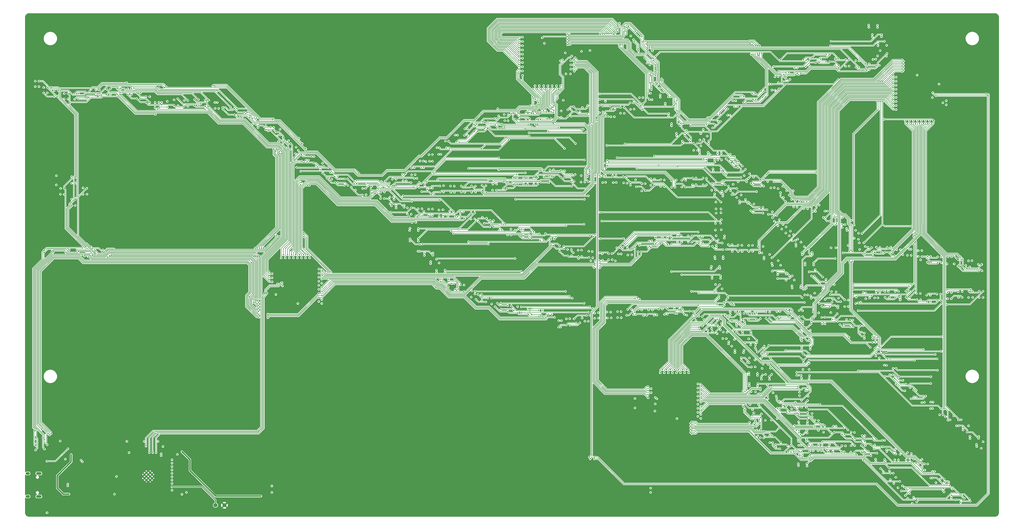
<source format=gbr>
%TF.GenerationSoftware,KiCad,Pcbnew,8.0.4*%
%TF.CreationDate,2025-01-24T11:27:36-08:00*%
%TF.ProjectId,traffic_paradise,74726166-6669-4635-9f70-617261646973,rev?*%
%TF.SameCoordinates,Original*%
%TF.FileFunction,Copper,L3,Inr*%
%TF.FilePolarity,Positive*%
%FSLAX46Y46*%
G04 Gerber Fmt 4.6, Leading zero omitted, Abs format (unit mm)*
G04 Created by KiCad (PCBNEW 8.0.4) date 2025-01-24 11:27:36*
%MOMM*%
%LPD*%
G01*
G04 APERTURE LIST*
%TA.AperFunction,HeatsinkPad*%
%ADD10C,0.600000*%
%TD*%
%TA.AperFunction,ComponentPad*%
%ADD11C,1.524000*%
%TD*%
%TA.AperFunction,ComponentPad*%
%ADD12O,2.100000X1.000000*%
%TD*%
%TA.AperFunction,ComponentPad*%
%ADD13O,1.600000X1.000000*%
%TD*%
%TA.AperFunction,ViaPad*%
%ADD14C,0.500000*%
%TD*%
%TA.AperFunction,Conductor*%
%ADD15C,0.203200*%
%TD*%
%TA.AperFunction,Conductor*%
%ADD16C,0.500000*%
%TD*%
%TA.AperFunction,Conductor*%
%ADD17C,0.200000*%
%TD*%
%TA.AperFunction,Conductor*%
%ADD18C,0.304800*%
%TD*%
G04 APERTURE END LIST*
D10*
%TO.N,GND*%
%TO.C,U13*%
X48150000Y-175290000D03*
X48150000Y-173890000D03*
X47450000Y-175990000D03*
X47450000Y-174590000D03*
X47450000Y-173190000D03*
X46750000Y-175290000D03*
X46750000Y-173890000D03*
X46050000Y-175990000D03*
X46050000Y-174590000D03*
X46050000Y-173190000D03*
X45350000Y-175290000D03*
X45350000Y-173890000D03*
%TD*%
D11*
%TO.N,/PHOTO*%
%TO.C,R108*%
X71960000Y-185420000D03*
%TO.N,GND*%
X75360000Y-185420000D03*
%TD*%
D12*
%TO.N,Net-(J2-SHIELD)*%
%TO.C,J2*%
X5670000Y-173480000D03*
D13*
X1490000Y-173480000D03*
D12*
X5670000Y-182120000D03*
D13*
X1490000Y-182120000D03*
%TD*%
D14*
%TO.N,/EN*%
X55626000Y-179770000D03*
X34796000Y-174623000D03*
%TO.N,GND*%
X21300000Y-167600000D03*
X92600000Y-51600000D03*
X225900000Y-92900000D03*
X81600000Y-35100000D03*
X313900000Y-169000000D03*
X254000000Y-139000000D03*
X79800000Y-34200000D03*
X336550000Y-33020000D03*
X28300000Y-33600000D03*
X314200000Y-23600000D03*
X145100000Y-72600000D03*
X311900000Y-105200000D03*
X210000000Y-32000000D03*
X200100000Y-56600000D03*
X342400000Y-97200000D03*
X330500000Y-129500000D03*
X102870000Y-102870000D03*
X313300000Y-81100000D03*
X100330000Y-101600000D03*
X62900000Y-33200000D03*
X324900000Y-162600000D03*
X289300000Y-121600000D03*
X222700000Y-70700000D03*
X205100000Y-74700000D03*
X200500000Y-53300000D03*
X74500000Y-38200000D03*
X317100000Y-2800000D03*
X88400000Y-37100000D03*
X193600000Y-37000000D03*
X288800000Y-134400000D03*
X277700000Y-116700000D03*
X46500000Y-166600000D03*
X270500000Y-152200000D03*
X349400000Y-96400000D03*
X212200000Y-168700000D03*
X340600000Y-132300000D03*
X210100000Y-93800000D03*
X278600000Y-16300000D03*
X104700000Y-46100000D03*
X148200000Y-49900000D03*
X211400000Y-8300000D03*
X202700000Y-8200000D03*
X233500000Y-72000000D03*
X19200000Y-27500000D03*
X224800000Y-101900000D03*
X163100000Y-39900000D03*
X349200000Y-105500000D03*
X273600000Y-36200000D03*
X228300000Y-3500000D03*
X234400000Y-139500000D03*
X146100000Y-68400000D03*
X106200000Y-49700000D03*
X270700000Y-56700000D03*
X341200000Y-21950000D03*
X182700000Y-67000000D03*
X101600000Y-100330000D03*
X277800000Y-95300000D03*
X95900000Y-82800000D03*
X238600000Y-36300000D03*
X263400000Y-103400000D03*
X309200000Y-155400000D03*
X346000000Y-22200000D03*
X171000000Y-80500000D03*
X297300000Y-124600000D03*
X126000000Y-65900000D03*
X34700000Y-33700000D03*
X333800000Y-108900000D03*
X260300000Y-122100000D03*
X289300000Y-19900000D03*
X351000000Y-151800000D03*
X343200000Y-95400000D03*
X50800000Y-160500000D03*
X24100000Y-163400000D03*
X313100000Y-122600000D03*
X23300000Y-92700000D03*
X206200000Y-23200000D03*
X13400000Y-69800000D03*
X270200000Y-122500000D03*
X233900000Y-10300000D03*
X200900000Y-63900000D03*
X322800000Y-19700000D03*
X259600000Y-90100000D03*
X338100000Y-94800000D03*
X169200000Y-36500000D03*
X317500000Y-108700000D03*
X284600000Y-155600000D03*
X237200000Y-182400000D03*
X108100000Y-60800000D03*
X94700000Y-39900000D03*
X301300000Y-118200000D03*
X10287000Y-175768000D03*
X344900000Y-154100000D03*
X153200000Y-51600000D03*
X222900000Y-36600000D03*
X190800000Y-8500000D03*
X251900000Y-44300000D03*
X161000000Y-46800000D03*
X171200000Y-42500000D03*
X222400000Y-59400000D03*
X346750000Y-27750000D03*
X223800000Y-47600000D03*
X56300000Y-31900000D03*
X342250000Y-29250000D03*
X91800000Y-42400000D03*
X323400000Y-178100000D03*
X245110000Y-146050000D03*
X9400000Y-160000000D03*
X332300000Y-95500000D03*
X245110000Y-143510000D03*
X295300000Y-16400000D03*
X26300000Y-88211600D03*
X338400000Y-97200000D03*
X249200000Y-153500000D03*
X342600000Y-37100000D03*
X273700000Y-76600000D03*
X296900000Y-132200000D03*
X156800000Y-50400000D03*
X141800000Y-56600000D03*
X342300000Y-126400000D03*
X83700000Y-95800000D03*
X338000000Y-105400000D03*
X206000000Y-12800000D03*
X345600000Y-35900000D03*
X15300000Y-88100000D03*
X331000000Y-86800000D03*
X243840000Y-144780000D03*
X275000000Y-120100000D03*
X189900000Y-27100000D03*
X171400000Y-40300000D03*
X183000000Y-19000000D03*
X234200000Y-98200000D03*
X101600000Y-102870000D03*
X7900000Y-162600000D03*
X346700000Y-147500000D03*
X329800000Y-38500000D03*
X186500000Y-24600000D03*
X217400000Y-96800000D03*
X220200000Y-120400000D03*
X16300000Y-72700000D03*
X271200000Y-65900000D03*
X94100000Y-178200000D03*
X11000000Y-88000000D03*
X326800000Y-37800000D03*
X321300000Y-160100000D03*
X324400000Y-108900000D03*
X96400000Y-103800000D03*
X279300000Y-104800000D03*
X302000000Y-10400000D03*
X3300000Y-162800000D03*
X220800000Y-96600000D03*
X357800000Y-165000000D03*
X315300000Y-126500000D03*
X343700000Y-22000000D03*
X91100000Y-115700000D03*
X223200000Y-54100000D03*
X269200000Y-140700000D03*
X234400000Y-182400000D03*
X328500000Y-144500000D03*
X129400000Y-67600000D03*
X233000000Y-52400000D03*
X324400000Y-9400000D03*
X231900000Y-6900000D03*
X234100000Y-33700000D03*
X233200000Y-46200000D03*
X240300000Y-41400000D03*
X150000000Y-72400000D03*
X231200000Y-29000000D03*
X307800000Y-86000000D03*
X206000000Y-93200000D03*
X319200000Y-85800000D03*
X256800000Y-95600000D03*
X316700000Y-87100000D03*
X30200000Y-88700000D03*
X41700000Y-33400000D03*
X337820000Y-30480000D03*
X112500000Y-108800000D03*
X147800000Y-60600000D03*
X12200000Y-181500000D03*
X227200000Y-43200000D03*
X307900000Y-73300000D03*
X289000000Y-161300000D03*
X191700000Y-46500000D03*
X323000000Y-91600000D03*
X239200000Y-21900000D03*
X319400000Y-157800000D03*
X230300000Y-22600000D03*
X338900000Y-174900000D03*
X187200000Y-8600000D03*
X198900000Y-39300000D03*
X89200000Y-90900000D03*
X102900000Y-59700000D03*
X181600000Y-34900000D03*
X136900000Y-68400000D03*
X212800000Y-8300000D03*
X343700000Y-147200000D03*
X345900000Y-181700000D03*
X3900000Y-30200000D03*
X48000000Y-35800000D03*
X218200000Y-40200000D03*
X340300000Y-25950000D03*
X242300000Y-22400000D03*
X296700000Y-145500000D03*
X52000000Y-174500000D03*
X163300000Y-45000000D03*
X69900000Y-27300000D03*
X58700000Y-171700000D03*
X214800000Y-169000000D03*
X6000000Y-29500000D03*
X300100000Y-71300000D03*
X269000000Y-85700000D03*
X50800000Y-166500000D03*
X335280000Y-30480000D03*
X142800000Y-80100000D03*
X83600000Y-112300000D03*
X7800000Y-158100000D03*
X250500000Y-134400000D03*
X237000000Y-178800000D03*
X20000000Y-34800000D03*
X306600000Y-16900000D03*
X329700000Y-105100000D03*
X316800000Y-7600000D03*
X242570000Y-146050000D03*
X278200000Y-78100000D03*
X205800000Y-8300000D03*
X242700000Y-88700000D03*
X314600000Y-111000000D03*
X193800000Y-9000000D03*
X214400000Y-166400000D03*
X335200000Y-182000000D03*
X239300000Y-88800000D03*
X211700000Y-166500000D03*
X8300000Y-174200000D03*
X105100000Y-85800000D03*
X258800000Y-106900000D03*
X217900000Y-76700000D03*
X133200000Y-69600000D03*
X297000000Y-118600000D03*
X108400000Y-65500000D03*
X21100000Y-72200000D03*
X134600000Y-62500000D03*
X323900000Y-86900000D03*
X9100000Y-168000000D03*
X16500000Y-176600000D03*
X8300000Y-189100000D03*
X21600000Y-90300000D03*
X222900000Y-3300000D03*
X178700000Y-103900000D03*
X169900000Y-47500000D03*
X299900000Y-90300000D03*
X246110000Y-152880000D03*
X167300000Y-100700000D03*
X21800000Y-30600000D03*
X17900000Y-182200000D03*
X93800000Y-85000000D03*
X164500000Y-47200000D03*
X74100000Y-29200000D03*
X169600000Y-94100000D03*
X37800000Y-31100000D03*
X248600000Y-89000000D03*
X235300000Y-90300000D03*
X333900000Y-22600000D03*
X151700000Y-57000000D03*
X130100000Y-73600000D03*
X110900000Y-110600000D03*
X356300000Y-103800000D03*
X341000000Y-119000000D03*
X164500000Y-85700000D03*
X262100000Y-98100000D03*
X307600000Y-168500000D03*
X330800000Y-132900000D03*
X222600000Y-12600000D03*
X205000000Y-78600000D03*
X18900000Y-164300000D03*
X225500000Y-3300000D03*
X23300000Y-70000000D03*
X39500000Y-166500000D03*
X147600000Y-56900000D03*
X291500000Y-110800000D03*
X297300000Y-151400000D03*
X143000000Y-90800000D03*
X150900000Y-54900000D03*
X353100000Y-153800000D03*
X101600000Y-101600000D03*
X252000000Y-46000000D03*
X343600000Y-123200000D03*
X300100000Y-86300000D03*
X197400000Y-19200000D03*
X173200000Y-75900000D03*
X330300000Y-42000000D03*
X335280000Y-31750000D03*
X61100000Y-181400000D03*
X52000000Y-172500000D03*
X159300000Y-95100000D03*
X157000000Y-107300000D03*
X210100000Y-37600000D03*
X214200000Y-8200000D03*
X14900000Y-90500000D03*
X92300000Y-96700000D03*
X232800000Y-31300000D03*
X116200000Y-97800000D03*
X3300000Y-159700000D03*
X236347000Y-148336000D03*
X18400000Y-29300000D03*
X178200000Y-72500000D03*
X300100000Y-95700000D03*
X159300000Y-88300000D03*
X335700000Y-117900000D03*
X188900000Y-34200000D03*
X94200000Y-104100000D03*
X215300000Y-8300000D03*
X16800000Y-62600000D03*
X337820000Y-33020000D03*
X229400000Y-14000000D03*
X186000000Y-71100000D03*
X331400000Y-164100000D03*
X198400000Y-122200000D03*
X253500000Y-153900000D03*
X12700000Y-161300000D03*
X304100000Y-11800000D03*
X344250000Y-30000000D03*
X280900000Y-164300000D03*
X22400000Y-169900000D03*
X281600000Y-126400000D03*
X52000000Y-179200000D03*
X218500000Y-29400000D03*
X227600000Y-147000000D03*
X229100000Y-31100000D03*
X232400000Y-26800000D03*
X237700000Y-139900000D03*
X354500000Y-98100000D03*
X102870000Y-100330000D03*
X271900000Y-17100000D03*
X38000000Y-160900000D03*
X247000000Y-92600000D03*
X311700000Y-17200000D03*
X307900000Y-57400000D03*
X274400000Y-91600000D03*
X296600000Y-92200000D03*
X297400000Y-161100000D03*
X104900000Y-63500000D03*
X329600000Y-118300000D03*
X276000000Y-110600000D03*
X336550000Y-31750000D03*
X353600000Y-107800000D03*
X258000000Y-49100000D03*
X320800000Y-3000000D03*
X317500000Y-35200000D03*
X92900000Y-48700000D03*
X161100000Y-53500000D03*
X252800000Y-73200000D03*
X295600000Y-171400000D03*
X243840000Y-146050000D03*
X262500000Y-32100000D03*
X287800000Y-97500000D03*
X273900000Y-24900000D03*
X58800000Y-169400000D03*
X337820000Y-31750000D03*
X305800000Y-119200000D03*
X294300000Y-99900000D03*
X304600000Y-24600000D03*
X184500000Y-20800000D03*
X103400000Y-57600000D03*
X88600000Y-183000000D03*
X142600000Y-82600000D03*
X262600000Y-119300000D03*
X233500000Y-8200000D03*
X298500000Y-168800000D03*
X154500000Y-62600000D03*
X279000000Y-154100000D03*
X176500000Y-117100000D03*
X316500000Y-115300000D03*
X239900000Y-151900000D03*
X230200000Y-4600000D03*
X108100000Y-93000000D03*
X204200000Y-24700000D03*
X308000000Y-43300000D03*
X34000000Y-182200000D03*
X277300000Y-108100000D03*
X187500000Y-73700000D03*
X284100000Y-84100000D03*
X187800000Y-24700000D03*
X278800000Y-87300000D03*
X232700000Y-178200000D03*
X313200000Y-116600000D03*
X179500000Y-41000000D03*
X238100000Y-134100000D03*
X281600000Y-70900000D03*
X267700000Y-38600000D03*
X280800000Y-62500000D03*
X157500000Y-84000000D03*
X336550000Y-30480000D03*
X320000000Y-93900000D03*
X288200000Y-124100000D03*
X272700000Y-126000000D03*
X184500000Y-8700000D03*
X286000000Y-21500000D03*
X11000000Y-158000000D03*
X201600000Y-35500000D03*
X302400000Y-154800000D03*
X113800000Y-53700000D03*
X153600000Y-72900000D03*
X14400000Y-65300000D03*
X284700000Y-110300000D03*
X126700000Y-59900000D03*
X225700000Y-12500000D03*
X269800000Y-133300000D03*
X117900000Y-57900000D03*
X245110000Y-144780000D03*
X105100000Y-88100000D03*
X209600000Y-8300000D03*
X264500000Y-85900000D03*
X11900000Y-90500000D03*
X113600000Y-57800000D03*
X338100000Y-141600000D03*
X325200000Y-14900000D03*
X102870000Y-101600000D03*
X154000000Y-57300000D03*
X83600000Y-105100000D03*
X17700000Y-165500000D03*
X254500000Y-88700000D03*
X342200000Y-137300000D03*
X237800000Y-155300000D03*
X195300000Y-19300000D03*
X201200000Y-102000000D03*
X91300000Y-107800000D03*
X91500000Y-102000000D03*
X183600000Y-24800000D03*
X90900000Y-87900000D03*
X23000000Y-65200000D03*
X155100000Y-54200000D03*
X169100000Y-84200000D03*
X210100000Y-93800000D03*
X225400000Y-84100000D03*
X103700000Y-109900000D03*
X252700000Y-38700000D03*
X101200000Y-49100000D03*
X70400000Y-33100000D03*
X263200000Y-126000000D03*
X197400000Y-17700000D03*
X265400000Y-61300000D03*
X354900000Y-181100000D03*
X100330000Y-102870000D03*
X11800000Y-93400000D03*
X13600000Y-63300000D03*
X150500000Y-62400000D03*
X339600000Y-168400000D03*
X327800000Y-93700000D03*
X8800000Y-163800000D03*
X84800000Y-113400000D03*
X189300000Y-101400000D03*
X52100000Y-176400000D03*
X295600000Y-158900000D03*
X242570000Y-144780000D03*
X119400000Y-62000000D03*
X346500000Y-174500000D03*
X111200000Y-95900000D03*
X222800000Y-38800000D03*
X342200000Y-110500000D03*
X187500000Y-40500000D03*
X243840000Y-143510000D03*
X16400000Y-163300000D03*
X240100000Y-16800000D03*
X230000000Y-36100000D03*
X121500000Y-68200000D03*
X282200000Y-137000000D03*
X58600000Y-179600000D03*
X100330000Y-100330000D03*
X242570000Y-143510000D03*
X265500000Y-122400000D03*
X205900000Y-50300000D03*
X330400000Y-125300000D03*
X289300000Y-19900000D03*
X328500000Y-183200000D03*
X83300000Y-33700000D03*
X308200000Y-83400000D03*
X269000000Y-125800000D03*
X6800000Y-89000000D03*
X110500000Y-56000000D03*
X66800000Y-33100000D03*
X200500000Y-86000000D03*
X276500000Y-11100000D03*
X34900000Y-173400000D03*
X326300000Y-172100000D03*
X126000000Y-67800000D03*
X188400000Y-31700000D03*
X270500000Y-10000000D03*
X288900000Y-131000000D03*
X331800000Y-22900000D03*
X266700000Y-53100000D03*
X287700000Y-73300000D03*
X87300000Y-115900000D03*
X288500000Y-105200000D03*
X297600000Y-136900000D03*
X304400000Y-96800000D03*
X288900000Y-168400000D03*
X237100000Y-152100000D03*
X49000000Y-166300000D03*
X359400000Y-160100000D03*
X241200000Y-117900000D03*
X93100000Y-54000000D03*
X211800000Y-88300000D03*
X281200000Y-99100000D03*
X202800000Y-29500000D03*
X10500000Y-33300000D03*
X290200000Y-68100000D03*
X352500000Y-160200000D03*
X342500000Y-41800000D03*
X204200000Y-28300000D03*
X5700000Y-24500000D03*
X164100000Y-50600000D03*
X287000000Y-152000000D03*
X190400000Y-25900000D03*
X353500000Y-92700000D03*
X273800000Y-69800000D03*
X58700000Y-166000000D03*
X205200000Y-59100000D03*
X335280000Y-33020000D03*
X150500000Y-94600000D03*
X209900000Y-71900000D03*
X294300000Y-85600000D03*
X288200000Y-88000000D03*
X337700000Y-125300000D03*
X93100000Y-181500000D03*
X264900000Y-59000000D03*
X288700000Y-143700000D03*
X322000000Y-116700000D03*
X18000000Y-32700000D03*
X86600000Y-87900000D03*
X288700000Y-81800000D03*
X105200000Y-81900000D03*
X214000000Y-97300000D03*
X298300000Y-158500000D03*
X77600000Y-37800000D03*
X283700000Y-143600000D03*
X172200000Y-103500000D03*
X117500000Y-60600000D03*
X323200000Y-93800000D03*
X48300000Y-39000000D03*
X297600000Y-127600000D03*
X7800000Y-181900000D03*
X336700000Y-88900000D03*
X158500000Y-52400000D03*
X195300000Y-17700000D03*
X322900000Y-103800000D03*
X270800000Y-69000000D03*
X94500000Y-115200000D03*
X177400000Y-48000000D03*
X170600000Y-90600000D03*
X207000000Y-38400000D03*
X317900000Y-13500000D03*
X284900000Y-29200000D03*
X274600000Y-60300000D03*
X247100000Y-30300000D03*
X262700000Y-43700000D03*
X136700000Y-73800000D03*
X245700000Y-153700000D03*
X329400000Y-88600000D03*
X268700000Y-136300000D03*
X292100000Y-75500000D03*
X183900000Y-44900000D03*
X266400000Y-92000000D03*
X210400000Y-28200000D03*
X328600000Y-174700000D03*
X86200000Y-114900000D03*
X16500000Y-179000000D03*
X228000000Y-33500000D03*
X316100000Y-133500000D03*
X256700000Y-127200000D03*
X16500000Y-168200000D03*
X44800000Y-160400000D03*
X155900000Y-45600000D03*
X270800000Y-75800000D03*
X257100000Y-102500000D03*
X53100000Y-163200000D03*
X155200000Y-79100000D03*
X95800000Y-91500000D03*
X200300000Y-13500000D03*
X349100000Y-108400000D03*
%TO.N,+5V*%
X102870000Y-109601000D03*
X343535000Y-27150000D03*
X13700000Y-161300000D03*
X237592000Y-145394000D03*
X245138000Y-152880000D03*
X94643000Y-106200000D03*
X335280000Y-23749000D03*
X8763000Y-188228000D03*
X195400000Y-11800000D03*
X236883000Y-150015000D03*
X93120400Y-178185000D03*
X201400000Y-18388400D03*
X15600000Y-168100000D03*
X235280000Y-180594000D03*
X61100000Y-180594000D03*
X203250000Y-15375000D03*
X235280000Y-178998000D03*
X93120400Y-180594000D03*
%TO.N,+3.3V*%
X57660000Y-166300000D03*
X17018000Y-181254000D03*
X38737000Y-161415000D03*
X34036000Y-181254000D03*
X59400000Y-181300000D03*
X52235000Y-163360000D03*
X17800000Y-166400000D03*
X50419000Y-161417000D03*
X45214000Y-161415000D03*
%TO.N,/SCL1*%
X96621600Y-102438000D03*
X229362000Y-148844000D03*
X49695000Y-165646000D03*
X22000000Y-169100000D03*
X91313000Y-105664000D03*
%TO.N,/SDA1*%
X21500000Y-168500000D03*
X96951800Y-101778000D03*
X48425000Y-165646000D03*
X90424000Y-105664000D03*
X229362000Y-145288000D03*
%TO.N,/SCL2*%
X209300000Y-14800000D03*
X55626000Y-169610000D03*
X206925000Y-17230000D03*
X212598000Y-168003200D03*
X214122000Y-168003200D03*
X341600000Y-30900000D03*
X361188000Y-30853200D03*
%TO.N,/SDA2*%
X361696000Y-31461600D03*
X206521000Y-17751900D03*
X55626000Y-168340000D03*
X212259500Y-167301500D03*
X214122000Y-167301500D03*
X212500000Y-14500000D03*
X342300000Y-31500000D03*
%TO.N,Net-(U5-~{SDB})*%
X55626000Y-172150000D03*
X97155000Y-102997000D03*
%TO.N,/INT1*%
X95250000Y-102235000D03*
X55626000Y-170880000D03*
%TO.N,/PHOTO*%
X55626000Y-178500000D03*
%TO.N,/D-*%
X51562000Y-166785000D03*
X16510000Y-177450000D03*
%TO.N,/D+*%
X16510000Y-178150000D03*
X51562000Y-166085000D03*
%TO.N,Net-(U6-~{SDB})*%
X236982000Y-147320000D03*
%TO.N,/INT2*%
X55626000Y-173420000D03*
X237033000Y-144915000D03*
%TO.N,Net-(U7-~{SDB})*%
X341122000Y-30353000D03*
%TO.N,/INT3*%
X55626000Y-175960000D03*
X340976000Y-32150000D03*
%TO.N,/Matrix 1/COL0*%
X216400000Y-85230500D03*
X145618000Y-71162900D03*
X88138000Y-111426000D03*
X164975000Y-75200000D03*
X19350000Y-70425000D03*
X198150000Y-113650000D03*
X5725000Y-26000000D03*
X212394000Y-84197800D03*
X72650000Y-29657800D03*
X199100000Y-85350000D03*
X102250000Y-50850000D03*
X225156000Y-85230500D03*
X70996100Y-27747200D03*
X165250000Y-102625000D03*
X72650000Y-34000000D03*
X231125000Y-87750000D03*
X26718300Y-91016800D03*
X132900000Y-66400000D03*
X103351800Y-47487200D03*
X147150000Y-76700000D03*
X156000000Y-70800000D03*
X166948600Y-86388300D03*
X32248900Y-91743200D03*
X40425000Y-28900000D03*
%TO.N,/Matrix 1/COL1*%
X38600000Y-26600800D03*
X31471700Y-92106400D03*
X201775000Y-116025000D03*
X105200000Y-53725000D03*
X135350000Y-67700000D03*
X148100000Y-81400000D03*
X8875000Y-28375000D03*
X41320800Y-28597700D03*
X15225000Y-66325000D03*
X105977000Y-52231100D03*
X202625000Y-88100000D03*
X137983000Y-72919300D03*
X203353000Y-105018000D03*
X10317712Y-28370688D03*
X43850000Y-30425000D03*
X213899000Y-84421800D03*
X169400000Y-105000000D03*
X169250000Y-75525000D03*
X77625000Y-35725000D03*
X24889000Y-89911000D03*
X81373400Y-39191600D03*
X125781168Y-60644142D03*
X163296000Y-81400000D03*
X235625000Y-86025000D03*
X87630000Y-111981000D03*
%TO.N,/Matrix 1/COL2*%
X173675000Y-77550000D03*
X239625000Y-84650000D03*
X88138000Y-112535000D03*
X108975000Y-54350000D03*
X115573000Y-62887200D03*
X204728000Y-106851000D03*
X104500000Y-49500000D03*
X50700000Y-28500000D03*
X19350000Y-62075000D03*
X22819100Y-91723600D03*
X139000000Y-70500000D03*
X47275000Y-31850000D03*
X12875000Y-29475000D03*
X203464000Y-80359000D03*
X80125000Y-36375000D03*
X171825000Y-106225000D03*
X205500000Y-89300000D03*
X23248300Y-88270400D03*
X204925000Y-115300000D03*
X148050000Y-85275000D03*
X138800000Y-69625000D03*
X206235000Y-90471600D03*
%TO.N,/Matrix 1/COL3*%
X24246900Y-92086800D03*
X50750000Y-33975000D03*
X209350000Y-89500000D03*
X83825000Y-37775000D03*
X112125000Y-56850000D03*
X175550000Y-107550000D03*
X25169306Y-88230694D03*
X105834701Y-51365297D03*
X16600000Y-30650000D03*
X176325000Y-78425000D03*
X209550000Y-115050000D03*
X124852000Y-63421400D03*
X142775000Y-72600000D03*
X208182000Y-92662900D03*
X49400000Y-38500000D03*
X23700000Y-66275000D03*
X68102600Y-36601500D03*
X87628600Y-113090000D03*
X137164000Y-64291900D03*
X149600000Y-87275000D03*
X243100000Y-84825000D03*
X205869000Y-107550000D03*
X174388000Y-87275000D03*
X50078500Y-36601500D03*
X226414000Y-88081700D03*
%TO.N,/Matrix 1/COL4*%
X148680000Y-76273100D03*
X93800000Y-51600000D03*
X212425000Y-113975000D03*
X210261000Y-79800000D03*
X87630000Y-110871000D03*
X225411000Y-87100200D03*
X8800000Y-162700000D03*
X153575000Y-90650000D03*
X86913300Y-88785000D03*
X52817600Y-28490400D03*
X246750000Y-84125000D03*
X212825000Y-93503000D03*
X84674800Y-107075000D03*
X210319000Y-109500000D03*
X179050000Y-109500000D03*
X20550000Y-30700000D03*
X213350000Y-90050000D03*
X87250000Y-40000000D03*
X115150000Y-60450000D03*
X180725000Y-79800000D03*
X85500000Y-94300000D03*
X137789000Y-75291500D03*
X145450000Y-73675000D03*
X27900000Y-29100000D03*
X53887600Y-33600000D03*
%TO.N,/Matrix 1/COL5*%
X182975000Y-110475000D03*
X57800000Y-32629600D03*
X90900000Y-42800000D03*
X24475000Y-29975000D03*
X6725000Y-156906246D03*
X117700000Y-61725000D03*
X86976500Y-91823500D03*
X53376260Y-27978800D03*
X150188000Y-75046700D03*
X224770000Y-88566300D03*
X94631900Y-52210600D03*
X184375000Y-92650700D03*
X250825000Y-84200000D03*
X114278000Y-58538300D03*
X66471700Y-34568500D03*
X215625000Y-113050000D03*
X217125000Y-90900000D03*
X149450000Y-73975000D03*
X184375000Y-82025000D03*
X88425300Y-88837600D03*
X88138000Y-110316000D03*
X214435000Y-93589900D03*
X211860000Y-112885000D03*
X102398000Y-58427700D03*
X154875000Y-92925000D03*
%TO.N,/Matrix 1/COL6*%
X121575000Y-62750000D03*
X24222600Y-89977400D03*
X153400000Y-74075000D03*
X37137800Y-30263300D03*
X222006000Y-93557000D03*
X186750000Y-97528500D03*
X158125000Y-97050000D03*
X93800000Y-43425000D03*
X253102000Y-82716700D03*
X136440000Y-65410200D03*
X254725000Y-84575000D03*
X25727200Y-91472800D03*
X212342000Y-110875000D03*
X187425000Y-81850000D03*
X20000000Y-89474000D03*
X220250000Y-112800000D03*
X186750000Y-110875000D03*
X220725000Y-90800000D03*
X152725000Y-76397400D03*
X89192500Y-88837600D03*
X87617400Y-109761000D03*
X87708200Y-91831800D03*
X61600000Y-33250000D03*
X95428900Y-51947900D03*
X28500000Y-29375000D03*
%TO.N,/Matrix 1/COL7*%
X88138000Y-109207000D03*
X87582000Y-88837600D03*
X29775000Y-89475000D03*
X228667000Y-88960800D03*
X258475000Y-85700000D03*
X125000000Y-64550000D03*
X86314700Y-91885300D03*
X146480000Y-65788300D03*
X96200000Y-46200000D03*
X94910700Y-51539200D03*
X191450000Y-82700000D03*
X96200000Y-44075400D03*
X86240000Y-109195000D03*
X190700000Y-111500000D03*
X157350000Y-74350000D03*
X65550000Y-32975000D03*
X104009000Y-59853300D03*
X159450000Y-100525000D03*
X223950000Y-88600000D03*
X160419000Y-82335000D03*
X32450000Y-28975000D03*
X213549000Y-111500000D03*
X32800000Y-91380000D03*
X224175000Y-112650000D03*
%TO.N,/Matrix 1/COL8*%
X95946600Y-52465600D03*
X88400000Y-91800000D03*
X214431000Y-83781600D03*
X262175000Y-86850000D03*
X69450000Y-33175000D03*
X7775000Y-160875000D03*
X128275000Y-66300000D03*
X89907700Y-88837600D03*
X161575000Y-102000000D03*
X71702400Y-27938100D03*
X87626400Y-108652000D03*
X195775000Y-83350000D03*
X161250000Y-74925000D03*
X161327000Y-83282800D03*
X194675000Y-112200000D03*
X36400000Y-28725000D03*
X99400000Y-48400000D03*
X227925000Y-88975000D03*
X11263500Y-89956400D03*
X93360905Y-40512793D03*
%TO.N,/Matrix 2/COL0*%
X263950000Y-120375000D03*
X267581000Y-120346000D03*
X264650000Y-114225000D03*
X275125000Y-123325000D03*
X250702000Y-154092000D03*
X304875000Y-155700000D03*
X293750000Y-160600000D03*
X298802000Y-147536000D03*
X284942000Y-148024000D03*
X276266000Y-143501000D03*
X276900000Y-151100000D03*
X231900000Y-112000000D03*
X273500000Y-151800000D03*
X272400000Y-154300000D03*
X305300000Y-163200000D03*
X262500000Y-91975000D03*
X280672000Y-136208000D03*
X354900000Y-183100000D03*
X279825000Y-137100000D03*
X330600000Y-178700000D03*
%TO.N,/Matrix 2/COL1*%
X266700000Y-123100000D03*
X294685000Y-149381000D03*
X282615000Y-145159000D03*
X309350000Y-157100000D03*
X280580100Y-153428500D03*
X250190000Y-155757000D03*
X275316000Y-127838000D03*
X294125000Y-154000000D03*
X279100000Y-140236600D03*
X261150000Y-95650000D03*
X277900000Y-125625000D03*
X294150000Y-146075000D03*
X235975000Y-112025000D03*
X350150000Y-180900000D03*
X315081081Y-168395519D03*
X308375000Y-163100000D03*
X243124000Y-97597500D03*
X276325000Y-154525000D03*
%TO.N,/Matrix 2/COL2*%
X277875000Y-157675000D03*
X311875000Y-163025000D03*
X291504000Y-158861000D03*
X299805000Y-161472000D03*
X281200000Y-143125000D03*
X283538244Y-156361756D03*
X270275000Y-127225000D03*
X261550000Y-99250000D03*
X294923512Y-122800000D03*
X293925000Y-157400000D03*
X337075000Y-168150000D03*
X279050000Y-128350000D03*
X311800000Y-158050000D03*
X250698000Y-156312000D03*
X278448000Y-136214000D03*
X279632000Y-125351000D03*
X239625000Y-111650000D03*
X278297000Y-153500000D03*
X246913000Y-98754500D03*
%TO.N,/Matrix 2/COL3*%
X339250000Y-169925000D03*
X272300000Y-130054000D03*
X312528000Y-166450000D03*
X282730000Y-152857000D03*
X279300000Y-132425000D03*
X244150000Y-111550000D03*
X280825000Y-159300000D03*
X315675000Y-159250000D03*
X288931000Y-165399000D03*
X250190000Y-156866000D03*
X294200000Y-139900000D03*
X267131000Y-112763000D03*
X315850000Y-163000000D03*
X261175000Y-102550000D03*
X250607000Y-105018000D03*
X295275000Y-166450000D03*
X284650000Y-146375000D03*
%TO.N,/Matrix 2/COL4*%
X319925000Y-160600000D03*
X274653000Y-125151000D03*
X341800000Y-172725000D03*
X284125000Y-161850000D03*
X229226000Y-112944000D03*
X288246000Y-149211000D03*
X319125000Y-164250000D03*
X250698000Y-157421000D03*
X253306000Y-105669000D03*
X292158000Y-107379000D03*
X355850000Y-93525000D03*
X295650000Y-116350000D03*
X277351000Y-136410000D03*
X344610000Y-109442000D03*
X247275000Y-111700000D03*
X311434000Y-114239000D03*
X313147000Y-112310000D03*
X287900000Y-148019600D03*
X264275000Y-106750000D03*
X228100000Y-111800000D03*
X274425000Y-130825000D03*
%TO.N,/Matrix 2/COL5*%
X345500000Y-175725000D03*
X275375000Y-135875000D03*
X290600000Y-148650000D03*
X323100000Y-168200000D03*
X285943000Y-127295000D03*
X289619000Y-146699000D03*
X323075000Y-161000000D03*
X287825000Y-163075000D03*
X290012000Y-157325000D03*
X293016000Y-109200000D03*
X265425000Y-109200000D03*
X251050000Y-112525000D03*
X295175000Y-119600000D03*
X262182000Y-110638000D03*
X291066000Y-166844000D03*
X250190000Y-157976000D03*
X294700000Y-128500000D03*
%TO.N,/Matrix 2/COL6*%
X293500000Y-142425000D03*
X275500000Y-139725000D03*
X295825000Y-150925000D03*
X324700000Y-171300000D03*
X268600000Y-112700000D03*
X295175000Y-126025000D03*
X289500000Y-165987000D03*
X250699000Y-158531000D03*
X291700000Y-162875000D03*
X254600000Y-114500000D03*
X327050000Y-164425000D03*
X347425000Y-178050000D03*
%TO.N,/Matrix 2/COL7*%
X294900000Y-136675000D03*
X326375000Y-173375000D03*
X331400000Y-179375000D03*
X261175000Y-115375000D03*
X295800000Y-162750000D03*
X298250000Y-153550000D03*
X258100000Y-117400000D03*
X274600000Y-142800000D03*
X250711000Y-155202000D03*
X270575000Y-116400000D03*
X276100000Y-153200000D03*
X328875000Y-166275000D03*
%TO.N,/Matrix 2/COL8*%
X300625000Y-155575000D03*
X275825000Y-147675000D03*
X283383000Y-133032000D03*
X333950000Y-182450000D03*
X266296000Y-119609000D03*
X289279000Y-155479000D03*
X293950000Y-169850000D03*
X272950000Y-120150000D03*
X299575000Y-162750000D03*
X260775000Y-118375000D03*
X333100000Y-166000000D03*
X274700000Y-153800000D03*
X294750000Y-132050000D03*
X250190000Y-154647000D03*
X328800000Y-176500000D03*
%TO.N,/Matrix 3/COL0*%
X293725000Y-103750000D03*
X322868000Y-128736000D03*
X291200000Y-71200000D03*
X275064000Y-67525000D03*
X295800000Y-90400000D03*
X318225000Y-88575000D03*
X307496000Y-90562400D03*
X320450000Y-124100000D03*
X265800000Y-87475000D03*
X329688000Y-22437600D03*
X318728000Y-91826200D03*
X320307000Y-122537000D03*
X342069000Y-128736000D03*
X268075000Y-67525000D03*
X358425000Y-159575000D03*
X265800000Y-68682500D03*
X283775000Y-112625000D03*
X273900000Y-62150000D03*
X321300000Y-105250000D03*
%TO.N,/Matrix 3/COL1*%
X360025000Y-161550000D03*
X296875000Y-105675000D03*
X288075000Y-112325000D03*
X321350000Y-88500000D03*
X269534000Y-87700000D03*
X270900000Y-70450000D03*
X324500000Y-105050000D03*
X296475000Y-94300000D03*
X329691000Y-17999200D03*
X293900000Y-71335600D03*
X323739000Y-127665000D03*
X344323000Y-127550000D03*
X277750000Y-63150000D03*
X321775000Y-127550000D03*
X304557000Y-92650700D03*
%TO.N,/Matrix 3/COL2*%
X325400000Y-88400000D03*
X273475000Y-87725000D03*
X311324000Y-104330000D03*
X328300000Y-104975000D03*
X330200000Y-18554000D03*
X300800000Y-108025000D03*
X298524000Y-72600000D03*
X281575000Y-63850000D03*
X306591000Y-108902000D03*
X325000000Y-130400000D03*
X342770000Y-130400000D03*
X274050000Y-72200000D03*
X297050000Y-96875000D03*
X292300000Y-112250000D03*
X354625000Y-155575000D03*
%TO.N,/Matrix 3/COL3*%
X328909000Y-108286000D03*
X342908000Y-134698000D03*
X284950000Y-65550000D03*
X332450000Y-104950000D03*
X327350000Y-133950000D03*
X277375000Y-73425000D03*
X329692000Y-19108800D03*
X301075000Y-100525000D03*
X351850000Y-153300000D03*
X298300000Y-113100000D03*
X277450000Y-88100000D03*
X305600000Y-110500000D03*
X311361000Y-106107000D03*
X301650000Y-74850000D03*
X329050000Y-89350000D03*
%TO.N,/Matrix 3/COL4*%
X340445000Y-137150000D03*
X305175000Y-77050000D03*
X336475000Y-105800000D03*
X302994000Y-88649800D03*
X300600000Y-114750000D03*
X280950000Y-75100000D03*
X333000000Y-89225000D03*
X311338000Y-103080000D03*
X332181000Y-103080000D03*
X287325000Y-68825000D03*
X304200000Y-102500000D03*
X305300000Y-113450000D03*
X330200000Y-19663600D03*
X279925000Y-91150000D03*
X313165000Y-134944000D03*
X328675000Y-137150000D03*
X349000000Y-151800000D03*
%TO.N,/Matrix 3/COL5*%
X283550000Y-78100000D03*
X304875000Y-105275000D03*
X329692000Y-20218400D03*
X320320000Y-33625400D03*
X337050000Y-89700000D03*
X360000000Y-105000000D03*
X345400000Y-149225000D03*
X304793000Y-88650500D03*
X311319000Y-102285000D03*
X310600000Y-78500000D03*
X340225000Y-106450000D03*
X304549000Y-80023900D03*
X346418000Y-109964000D03*
X340413000Y-139645000D03*
X308775000Y-115625000D03*
X336575000Y-93160000D03*
X283125000Y-93475000D03*
X320300000Y-26062000D03*
X332948000Y-102285000D03*
X332525000Y-140050000D03*
%TO.N,/Matrix 3/COL6*%
X356075000Y-105000000D03*
X340275000Y-91875000D03*
X323177000Y-136956000D03*
X355353000Y-104278000D03*
X280913000Y-97429800D03*
X344150000Y-106075000D03*
X285175000Y-97150000D03*
X334950000Y-142175000D03*
X271600000Y-113350000D03*
X286100000Y-80825000D03*
X309400000Y-108300000D03*
X311150000Y-115850000D03*
X320980000Y-33625400D03*
X346425000Y-104478000D03*
X307156000Y-81026600D03*
X309724000Y-122332000D03*
X313148000Y-109333000D03*
X311600000Y-80100000D03*
X320980000Y-26062000D03*
X330200000Y-20773200D03*
%TO.N,/Matrix 3/COL7*%
X338500000Y-144400000D03*
X289616000Y-85897500D03*
X288925000Y-83650000D03*
X288425000Y-99150000D03*
X344325000Y-92100000D03*
X321640000Y-26062000D03*
X315050000Y-117950000D03*
X353840000Y-96275700D03*
X282877000Y-100210000D03*
X315466000Y-120773000D03*
X348150000Y-105450000D03*
X275000000Y-113250000D03*
X314600000Y-83275000D03*
X329679000Y-21328000D03*
X332988000Y-145389000D03*
X321640000Y-33625400D03*
X318145000Y-106664000D03*
X359525000Y-94900000D03*
X312425000Y-107150000D03*
%TO.N,/Matrix 3/COL8*%
X330200000Y-21882800D03*
X322300000Y-33625400D03*
X291675000Y-102900000D03*
X291700000Y-86525000D03*
X341275000Y-146675000D03*
X316025000Y-105600000D03*
X348200000Y-92050000D03*
X322300000Y-26062000D03*
X352200000Y-105075000D03*
X352000000Y-93150000D03*
X318600000Y-121925000D03*
X333083000Y-80527800D03*
X279975000Y-112850000D03*
X315275000Y-86775000D03*
X309381200Y-87737600D03*
%TO.N,Net-(D2-A)*%
X16600000Y-164200000D03*
X8700000Y-168900000D03*
%TO.N,/T_SW*%
X12264000Y-61575000D03*
X39535000Y-165646000D03*
X12250000Y-65000000D03*
%TO.N,unconnected-(R52-Pad2)*%
X111887000Y-109601000D03*
%TO.N,unconnected-(R53-Pad2)*%
X110744000Y-108839000D03*
%TO.N,unconnected-(R54-Pad2)*%
X111887000Y-108077000D03*
%TO.N,unconnected-(R93-Pad2)*%
X254127000Y-146685000D03*
%TO.N,unconnected-(R94-Pad2)*%
X254127000Y-148209000D03*
%TO.N,unconnected-(R95-Pad2)*%
X252984000Y-147447000D03*
%TO.N,unconnected-(R96-Pad2)*%
X254127000Y-152781000D03*
%TO.N,unconnected-(R97-Pad2)*%
X252984000Y-152019000D03*
%TO.N,unconnected-(R98-Pad2)*%
X254127000Y-151257000D03*
%TO.N,unconnected-(R109-Pad2)*%
X346202000Y-33401000D03*
%TO.N,unconnected-(R145-Pad2)*%
X344932000Y-34163000D03*
%TO.N,unconnected-(R146-Pad2)*%
X346202000Y-34925000D03*
%TO.N,Net-(LED402-BK)*%
X266150000Y-33375000D03*
X269125000Y-31675000D03*
X260225000Y-38625000D03*
X272728000Y-11941200D03*
X221479000Y-7401200D03*
X263350000Y-36400000D03*
X276775000Y-29725000D03*
X257275000Y-41225000D03*
X255050000Y-44175000D03*
X273000000Y-15900000D03*
X187200000Y-15900000D03*
X253775000Y-48150000D03*
X273325000Y-30600000D03*
X233995000Y-12574800D03*
%TO.N,Net-(LED402-RK)*%
X278350000Y-31975000D03*
X220700000Y-8200000D03*
X274775000Y-32925000D03*
X265025000Y-38800000D03*
X271025000Y-34000000D03*
X257050000Y-49475000D03*
X273900000Y-12725200D03*
X258500000Y-43600000D03*
X267800000Y-35650000D03*
X234660000Y-13568800D03*
X187200000Y-14300000D03*
X256475000Y-46650000D03*
X274461000Y-15838600D03*
X261450000Y-41150000D03*
%TO.N,Net-(LED402-GK)*%
X273625000Y-32875000D03*
X222028000Y-7912800D03*
X185900000Y-15100000D03*
X254125000Y-45750000D03*
X270100000Y-34000000D03*
X273372000Y-12304400D03*
X254150000Y-50325000D03*
X234690000Y-12795400D03*
X266775000Y-35700000D03*
X277275000Y-32000000D03*
X256300000Y-42450000D03*
X264175000Y-38800000D03*
X273727000Y-15872500D03*
X260650000Y-41150000D03*
%TO.N,/Matrix 4/COL7*%
X284054000Y-17967400D03*
X218928000Y-57786900D03*
X171779000Y-51361200D03*
X270850000Y-59125000D03*
X169500000Y-65475000D03*
X237775000Y-27475000D03*
X236775000Y-62775000D03*
X238366000Y-57610400D03*
X274525000Y-30625000D03*
X228750000Y-34175000D03*
X204560000Y-11869600D03*
X232140000Y-36757400D03*
X203000000Y-51361200D03*
X146550000Y-58550000D03*
X155975000Y-51050000D03*
X263025000Y-84125000D03*
X239403000Y-25125500D03*
X305800000Y-17575000D03*
X271275000Y-63050000D03*
X203000000Y-59700000D03*
%TO.N,/Matrix 4/COL2*%
X283303000Y-22248400D03*
X177550000Y-40075000D03*
X180294000Y-43268700D03*
X218300000Y-33600000D03*
X232350000Y-32200000D03*
X252300000Y-62425000D03*
X231900000Y-9300000D03*
X259425000Y-42450000D03*
X319775000Y-17750000D03*
X287100000Y-22825000D03*
X259300000Y-55600000D03*
X150525000Y-65125000D03*
X185100000Y-62325000D03*
X218300000Y-61550000D03*
X247471000Y-41936700D03*
X202500000Y-33198800D03*
X204564000Y-8800000D03*
X185100000Y-61136400D03*
X242800000Y-31900000D03*
X246425000Y-41975000D03*
X261750000Y-58950000D03*
X305770000Y-21072200D03*
%TO.N,/Matrix 4/COL3*%
X150917000Y-56261400D03*
X324000000Y-15625000D03*
X201700000Y-37225000D03*
X290300000Y-21075000D03*
X225661300Y-49648500D03*
X189150000Y-62350000D03*
X283500000Y-28900000D03*
X248225000Y-45650000D03*
X235200000Y-30575000D03*
X203962000Y-8288400D03*
X262375000Y-68375000D03*
X188242000Y-60477000D03*
X261125000Y-38650000D03*
X291596000Y-23126700D03*
X153375000Y-66175000D03*
X256200000Y-62525000D03*
X222300000Y-61650000D03*
X203507000Y-23266100D03*
X162800000Y-46300000D03*
X154615000Y-60477000D03*
X234075000Y-13875000D03*
%TO.N,/Matrix 4/COL8*%
X309675000Y-17950000D03*
X263600000Y-60950000D03*
X277825000Y-29750000D03*
X245401000Y-58123800D03*
X285127000Y-23560300D03*
X183028000Y-38200500D03*
X240200000Y-30100000D03*
X245100000Y-33200000D03*
X173450000Y-65275000D03*
X206925000Y-61100000D03*
X174150000Y-41350000D03*
X135600000Y-63675000D03*
X143200000Y-60900000D03*
X218327000Y-58773700D03*
X204100000Y-12381200D03*
X211600000Y-35200000D03*
X240375000Y-63150000D03*
X178264000Y-59306400D03*
X213200000Y-42500000D03*
X178264000Y-54910200D03*
X212200000Y-60700000D03*
X189900000Y-37800000D03*
%TO.N,/Matrix 4/COL6*%
X217325000Y-35400000D03*
X281468000Y-20507200D03*
X302375000Y-16100000D03*
X236725000Y-54162100D03*
X209971800Y-44099800D03*
X266250000Y-64825000D03*
X233200000Y-64525000D03*
X170025000Y-42325000D03*
X203967000Y-11358000D03*
X237022000Y-23900000D03*
X220008000Y-35431700D03*
X270250000Y-31725000D03*
X268200000Y-56300000D03*
X196900000Y-44864600D03*
X239394000Y-25868900D03*
X320400000Y-5025000D03*
X197008000Y-64177800D03*
X198850000Y-59325000D03*
X165550000Y-65475000D03*
X261550000Y-79400000D03*
X256800000Y-52750000D03*
%TO.N,/Matrix 4/COL0*%
X244312000Y-33900000D03*
X257100000Y-48550000D03*
X181025000Y-47200000D03*
X221900000Y-36700000D03*
X159475000Y-48575000D03*
X250270000Y-42855500D03*
X216337200Y-61962800D03*
X207079700Y-49483500D03*
X211561000Y-61923500D03*
X150000000Y-56025000D03*
X280650000Y-27175000D03*
X226900000Y-5400000D03*
X204565000Y-9823200D03*
X139750000Y-62875000D03*
X181800000Y-38600000D03*
X244900000Y-63200000D03*
X313500000Y-18375000D03*
X305671000Y-25400000D03*
X177475000Y-64675000D03*
%TO.N,/Matrix 4/COL4*%
X259400000Y-64450000D03*
X261650000Y-71475000D03*
X205450000Y-36800000D03*
X157600000Y-65300000D03*
X153350000Y-53650000D03*
X261800000Y-53125000D03*
X237038000Y-16782200D03*
X203981000Y-10334800D03*
X236125000Y-17375000D03*
X293675000Y-18050000D03*
X192875000Y-62150000D03*
X155332000Y-62928000D03*
X205163000Y-23284400D03*
X264200000Y-36400000D03*
X323050000Y-11050000D03*
X226300000Y-61825000D03*
X250350000Y-47750000D03*
X302775000Y-12644100D03*
%TO.N,/Matrix 4/COL5*%
X166994000Y-58768600D03*
X210918000Y-58044400D03*
X263275000Y-64925000D03*
X252825000Y-49325000D03*
X299025000Y-17800000D03*
X229625000Y-63075000D03*
X321975000Y-8550000D03*
X230100000Y-58800000D03*
X302994000Y-11028500D03*
X267225000Y-33400000D03*
X261675000Y-75475000D03*
X209700000Y-35900000D03*
X197900000Y-37513400D03*
X204550000Y-10846400D03*
X161600000Y-65475000D03*
X255213000Y-47907900D03*
X195213000Y-59650000D03*
X237125000Y-19950000D03*
X266725000Y-54375000D03*
%TO.N,/Matrix 4/COL1*%
X283150000Y-24300000D03*
X205696000Y-65453700D03*
X147575000Y-62525000D03*
X193950000Y-38025000D03*
X215027600Y-40651100D03*
X248425000Y-63300000D03*
X214464000Y-61600000D03*
X185775000Y-38050000D03*
X245200000Y-38250000D03*
X203989000Y-9311600D03*
X317325000Y-19475000D03*
X194600000Y-9700000D03*
X229525000Y-7300000D03*
X151190000Y-63970300D03*
X198784000Y-37702400D03*
X248648000Y-44463700D03*
X178264000Y-39049600D03*
X257275000Y-45125000D03*
X255167000Y-55312900D03*
X166450000Y-43900000D03*
X181450000Y-63925000D03*
X225350000Y-35875000D03*
%TO.N,Net-(LED1-RK)*%
X24475000Y-32075000D03*
X93218000Y-99949000D03*
X36400000Y-30900000D03*
X28500000Y-31475000D03*
X5725000Y-28050000D03*
X16600000Y-32725000D03*
X20575000Y-32775000D03*
X12900000Y-31550000D03*
X8875000Y-30450000D03*
X32450000Y-31050000D03*
%TO.N,Net-(LED1-GK)*%
X23100000Y-32100000D03*
X19175000Y-32800000D03*
X93218000Y-101473000D03*
X7475000Y-30450000D03*
X15200000Y-32725000D03*
X35025000Y-30875000D03*
X4325000Y-28050000D03*
X27075000Y-31475000D03*
X31050000Y-31075000D03*
X11500000Y-31800000D03*
%TO.N,Net-(LED1-BK)*%
X35025000Y-28750000D03*
X19150000Y-30700000D03*
X7475000Y-28375000D03*
X92075000Y-100711000D03*
X11500000Y-29500000D03*
X4325000Y-26000000D03*
X15200000Y-30650000D03*
X23075000Y-29975000D03*
X31050000Y-28975000D03*
X27100000Y-29325000D03*
%TO.N,Net-(LED10-RK)*%
X69400000Y-35425000D03*
X50750000Y-36075000D03*
X65575000Y-35175000D03*
X40400000Y-31000000D03*
X92075000Y-97663000D03*
X57900000Y-35200000D03*
X61600000Y-35475000D03*
X43825000Y-32550000D03*
X47300000Y-33975000D03*
X53875000Y-35750000D03*
%TO.N,Net-(LED10-GK)*%
X56425000Y-35175000D03*
X68150000Y-35400000D03*
X60175000Y-35450000D03*
X42425000Y-32575000D03*
X49325000Y-36100000D03*
X51750000Y-34925000D03*
X45850000Y-33950000D03*
X39050000Y-31000000D03*
X64125000Y-35150000D03*
X92075000Y-99187000D03*
%TO.N,Net-(LED10-BK)*%
X49325000Y-33975000D03*
X45875000Y-31875000D03*
X56450000Y-33025000D03*
X68075000Y-33125000D03*
X93218000Y-98425000D03*
X42475000Y-30425000D03*
X64100000Y-32975000D03*
X39050000Y-28875000D03*
X60225000Y-33275000D03*
X51750000Y-34000000D03*
%TO.N,Net-(LED19-BK)*%
X87950000Y-42725000D03*
X74675000Y-35875000D03*
X71750000Y-34025000D03*
X97350000Y-48875000D03*
X85950000Y-39950000D03*
X82825000Y-37725000D03*
X95500000Y-46250000D03*
X96647000Y-92456000D03*
X79050000Y-36325000D03*
X92700000Y-43375000D03*
%TO.N,Net-(LED19-GK)*%
X87918200Y-43416800D03*
X95575000Y-48700000D03*
X97409000Y-91313000D03*
X99175000Y-50825000D03*
X71825000Y-36250000D03*
X85825000Y-42300000D03*
X79150000Y-38675000D03*
X81900000Y-39750000D03*
X74744100Y-36531400D03*
X91675000Y-44650000D03*
%TO.N,Net-(LED19-RK)*%
X90825000Y-44275000D03*
X73150000Y-36275000D03*
X100175000Y-49525000D03*
X77814600Y-36357200D03*
X87150000Y-42325000D03*
X94700000Y-45075000D03*
X97400000Y-47200000D03*
X98171000Y-92456000D03*
X85000000Y-39000000D03*
X80150000Y-38675000D03*
%TO.N,Net-(LED28-BK)*%
X109725000Y-57650000D03*
X108100000Y-54325000D03*
X127225000Y-66325000D03*
X116700000Y-61775000D03*
X104250000Y-53725000D03*
X98933000Y-91313000D03*
X100175000Y-51550000D03*
X120450000Y-62750000D03*
X124000000Y-64500000D03*
X112250000Y-60600000D03*
%TO.N,Net-(LED28-GK)*%
X122875000Y-65800000D03*
X116975000Y-64200000D03*
X104450000Y-56125000D03*
X113842000Y-62402600D03*
X102000000Y-53275000D03*
X106850000Y-55675000D03*
X111325000Y-59300000D03*
X120325000Y-65150000D03*
X99695000Y-92456000D03*
X127150000Y-68825000D03*
%TO.N,Net-(LED28-RK)*%
X117875000Y-64200000D03*
X114500000Y-62350000D03*
X105950000Y-55675000D03*
X121650000Y-65150000D03*
X100457000Y-91313000D03*
X103075000Y-52025000D03*
X108825000Y-56775000D03*
X112675000Y-58025000D03*
X124475000Y-66950000D03*
X128475000Y-68725000D03*
%TO.N,Net-(LED37-GK)*%
X137475000Y-72075000D03*
X130750000Y-68100000D03*
X159200000Y-76800000D03*
X152050000Y-76475000D03*
X155925000Y-76725000D03*
X139775000Y-73675000D03*
X148000000Y-76400000D03*
X133975000Y-70100000D03*
X101981000Y-91313000D03*
X144000000Y-76000000D03*
%TO.N,Net-(LED37-RK)*%
X138825000Y-72100000D03*
X153400000Y-76500000D03*
X135300000Y-70125000D03*
X149500000Y-76425000D03*
X145425000Y-76025000D03*
X142775000Y-73425000D03*
X157325000Y-76675000D03*
X162000000Y-76800000D03*
X102743000Y-92456000D03*
X132075000Y-68100000D03*
%TO.N,Net-(LED37-BK)*%
X139725000Y-72850000D03*
X101219000Y-92456000D03*
X137450000Y-69625000D03*
X155825000Y-74425000D03*
X152025000Y-74100000D03*
X159900000Y-74850000D03*
X144000000Y-73600000D03*
X134000000Y-67675000D03*
X148000000Y-73975000D03*
X130650000Y-65475000D03*
%TO.N,Net-(LED46-BK)*%
X152450000Y-66175000D03*
X160175000Y-65450000D03*
X164175000Y-65425000D03*
X168125000Y-65400000D03*
X156200000Y-65425000D03*
X146600000Y-62575000D03*
X138350000Y-62850000D03*
X206600000Y-19100000D03*
X172025000Y-65200000D03*
X148475000Y-65950000D03*
%TO.N,Net-(LED46-GK)*%
X160300000Y-67775000D03*
X172300000Y-68000000D03*
X205300000Y-18300000D03*
X153075000Y-68550000D03*
X156300000Y-67750000D03*
X164250000Y-67750000D03*
X145350000Y-64175000D03*
X149375000Y-67525000D03*
X138300000Y-65350000D03*
X168150000Y-67775000D03*
%TO.N,Net-(LED46-RK)*%
X151475000Y-66625000D03*
X139725000Y-65325000D03*
X161625000Y-67825000D03*
X205300000Y-19900000D03*
X153875000Y-68600000D03*
X169575000Y-67700000D03*
X148450000Y-64075000D03*
X165525000Y-67825000D03*
X157550000Y-67700000D03*
X173575000Y-67825000D03*
%TO.N,Net-(LED55-BK)*%
X152725000Y-93825000D03*
X154925000Y-97075000D03*
X160700000Y-102075000D03*
X144975000Y-81325000D03*
X144600000Y-76998800D03*
X156225000Y-100475000D03*
X148750000Y-87350000D03*
X150425000Y-90650000D03*
X103505000Y-91313000D03*
X144975000Y-85300000D03*
%TO.N,Net-(LED55-GK)*%
X150375000Y-91500000D03*
X104267000Y-92456000D03*
X147975000Y-89950000D03*
X107200000Y-65200000D03*
X154950000Y-97900000D03*
X152675000Y-94600000D03*
X145750000Y-79150000D03*
X156250000Y-101275000D03*
X104200000Y-64100000D03*
X145000000Y-86100000D03*
X144825000Y-82125000D03*
X159300000Y-103325000D03*
%TO.N,Net-(LED55-RK)*%
X106400000Y-65200000D03*
X161900000Y-104350000D03*
X147175000Y-79100000D03*
X158075000Y-97925000D03*
X148050000Y-82150000D03*
X105029000Y-91313000D03*
X155875000Y-94350000D03*
X103900000Y-64942000D03*
X153550000Y-91425000D03*
X148700000Y-89950000D03*
X159425000Y-101250000D03*
X148125000Y-86125000D03*
%TO.N,Net-(LED64-BK)*%
X176075000Y-64725000D03*
X197450000Y-59375000D03*
X180125000Y-63825000D03*
X191500000Y-62225000D03*
X212238000Y-59938100D03*
X205750000Y-61050000D03*
X183775000Y-62300000D03*
X193800000Y-59650000D03*
X187750000Y-62350000D03*
X201525000Y-59650000D03*
X205300000Y-21500000D03*
%TO.N,Net-(LED64-RK)*%
X189125000Y-64750000D03*
X206550000Y-63625000D03*
X206600000Y-22300000D03*
X202950000Y-62150000D03*
X181500000Y-66225000D03*
X212164000Y-59282300D03*
X177425000Y-66975000D03*
X198950000Y-61775000D03*
X195275000Y-62025000D03*
X185125000Y-64800000D03*
X192900000Y-64725000D03*
%TO.N,Net-(LED64-GK)*%
X197450000Y-61725000D03*
X187750000Y-64800000D03*
X206600000Y-20700000D03*
X201600000Y-62200000D03*
X191475000Y-64750000D03*
X205250000Y-63650000D03*
X183725000Y-64850000D03*
X192925000Y-61225000D03*
X175975000Y-66975000D03*
X180000000Y-66200000D03*
%TO.N,Net-(LED73-BK)*%
X182850000Y-81625000D03*
X175025000Y-78350000D03*
X186125000Y-81700000D03*
X163825000Y-75150000D03*
X106553000Y-91313000D03*
X179400000Y-79700000D03*
X167900000Y-75500000D03*
X172175000Y-77175000D03*
X193500000Y-83450000D03*
X190425000Y-82675000D03*
%TO.N,Net-(LED73-GK)*%
X178400000Y-82050000D03*
X170675000Y-78825000D03*
X181550000Y-83875000D03*
X189575000Y-85100000D03*
X162900000Y-76875000D03*
X167850000Y-77850000D03*
X193900000Y-85850000D03*
X105791000Y-92456000D03*
X174950000Y-80775000D03*
X186175000Y-84200000D03*
%TO.N,Net-(LED73-RK)*%
X107315000Y-92456000D03*
X187525000Y-84150000D03*
X165525000Y-77650000D03*
X179525000Y-82025000D03*
X169250000Y-77800000D03*
X182825000Y-83875000D03*
X190600000Y-85125000D03*
X195200000Y-85875000D03*
X172850000Y-79475000D03*
X176375000Y-80775000D03*
%TO.N,Net-(LED82-RK)*%
X175600000Y-109775000D03*
X165200000Y-105100000D03*
X183975000Y-112250000D03*
X186750000Y-113075000D03*
X190675000Y-113700000D03*
X171925000Y-108475000D03*
X194800000Y-114375000D03*
X179100000Y-111750000D03*
X111887000Y-100457000D03*
X169325000Y-106000000D03*
%TO.N,Net-(LED82-BK)*%
X168200000Y-104800000D03*
X177725000Y-109475000D03*
X111887000Y-98933000D03*
X174200000Y-107550000D03*
X189275000Y-111500000D03*
X181650000Y-110400000D03*
X163875000Y-102575000D03*
X170500000Y-106150000D03*
X185350000Y-110775000D03*
X193275000Y-112200000D03*
%TO.N,Net-(LED82-GK)*%
X169675000Y-108025000D03*
X167950000Y-107175000D03*
X176925000Y-110800000D03*
X193350000Y-114375000D03*
X110744000Y-99695000D03*
X189300000Y-113675000D03*
X173425000Y-109025000D03*
X163050000Y-104275000D03*
X185425000Y-113125000D03*
X181650000Y-112625000D03*
%TO.N,Net-(LED91-BK)*%
X239075000Y-63050000D03*
X235275000Y-62700000D03*
X227700000Y-64100000D03*
X194300000Y-29000000D03*
X232000000Y-64550000D03*
X217225000Y-61525000D03*
X221050000Y-61650000D03*
X211561000Y-61200000D03*
X199419000Y-41505000D03*
X224975000Y-61850000D03*
X194469000Y-36600000D03*
X209225000Y-61500000D03*
%TO.N,Net-(LED91-RK)*%
X214400000Y-64200000D03*
X233300000Y-67150000D03*
X218375000Y-64050000D03*
X240450000Y-65650000D03*
X191288000Y-38100000D03*
X229925000Y-65700000D03*
X226425000Y-64350000D03*
X210600000Y-63925000D03*
X192059000Y-42311600D03*
X236750000Y-65200000D03*
X192800000Y-29000000D03*
X222400000Y-64100000D03*
%TO.N,Net-(LED91-GK)*%
X231925000Y-67275000D03*
X192800000Y-42311600D03*
X225125000Y-64225000D03*
X227725000Y-65125000D03*
X209150000Y-63950000D03*
X221275000Y-64125000D03*
X192000000Y-37600000D03*
X217250000Y-64125000D03*
X193500000Y-27700000D03*
X239075000Y-65600000D03*
X211900000Y-63774300D03*
X235350000Y-65150000D03*
%TO.N,Net-(LED100-RK)*%
X220875000Y-93125000D03*
X209450000Y-91900000D03*
X202825000Y-89000000D03*
X228200000Y-91325000D03*
X205625000Y-91575000D03*
X110744000Y-98171000D03*
X224200000Y-90975000D03*
X213525000Y-92400000D03*
X217225000Y-93325000D03*
X198700000Y-87825000D03*
%TO.N,Net-(LED100-BK)*%
X201075000Y-87850000D03*
X216200028Y-90600028D03*
X208075000Y-89525000D03*
X110744000Y-96647000D03*
X204075000Y-89275000D03*
X222575000Y-88650000D03*
X212025000Y-89975000D03*
X197875000Y-85375000D03*
X226675000Y-88950000D03*
X219500000Y-90825000D03*
%TO.N,Net-(LED100-GK)*%
X197925000Y-87600000D03*
X208175000Y-91925000D03*
X212125000Y-92275000D03*
X219525000Y-93175000D03*
X216100018Y-93499982D03*
X226725000Y-91375000D03*
X223150000Y-90950000D03*
X111887000Y-97409000D03*
X204200000Y-91675000D03*
X201075000Y-89950000D03*
%TO.N,Net-(LED109-GK)*%
X196000000Y-114800000D03*
X111887000Y-106553000D03*
X210625000Y-116250000D03*
X219075000Y-115025000D03*
X9700000Y-159000000D03*
X200750000Y-118450000D03*
X207325000Y-116950000D03*
X87600000Y-114200000D03*
X222850000Y-114875000D03*
X4550000Y-162450000D03*
X214325000Y-115125000D03*
X203625000Y-117700000D03*
X91600000Y-114260000D03*
%TO.N,Net-(LED109-BK)*%
X4455000Y-160409000D03*
X110744000Y-105791000D03*
X222850000Y-112625000D03*
X203650000Y-115350000D03*
X88200000Y-113602000D03*
X91600000Y-113600000D03*
X211250000Y-114100000D03*
X214225000Y-113225000D03*
X200775000Y-116050000D03*
X9100000Y-158500000D03*
X206548000Y-115373000D03*
X218875000Y-112775000D03*
X197050000Y-113675000D03*
%TO.N,Net-(LED109-RK)*%
X211850000Y-116250000D03*
X224225000Y-114925000D03*
X201425000Y-118450000D03*
X88200000Y-114800000D03*
X199175000Y-114800000D03*
X220475000Y-114975000D03*
X208700000Y-116875000D03*
X7825000Y-161700000D03*
X204975000Y-117725000D03*
X110744000Y-107315000D03*
X91600000Y-114920000D03*
X10300000Y-158500000D03*
X215650000Y-115025000D03*
%TO.N,Net-(LED118-GK)*%
X235100000Y-23400000D03*
X238900000Y-32075000D03*
X229000000Y-11175000D03*
X223000000Y-5286400D03*
X185900000Y-19800000D03*
X226150000Y-8325000D03*
X230725000Y-14700000D03*
X235550000Y-29175000D03*
X235037000Y-26700000D03*
X233925000Y-19200000D03*
%TO.N,Net-(LED118-RK)*%
X242025000Y-31925000D03*
X237150000Y-22500000D03*
X237100000Y-26475000D03*
X238725000Y-28575000D03*
X187200000Y-19000000D03*
X225264000Y-6264400D03*
X223600000Y-4219200D03*
X234075000Y-14675000D03*
X227825000Y-9025000D03*
X236175000Y-18175000D03*
X232325000Y-11225000D03*
%TO.N,Net-(LED118-BK)*%
X226200000Y-7525000D03*
X223000000Y-4550000D03*
X238850000Y-31200000D03*
X235600000Y-28400000D03*
X235375000Y-24000000D03*
X235000000Y-19900000D03*
X228900000Y-10400000D03*
X230700000Y-13875000D03*
X187200000Y-20600000D03*
X233025000Y-17325000D03*
%TO.N,Net-(LED127-BK)*%
X182003000Y-48074800D03*
X216185000Y-32830600D03*
X145550000Y-58650000D03*
X188500000Y-37825000D03*
X244975000Y-45625000D03*
X251425000Y-49350000D03*
X242075000Y-38225000D03*
X253650000Y-52750000D03*
X243100000Y-41975000D03*
X191100000Y-29000000D03*
X247200000Y-48550000D03*
X240775000Y-34350000D03*
%TO.N,Net-(LED127-GK)*%
X253725000Y-53600000D03*
X242025000Y-39075000D03*
X240725000Y-35125000D03*
X189654100Y-45411500D03*
X247250000Y-49425000D03*
X190800000Y-37400000D03*
X218845600Y-50161800D03*
X251450000Y-52000000D03*
X191900000Y-27700000D03*
X211054200Y-45140400D03*
X188525000Y-40150000D03*
X243125000Y-42800000D03*
X244950000Y-46425000D03*
X145600000Y-61200000D03*
%TO.N,Net-(LED127-RK)*%
X245200000Y-39050000D03*
X248150000Y-46425000D03*
X256850000Y-53575000D03*
X216185000Y-30815700D03*
X179418000Y-42151100D03*
X252900000Y-52000000D03*
X246325000Y-42750000D03*
X189875000Y-40200000D03*
X146900000Y-61175000D03*
X243875000Y-35200000D03*
X250275000Y-48725000D03*
X187200000Y-23800000D03*
X189400000Y-42400000D03*
%TO.N,Net-(LED134-BK)*%
X161900000Y-46275000D03*
X198962000Y-35358100D03*
X155075000Y-51000000D03*
X148800000Y-56025000D03*
X192525000Y-38100000D03*
X152075000Y-53625000D03*
X218979000Y-55826200D03*
X190640000Y-42960000D03*
X196200000Y-37513400D03*
X168875000Y-42425000D03*
X172925000Y-41375000D03*
X256250000Y-55525000D03*
X199100000Y-29000000D03*
%TO.N,Net-(LED134-GK)*%
X149250000Y-58600000D03*
X155700000Y-53525000D03*
X196525000Y-40050000D03*
X192500000Y-40375000D03*
X173000000Y-43800000D03*
X209216000Y-44075200D03*
X152350000Y-56100000D03*
X256225000Y-56375000D03*
X219546000Y-56375000D03*
X188242000Y-44007800D03*
X162450000Y-48900000D03*
X198300000Y-27700000D03*
X198589000Y-35902800D03*
X169100000Y-44875000D03*
%TO.N,Net-(LED134-RK)*%
X150100000Y-58550000D03*
X197925000Y-40100000D03*
X198000000Y-36200000D03*
X156550000Y-53525000D03*
X197500000Y-29000000D03*
X174025000Y-43775000D03*
X153400000Y-56125000D03*
X259350000Y-56400000D03*
X163375000Y-48925000D03*
X170300000Y-44875000D03*
X218455344Y-56832789D03*
X189715000Y-46653600D03*
X193850000Y-40400000D03*
%TO.N,Net-(LED135-BK)*%
X259850000Y-75625000D03*
X259325000Y-68375000D03*
X142075000Y-60975000D03*
X184400000Y-38075000D03*
X259600000Y-79500000D03*
X259875000Y-84100000D03*
X180325000Y-38525000D03*
X259800000Y-71450000D03*
X198800000Y-41888400D03*
X258675000Y-58950000D03*
X201500000Y-27700000D03*
%TO.N,Net-(LED135-GK)*%
X184400000Y-40350000D03*
X259775000Y-78075000D03*
X200700000Y-29000000D03*
X260600000Y-85725000D03*
X258775000Y-59800000D03*
X180513400Y-40808784D03*
X259625000Y-82000000D03*
X259225000Y-69150000D03*
X259825000Y-74000000D03*
X142375000Y-69113300D03*
X211911500Y-69113300D03*
X216294000Y-75326000D03*
X142375000Y-63475000D03*
%TO.N,Net-(LED135-RK)*%
X261675000Y-74025000D03*
X181725000Y-40875000D03*
X261825000Y-59800000D03*
X210403400Y-70390100D03*
X216980200Y-78605600D03*
X143550000Y-63475000D03*
X261825000Y-78075000D03*
X262375000Y-69225000D03*
X262925000Y-85000000D03*
X199900000Y-27700000D03*
X261775000Y-81875000D03*
X184586700Y-70390100D03*
X185800000Y-40400000D03*
%TO.N,Net-(LED136-BK)*%
X247000000Y-63275000D03*
X185900000Y-23000000D03*
X193211843Y-34134957D03*
X243100000Y-63450000D03*
X218512000Y-38411800D03*
X264475000Y-65475000D03*
X250975000Y-62425000D03*
X269200000Y-62175000D03*
X254950000Y-62450000D03*
X258350000Y-64475000D03*
X262750000Y-60925000D03*
X262025000Y-64925000D03*
%TO.N,Net-(LED136-GK)*%
X192700000Y-33411600D03*
X258225000Y-67000000D03*
X243150000Y-65900000D03*
X217997000Y-38940600D03*
X187200000Y-22200000D03*
X251000000Y-64950000D03*
X268125000Y-63850000D03*
X262050000Y-67375000D03*
X255000000Y-64975000D03*
X262150000Y-63525000D03*
X247000000Y-65800000D03*
X265275000Y-67200000D03*
%TO.N,Net-(LED136-RK)*%
X252300000Y-64925000D03*
X244425000Y-65925000D03*
X256325000Y-64950000D03*
X259650000Y-67025000D03*
X267600000Y-66375000D03*
X248401000Y-65825000D03*
X262825000Y-63475000D03*
X263450000Y-67425000D03*
X271325000Y-63850000D03*
X192000000Y-32900000D03*
X185900000Y-21400000D03*
X219300000Y-39300000D03*
%TO.N,Net-(LED145-RK)*%
X235400000Y-88525000D03*
X246900000Y-86525000D03*
X238975000Y-87150000D03*
X243175000Y-87225000D03*
X258425000Y-88075000D03*
X111887000Y-105029000D03*
X250725000Y-86550000D03*
X231650000Y-90150000D03*
X254725000Y-86825000D03*
X216200000Y-96200000D03*
X214100000Y-96100000D03*
X262425000Y-89325000D03*
%TO.N,Net-(LED145-BK)*%
X241675000Y-84850000D03*
X111887000Y-103505000D03*
X257275000Y-85675000D03*
X259900000Y-87700000D03*
X229425000Y-88675000D03*
X245400000Y-84175000D03*
X249375000Y-84200000D03*
X216195919Y-94451793D03*
X253325000Y-84625000D03*
X237075000Y-84800000D03*
X214400000Y-94600000D03*
X234700000Y-86125000D03*
%TO.N,Net-(LED145-GK)*%
X249425000Y-86500000D03*
X237125000Y-87100000D03*
X259925000Y-88475000D03*
X253250000Y-86975000D03*
X230525000Y-90125000D03*
X241650000Y-87375000D03*
X234275000Y-88475000D03*
X257150000Y-88100000D03*
X214368000Y-95291800D03*
X245400000Y-86500000D03*
X110744000Y-104267000D03*
X216200000Y-95400000D03*
%TO.N,Net-(LED154-RK)*%
X261500000Y-119500000D03*
X235458000Y-143129000D03*
X240500000Y-113700000D03*
X236625000Y-114025000D03*
X248050000Y-113700000D03*
X258200000Y-119050000D03*
X232675000Y-114150000D03*
X231100000Y-108000000D03*
X251875000Y-113875000D03*
X255300000Y-115600000D03*
X244450000Y-113300000D03*
%TO.N,Net-(LED154-BK)*%
X253400000Y-114400000D03*
X230347000Y-107547000D03*
X234315000Y-145034000D03*
X238275000Y-111675000D03*
X256575000Y-117175000D03*
X249925000Y-112475000D03*
X234525000Y-112000000D03*
X241550000Y-111600000D03*
X258425000Y-120100000D03*
X230575000Y-111900000D03*
X245950000Y-111750000D03*
%TO.N,Net-(LED154-GK)*%
X229400000Y-107700000D03*
X229750000Y-113750000D03*
X256725000Y-119750000D03*
X248850000Y-113975000D03*
X252275000Y-115950000D03*
X241525000Y-113600000D03*
X245105000Y-113382000D03*
X233825000Y-114050000D03*
X260200000Y-120950000D03*
X234315000Y-143891000D03*
X237650000Y-113900000D03*
%TO.N,Net-(LED163-BK)*%
X269200000Y-59775000D03*
X266400000Y-56800000D03*
X134225000Y-63675000D03*
X223975000Y-35875000D03*
X220300000Y-36688400D03*
X260425000Y-53125000D03*
X185900000Y-13500000D03*
X219988000Y-8211800D03*
X231075000Y-32225000D03*
X234350000Y-30575000D03*
X224800000Y-12299200D03*
X265175000Y-53475000D03*
%TO.N,Net-(LED163-GK)*%
X234900000Y-32950000D03*
X224000000Y-38075000D03*
X268050000Y-58500000D03*
X231025000Y-34525000D03*
X220400000Y-39400000D03*
X260450000Y-55625000D03*
X224140000Y-12299200D03*
X187200000Y-12700000D03*
X219276000Y-8223500D03*
X270400000Y-61500000D03*
X134200000Y-66100000D03*
X263600000Y-55175000D03*
%TO.N,Net-(LED163-RK)*%
X232350000Y-34525000D03*
X210461000Y-55609100D03*
X269700000Y-57925000D03*
X265300000Y-55825000D03*
X261875000Y-55650000D03*
X225375000Y-38100000D03*
X221700000Y-39400000D03*
X218565000Y-8235300D03*
X235800000Y-32975000D03*
X222673000Y-54799500D03*
X185900000Y-11900000D03*
X135575000Y-66100000D03*
X223480000Y-12299200D03*
X272400000Y-60800000D03*
%TO.N,Net-(LED167-BK)*%
X283100000Y-66400000D03*
X285125000Y-69700000D03*
X358625000Y-105000000D03*
X339979000Y-40894000D03*
X271850000Y-62650000D03*
X279200000Y-63800000D03*
X276550000Y-63075000D03*
X354750000Y-105025000D03*
X358275000Y-94875000D03*
X350725000Y-93050000D03*
X297424000Y-59753100D03*
%TO.N,Net-(LED167-GK)*%
X284000000Y-67900000D03*
X280400000Y-66125000D03*
X354625000Y-107325000D03*
X297416000Y-60496500D03*
X272950000Y-64475000D03*
X350650000Y-95550000D03*
X276600000Y-65475000D03*
X340741000Y-42037000D03*
X285925000Y-71300000D03*
X358325000Y-97375000D03*
X358600000Y-107300000D03*
%TO.N,Net-(LED167-RK)*%
X286275000Y-67125000D03*
X359600000Y-97300000D03*
X322823900Y-40326800D03*
X341503000Y-40894000D03*
X360025000Y-107325000D03*
X277700000Y-65475000D03*
X356125000Y-107300000D03*
X288175000Y-70475000D03*
X352050000Y-95475000D03*
X281675000Y-66075000D03*
X288838800Y-67191500D03*
X273950000Y-64475000D03*
%TO.N,Net-(LED177-RK)*%
X234315000Y-140843000D03*
X262500000Y-92750000D03*
X264250000Y-107500000D03*
X261225000Y-96425000D03*
X261525000Y-100125000D03*
X266475000Y-110150000D03*
X272975000Y-120950000D03*
X262100000Y-104075000D03*
X268425000Y-113650000D03*
X270625000Y-117175000D03*
%TO.N,Net-(LED177-BK)*%
X265125000Y-112775000D03*
X267500000Y-117275000D03*
X263000000Y-109500000D03*
X260925000Y-106700000D03*
X259375000Y-91950000D03*
X234315000Y-142367000D03*
X258075000Y-95600000D03*
X269725000Y-120125000D03*
X258325000Y-99275000D03*
X259600000Y-102425000D03*
%TO.N,Net-(LED177-GK)*%
X258325000Y-100125000D03*
X267550000Y-118025000D03*
X262900000Y-110300000D03*
X235458000Y-141605000D03*
X259800000Y-104875000D03*
X260925000Y-107550000D03*
X257925000Y-96375000D03*
X265175000Y-113750000D03*
X259475000Y-92800000D03*
X269825000Y-120925000D03*
%TO.N,Net-(LED186-GK)*%
X353550000Y-95250000D03*
X246507000Y-135636000D03*
X291150000Y-144225000D03*
X260275000Y-117650000D03*
X337584000Y-126905000D03*
X277100000Y-134000000D03*
X274800000Y-126875000D03*
X292425000Y-134400000D03*
X272850000Y-125125000D03*
X292625000Y-131000000D03*
X276750000Y-130075000D03*
%TO.N,Net-(LED186-RK)*%
X277950000Y-126475000D03*
X247269000Y-134493000D03*
X334268000Y-130950000D03*
X294725000Y-134425000D03*
X270686000Y-124225000D03*
X280225000Y-133900000D03*
X275150000Y-124225000D03*
X280150000Y-130050000D03*
X294750000Y-130950000D03*
X294375000Y-144450000D03*
X355025000Y-95900000D03*
X261900000Y-116975000D03*
%TO.N,Net-(LED186-BK)*%
X274550000Y-126225000D03*
X354575000Y-93550000D03*
X291125000Y-142975000D03*
X344529000Y-122106000D03*
X260325000Y-115475000D03*
X292600000Y-132000000D03*
X272050000Y-122850000D03*
X292575000Y-128500000D03*
X277450000Y-132400000D03*
X277275000Y-128350000D03*
X245745000Y-134493000D03*
%TO.N,Net-(LED190-BK)*%
X266925000Y-127200000D03*
X273000000Y-142700000D03*
X272125000Y-135600000D03*
X264600000Y-124000000D03*
X272258000Y-131803000D03*
X243459000Y-135636000D03*
X272550000Y-147575000D03*
X254700000Y-118011600D03*
X269300000Y-130000000D03*
X272275000Y-139675000D03*
X262550000Y-120325000D03*
%TO.N,Net-(LED190-GK)*%
X272200000Y-136400000D03*
X273500000Y-149500000D03*
X262375000Y-122750000D03*
X272200000Y-143600000D03*
X264525000Y-124800000D03*
X273075000Y-133475000D03*
X244221000Y-134493000D03*
X272325000Y-140575000D03*
X269325000Y-130925000D03*
X266900000Y-128050000D03*
X253200000Y-118700000D03*
%TO.N,Net-(LED190-RK)*%
X271600000Y-131750000D03*
X270125000Y-128050000D03*
X263675000Y-122800000D03*
X275504000Y-143604000D03*
X274525000Y-133400000D03*
X275350000Y-140525000D03*
X265725000Y-125625000D03*
X244983000Y-135636000D03*
X275400000Y-136625000D03*
X276300000Y-148300000D03*
X253713744Y-119386256D03*
%TO.N,Net-(LED199-RK)*%
X287975000Y-165475000D03*
X296250000Y-165000000D03*
X281075000Y-161850000D03*
X291825000Y-165200000D03*
X276575000Y-152425000D03*
X277700000Y-160125000D03*
X270000000Y-148200000D03*
X283775000Y-164250000D03*
X299300000Y-164950000D03*
X269900000Y-142900000D03*
X249555000Y-135636000D03*
X276400000Y-157125000D03*
%TO.N,Net-(LED199-BK)*%
X286625000Y-163025000D03*
X274775000Y-154500000D03*
X271255244Y-142200000D03*
X274025000Y-150725000D03*
X248031000Y-135636000D03*
X294625000Y-162725000D03*
X282150000Y-162625000D03*
X298300000Y-162825000D03*
X290875000Y-162875000D03*
X279975000Y-159300000D03*
X275500000Y-159400000D03*
%TO.N,Net-(LED199-GK)*%
X275100000Y-157125000D03*
X248793000Y-134493000D03*
X282225000Y-163425000D03*
X280000000Y-161900000D03*
X270700000Y-142800000D03*
X295000000Y-165100000D03*
X287000000Y-165400000D03*
X270388000Y-149500000D03*
X298125000Y-164950000D03*
X290975000Y-165175000D03*
X274475000Y-153150000D03*
X276475000Y-160075000D03*
%TO.N,Net-(LED208-RK)*%
X290600000Y-150950000D03*
X252984000Y-141351000D03*
X295900000Y-152125000D03*
X287475000Y-150300000D03*
X279900000Y-138075000D03*
X300150000Y-157950000D03*
X298575000Y-154700000D03*
X280000000Y-141000000D03*
X283775000Y-148925000D03*
X282375000Y-144400000D03*
%TO.N,Net-(LED208-GK)*%
X296800000Y-155875000D03*
X294225000Y-152850000D03*
X276450000Y-142100000D03*
X286300000Y-150400000D03*
X279325000Y-145375000D03*
X298200000Y-157300000D03*
X289300000Y-150975000D03*
X276900000Y-138025000D03*
X282850000Y-148950000D03*
X254127000Y-140589000D03*
%TO.N,Net-(LED208-BK)*%
X296975000Y-153425000D03*
X276775000Y-137150000D03*
X289400000Y-148650000D03*
X283575000Y-146300000D03*
X299300000Y-155575000D03*
X276475000Y-141375000D03*
X294225000Y-150600000D03*
X286300000Y-148025000D03*
X279200000Y-144300000D03*
X252984000Y-139827000D03*
%TO.N,Net-(LED217-BK)*%
X323775000Y-164550000D03*
X314675000Y-159275000D03*
X322200000Y-161050000D03*
X307675000Y-156375000D03*
X327325000Y-166175000D03*
X252984000Y-144399000D03*
X331700000Y-165600000D03*
X303875000Y-155700000D03*
X310550000Y-157950000D03*
X318575000Y-160450000D03*
%TO.N,Net-(LED217-RK)*%
X332550000Y-168500000D03*
X304150000Y-158050000D03*
X315700000Y-161575000D03*
X311950000Y-160375000D03*
X326975000Y-165250000D03*
X252984000Y-145923000D03*
X328300000Y-168400000D03*
X319350000Y-162800000D03*
X308100000Y-158800000D03*
X322400000Y-163450000D03*
%TO.N,Net-(LED217-GK)*%
X302950000Y-158050000D03*
X323925000Y-165225000D03*
X326925000Y-168375000D03*
X254127000Y-145161000D03*
X314425000Y-161575000D03*
X307050000Y-158775000D03*
X311050000Y-160375000D03*
X318000000Y-162675000D03*
X321650000Y-163500000D03*
X331175000Y-168400000D03*
%TO.N,Net-(LED226-RK)*%
X252984000Y-150495000D03*
X327300000Y-174925000D03*
X320200000Y-165850000D03*
X329825000Y-178125000D03*
X315750000Y-165425000D03*
X324925000Y-172450000D03*
X307975000Y-165350000D03*
X303725000Y-165250000D03*
X323025000Y-168975000D03*
X311875000Y-165450000D03*
%TO.N,Net-(LED226-BK)*%
X321575000Y-171600000D03*
X319750000Y-168100000D03*
X316950000Y-165150000D03*
X307075000Y-163100000D03*
X310500000Y-163000000D03*
X326550000Y-177250000D03*
X314350000Y-162950000D03*
X302375000Y-162775000D03*
X252984000Y-148971000D03*
X325275000Y-173350000D03*
%TO.N,Net-(LED226-GK)*%
X322525000Y-173300000D03*
X301975000Y-165250000D03*
X310450000Y-165425000D03*
X325225000Y-175775000D03*
X254127000Y-149733000D03*
X314400000Y-165450000D03*
X328125000Y-178850000D03*
X307100000Y-165375000D03*
X319800000Y-168925000D03*
X317925000Y-166775000D03*
%TO.N,Net-(LED235-RK)*%
X274025000Y-74650000D03*
X287700000Y-82375000D03*
X284925000Y-79925000D03*
X269250000Y-68775000D03*
X271725000Y-71925000D03*
X282574000Y-76449300D03*
X326263000Y-25273000D03*
X292975000Y-88250000D03*
X278925000Y-74350000D03*
X290425000Y-85375000D03*
%TO.N,Net-(LED235-BK)*%
X289800000Y-87225000D03*
X272675000Y-72250000D03*
X268575000Y-70950000D03*
X281725000Y-78650000D03*
X279450000Y-76075000D03*
X284475000Y-81600000D03*
X266150000Y-68075000D03*
X276050000Y-73425000D03*
X326263000Y-23749000D03*
X287300000Y-84125000D03*
%TO.N,Net-(LED235-GK)*%
X286000000Y-83100000D03*
X289825000Y-88075000D03*
X267600000Y-69750000D03*
X283050000Y-80375000D03*
X281000000Y-77300000D03*
X327406000Y-24511000D03*
X277400000Y-75600000D03*
X268650000Y-71900000D03*
X272825000Y-74700000D03*
X288500000Y-86025000D03*
%TO.N,Net-(LED244-GK)*%
X276075000Y-90550000D03*
X286100000Y-100825000D03*
X263675000Y-89250000D03*
X288375000Y-103750000D03*
X283000000Y-98775000D03*
X277800000Y-92850000D03*
X272125000Y-90050000D03*
X326263000Y-26797000D03*
X268125000Y-90050000D03*
X280950000Y-95325000D03*
%TO.N,Net-(LED244-BK)*%
X327406000Y-26035000D03*
X264450000Y-87450000D03*
X277850000Y-92125000D03*
X282975000Y-97950000D03*
X272100000Y-87775000D03*
X288325000Y-102950000D03*
X275675000Y-88150000D03*
X268125000Y-87675000D03*
X280800000Y-94475000D03*
X287275000Y-99150000D03*
%TO.N,Net-(LED244-RK)*%
X273575000Y-90000000D03*
X289200000Y-100775000D03*
X286175000Y-98550000D03*
X284100000Y-95200000D03*
X269625000Y-90050000D03*
X265925000Y-90000000D03*
X291625000Y-103625000D03*
X277025000Y-90575000D03*
X327406000Y-27559000D03*
X280800000Y-92425000D03*
%TO.N,Net-(LED253-BK)*%
X297000000Y-72650000D03*
X307200000Y-77300000D03*
X300650000Y-74850000D03*
X304150000Y-77100000D03*
X313325000Y-83175000D03*
X313550000Y-86775000D03*
X326263000Y-28321000D03*
X292772000Y-71335600D03*
X308850000Y-81375000D03*
X289525000Y-70975000D03*
%TO.N,Net-(LED253-RK)*%
X315850000Y-88150000D03*
X308175000Y-79925000D03*
X294200000Y-73950000D03*
X301000000Y-77200000D03*
X312225000Y-82100000D03*
X297175000Y-74975000D03*
X305075000Y-79500000D03*
X290225000Y-73400000D03*
X326263000Y-29845000D03*
X313300000Y-85450000D03*
%TO.N,Net-(LED253-GK)*%
X307125000Y-79875000D03*
X311725000Y-85050000D03*
X302500000Y-78639000D03*
X288950000Y-73300000D03*
X300125000Y-77250000D03*
X309000000Y-82125000D03*
X296175000Y-75025000D03*
X327406000Y-29083000D03*
X313700000Y-89275000D03*
X292825000Y-73900000D03*
%TO.N,Net-(LED262-GK)*%
X295700000Y-99225000D03*
X298800000Y-102288400D03*
X312250000Y-109600000D03*
X292175000Y-91250000D03*
X316000000Y-107775000D03*
X308150000Y-110750000D03*
X293250000Y-95125000D03*
X326263000Y-31369000D03*
X303650000Y-108000000D03*
X299800000Y-104300000D03*
%TO.N,Net-(LED262-BK)*%
X292100000Y-90450000D03*
X299875000Y-99675000D03*
X302750000Y-106275000D03*
X300000000Y-103400000D03*
X311400000Y-106800000D03*
X294775000Y-97700000D03*
X308100000Y-108200000D03*
X293250000Y-94350000D03*
X315050000Y-105475000D03*
X327406000Y-30607000D03*
%TO.N,Net-(LED262-RK)*%
X327406000Y-32131000D03*
X303125000Y-105100000D03*
X301025000Y-101375000D03*
X305750000Y-107575000D03*
X317450000Y-107525000D03*
X309425000Y-110700000D03*
X296725000Y-99325000D03*
X296475000Y-95125000D03*
X314150000Y-109075000D03*
X295251000Y-91149300D03*
%TO.N,Net-(LED271-BK)*%
X298650000Y-109625000D03*
X303350000Y-109100000D03*
X295375000Y-106675000D03*
X315425000Y-121975000D03*
X305450000Y-116275000D03*
X310150000Y-115875000D03*
X292725000Y-103825000D03*
X326263000Y-32893000D03*
X302900000Y-113000000D03*
X314075000Y-117975000D03*
%TO.N,Net-(LED271-RK)*%
X300750000Y-110525000D03*
X307825000Y-117500000D03*
X314500000Y-120350000D03*
X304500000Y-115525000D03*
X318600000Y-122725000D03*
X294250000Y-106375000D03*
X305550000Y-111250000D03*
X311275000Y-118400000D03*
X297275000Y-107900000D03*
X326263000Y-34417000D03*
%TO.N,Net-(LED271-GK)*%
X313725000Y-120375000D03*
X293150000Y-106400000D03*
X299525000Y-110650000D03*
X327406000Y-33655000D03*
X306350000Y-117525000D03*
X310250000Y-118400000D03*
X302450000Y-110850000D03*
X295500000Y-107600000D03*
X315475000Y-122750000D03*
X303575000Y-115600000D03*
%TO.N,Net-(LED280-RK)*%
X329925000Y-91225000D03*
X333050000Y-91475000D03*
X318325000Y-90375000D03*
X340500000Y-94050000D03*
X332359000Y-40894000D03*
X349200000Y-94700000D03*
X344400000Y-94275000D03*
X326100000Y-90475000D03*
X337100000Y-91950000D03*
X322100000Y-90350000D03*
%TO.N,Net-(LED280-GK)*%
X326881000Y-91681400D03*
X339100000Y-94100000D03*
X335750000Y-91875000D03*
X315700000Y-90925000D03*
X323200000Y-90275000D03*
X346500000Y-94700000D03*
X331597000Y-42037000D03*
X319325000Y-90325000D03*
X343000000Y-94300000D03*
X331650000Y-91475000D03*
%TO.N,Net-(LED280-BK)*%
X335725000Y-89725000D03*
X327650000Y-89375000D03*
X320000000Y-88450000D03*
X316875000Y-88550000D03*
X346900000Y-92025000D03*
X324025000Y-88500000D03*
X332341000Y-89197500D03*
X330835000Y-40894000D03*
X343025000Y-92050000D03*
X339175000Y-91850000D03*
%TO.N,Net-(LED289-BK)*%
X333819000Y-87218600D03*
X333121000Y-42037000D03*
X319925000Y-105175000D03*
X346700000Y-105450000D03*
X331075000Y-104925000D03*
X342725000Y-106050000D03*
X350750000Y-105125000D03*
X327075000Y-105025000D03*
X323175000Y-105075000D03*
X338850000Y-106475000D03*
X335075000Y-105775000D03*
X334000000Y-84400000D03*
%TO.N,Net-(LED289-GK)*%
X335225000Y-108175000D03*
X331150000Y-107225000D03*
X338875000Y-108850000D03*
X342700000Y-108325000D03*
X346775000Y-107775000D03*
X319400000Y-107450000D03*
X350800000Y-107300000D03*
X323250000Y-107300000D03*
X327325000Y-107350000D03*
X333883000Y-40894000D03*
X334301000Y-86736400D03*
X334541000Y-84021900D03*
%TO.N,Net-(LED289-RK)*%
X320575000Y-107450000D03*
X328600000Y-107400000D03*
X340275000Y-108825000D03*
X324775000Y-107400000D03*
X348100000Y-107800000D03*
X352150000Y-107275000D03*
X336575000Y-108200000D03*
X334767000Y-86269700D03*
X332525000Y-107275000D03*
X344150000Y-108375000D03*
X335008000Y-83555200D03*
X334645000Y-42037000D03*
%TO.N,Net-(LED298-GK)*%
X327375000Y-139925000D03*
X340325000Y-149100000D03*
X310443347Y-94054601D03*
X319375000Y-126575000D03*
X322925000Y-132775000D03*
X330700000Y-142375000D03*
X334075000Y-144700000D03*
X326263000Y-35941000D03*
X319800000Y-129300000D03*
X325025000Y-136375000D03*
X337100000Y-146825000D03*
X310449000Y-89633900D03*
%TO.N,Net-(LED298-RK)*%
X323825000Y-132850000D03*
X341050000Y-149025000D03*
X321000000Y-125700000D03*
X326025000Y-136400000D03*
X327406000Y-36703000D03*
X334950000Y-144725000D03*
X311000000Y-93700000D03*
X329950000Y-138475000D03*
X310964000Y-90046500D03*
X321100000Y-130050000D03*
X332675000Y-141175000D03*
X338000000Y-146725000D03*
%TO.N,Net-(LED298-BK)*%
X324275000Y-130425000D03*
X331175000Y-139950000D03*
X319875000Y-128425000D03*
X319600000Y-124150000D03*
X337525000Y-144375000D03*
X309900000Y-90000000D03*
X326275000Y-134000000D03*
X340400000Y-146650000D03*
X309900000Y-93578000D03*
X327406000Y-35179000D03*
X326800000Y-137675000D03*
X334000000Y-142075000D03*
%TO.N,Net-(LED307-GK)*%
X269775000Y-115725000D03*
X350075000Y-155575000D03*
X317722000Y-126058000D03*
X343750000Y-151425000D03*
X355150000Y-160350000D03*
X338455000Y-40894000D03*
X357650000Y-163350000D03*
X346850000Y-153450000D03*
X278550000Y-115150000D03*
X352525000Y-157125000D03*
X275125000Y-115575000D03*
%TO.N,Net-(LED307-RK)*%
X358350000Y-160275000D03*
X279950000Y-115075000D03*
X276475000Y-115225000D03*
X337693000Y-42037000D03*
X347650000Y-153325000D03*
X271925000Y-115775000D03*
X359325000Y-164000000D03*
X318631000Y-124171000D03*
X345050000Y-151450000D03*
X354075000Y-157925000D03*
X350950000Y-155525000D03*
%TO.N,Net-(LED307-BK)*%
X270275000Y-113275000D03*
X357600000Y-162550000D03*
X345925000Y-152125000D03*
X344300000Y-149175000D03*
X278550000Y-112775000D03*
X339217000Y-42037000D03*
X352525000Y-156325000D03*
X355125000Y-159550000D03*
X273450000Y-113550000D03*
X290066000Y-135462000D03*
X350825000Y-153325000D03*
%TO.N,Net-(LED318-RK)*%
X349675000Y-183350000D03*
X345525000Y-176750000D03*
X355238000Y-183893000D03*
X335125000Y-184150000D03*
X338175000Y-172200000D03*
X341125000Y-175150000D03*
X332475000Y-181025000D03*
X348450000Y-179300000D03*
X335925000Y-169575000D03*
X242697000Y-134493000D03*
%TO.N,Net-(LED318-BK)*%
X340975000Y-172775000D03*
X329350000Y-180025000D03*
X343975000Y-175575000D03*
X241173000Y-134493000D03*
X338075000Y-169875000D03*
X352975000Y-182850000D03*
X345349256Y-179250744D03*
X334000000Y-168075000D03*
X348100000Y-181700000D03*
X331775000Y-182800000D03*
%TO.N,Net-(LED318-GK)*%
X348125000Y-182550000D03*
X340375000Y-175175000D03*
X345400000Y-180400000D03*
X342325000Y-176950000D03*
X333475000Y-184725000D03*
X351650000Y-184300000D03*
X330850000Y-181800000D03*
X334725000Y-169550000D03*
X337225000Y-172275000D03*
X241935000Y-135636000D03*
%TO.N,Net-(LED326-RK)*%
X115327000Y-97800000D03*
X23521600Y-90000000D03*
X19300000Y-72750000D03*
X94903700Y-84005700D03*
X105035000Y-82940000D03*
X7800000Y-164300000D03*
X20558200Y-90041800D03*
X19400000Y-64325000D03*
X23725000Y-68500000D03*
X29700000Y-90275000D03*
X110744000Y-102743000D03*
X7263400Y-160085000D03*
X15200000Y-68600000D03*
X10597600Y-90014000D03*
X25769300Y-88830700D03*
%TO.N,Net-(LED326-BK)*%
X21998900Y-88715500D03*
X26675000Y-89475000D03*
X18000000Y-70400000D03*
X95889800Y-84466600D03*
X110744000Y-101219000D03*
X105035000Y-84400000D03*
X7600000Y-89600000D03*
X22300000Y-66150000D03*
X114007000Y-97800000D03*
X4550000Y-163110000D03*
X18000000Y-61925000D03*
X13825000Y-66300000D03*
X17081800Y-89493200D03*
X4200000Y-157400000D03*
%TO.N,Net-(LED326-GK)*%
X22275000Y-68525000D03*
X13775000Y-68525000D03*
X18050000Y-72775000D03*
X26700000Y-90275000D03*
X105035000Y-83600000D03*
X4425000Y-159750000D03*
X114667000Y-97800000D03*
X17975000Y-64375000D03*
X95378200Y-84978200D03*
X4475000Y-164675000D03*
X7600000Y-90400000D03*
X16629700Y-89974000D03*
X111887000Y-101981000D03*
%TO.N,Net-(LED341-BK)*%
X177900000Y-36373000D03*
X158300000Y-48525000D03*
X176775000Y-40075000D03*
X196700000Y-27700000D03*
X198888000Y-37050700D03*
X204150000Y-36800000D03*
X227575000Y-34150000D03*
X211400000Y-35900400D03*
X165550000Y-43925000D03*
X206400000Y-35600000D03*
X216125107Y-35125107D03*
X190100000Y-35287200D03*
%TO.N,Net-(LED341-RK)*%
X208750000Y-37450000D03*
X217325000Y-37575000D03*
X166550000Y-46325000D03*
X211866474Y-38966474D03*
X201700000Y-39575000D03*
X178050000Y-42500000D03*
X195088000Y-37000000D03*
X229025000Y-36550000D03*
X159725000Y-51075000D03*
X205425000Y-39200000D03*
X195100000Y-27700000D03*
%TO.N,Net-(LED341-GK)*%
X227700000Y-36600000D03*
X195900000Y-29000000D03*
X204275000Y-39225000D03*
X211612000Y-38288200D03*
X165375000Y-46375000D03*
X158675000Y-51025000D03*
X216100000Y-37900000D03*
X200686000Y-43494500D03*
X176925000Y-42525000D03*
X200776000Y-39775700D03*
X207375000Y-37450000D03*
X195688000Y-36600000D03*
%TO.N,Net-(LED362-BK)*%
X290675000Y-169825000D03*
X238887000Y-135636000D03*
X290875000Y-154050000D03*
X290066000Y-136575000D03*
X292000000Y-126025000D03*
X291400000Y-119800000D03*
X291700000Y-136575000D03*
X292200000Y-166450000D03*
X290600000Y-160575000D03*
X290900000Y-157375000D03*
X292425000Y-116375000D03*
%TO.N,Net-(LED362-RK)*%
X294000000Y-158250000D03*
X240411000Y-135636000D03*
X295350000Y-167225000D03*
X293975000Y-170675000D03*
X293700000Y-161425000D03*
X294100000Y-154825000D03*
X295150000Y-120375000D03*
X294725000Y-137675000D03*
X295500000Y-117225000D03*
X295200000Y-126800000D03*
%TO.N,Net-(LED362-GK)*%
X292225000Y-167200000D03*
X239649000Y-134493000D03*
X292400000Y-117225000D03*
X292025000Y-120350000D03*
X290750000Y-170575000D03*
X290675000Y-161425000D03*
X290875000Y-158150000D03*
X290925000Y-154925000D03*
X292000000Y-126775000D03*
X291925000Y-137625000D03*
%TO.N,Net-(LED383-GK)*%
X295525000Y-115175000D03*
X291125000Y-114550000D03*
X286900000Y-114500000D03*
X299650000Y-117250000D03*
X336169000Y-42037000D03*
X282775000Y-114975000D03*
%TO.N,Net-(LED383-RK)*%
X300725000Y-117225000D03*
X336931000Y-40894000D03*
X292275000Y-114525000D03*
X288075000Y-114525000D03*
X284025000Y-114950000D03*
X296325000Y-115125000D03*
%TO.N,Net-(LED383-BK)*%
X296325000Y-112775000D03*
X286800000Y-112275000D03*
X335407000Y-40894000D03*
X282675000Y-112650000D03*
X291025000Y-112200000D03*
X299475000Y-114825000D03*
%TO.N,Net-(U12-~{SDB})*%
X190900000Y-31800000D03*
X200400000Y-32400000D03*
X96084500Y-53145100D03*
X101312000Y-54991200D03*
X205700000Y-16514800D03*
%TO.N,/INT4*%
X191411600Y-32311600D03*
X47155000Y-165646000D03*
X199800000Y-33100000D03*
X96740500Y-53259500D03*
X101312000Y-55651200D03*
X202125158Y-17985112D03*
%TO.N,Net-(LED117-BK)*%
X291975000Y-122825000D03*
X290577599Y-140787289D03*
X260262000Y-109944000D03*
X291925000Y-146000000D03*
X254127000Y-142113000D03*
X226675000Y-111800000D03*
X263275000Y-114175000D03*
%TO.N,Net-(LED117-GK)*%
X291925000Y-148600000D03*
X252984000Y-142875000D03*
X253102000Y-110361000D03*
X291975000Y-123650000D03*
X264400000Y-116700000D03*
X290600000Y-141488400D03*
X226250000Y-114000000D03*
%TO.N,Net-(LED117-RK)*%
X295025000Y-123625000D03*
X228900000Y-113800000D03*
X293750000Y-148600000D03*
X254127000Y-143637000D03*
X265800000Y-115900000D03*
X294089556Y-141466044D03*
%TO.N,Net-(LED411-RK)*%
X298475000Y-19000000D03*
X302550000Y-18675000D03*
X185900000Y-16600000D03*
X281875000Y-29400000D03*
X223000000Y-7334800D03*
X274700000Y-12700000D03*
X284525000Y-26525000D03*
X305850000Y-20175000D03*
X287575000Y-25375000D03*
X290825000Y-23550000D03*
X233613000Y-12036500D03*
X275300000Y-15700000D03*
X294825000Y-20175000D03*
X309775000Y-20375000D03*
%TO.N,Net-(LED411-BK)*%
X223000000Y-6311600D03*
X308475000Y-17925000D03*
X301125000Y-16100000D03*
X295875000Y-17175000D03*
X286050000Y-22900000D03*
X292625000Y-18000000D03*
X277000000Y-15577200D03*
X281950000Y-24400000D03*
X185900000Y-18200000D03*
X279875000Y-27125000D03*
X233412000Y-11000000D03*
X289350000Y-21025000D03*
X276100000Y-12700000D03*
X304525000Y-17650000D03*
%TO.N,Net-(LED411-GK)*%
X286250000Y-25425000D03*
X234013000Y-11511600D03*
X187200000Y-17400000D03*
X222400000Y-6823200D03*
X276200000Y-15600000D03*
X304475000Y-20100000D03*
X308475000Y-20425000D03*
X275400000Y-12700000D03*
X301125000Y-18675000D03*
X280775000Y-29375000D03*
X283250000Y-26575000D03*
X297225000Y-19050000D03*
X289775000Y-23475000D03*
X293450000Y-20525000D03*
%TO.N,Net-(LED420-BK)*%
X187200000Y-11100000D03*
X217900000Y-8300000D03*
X312300000Y-18325000D03*
X321400000Y-14525000D03*
X316075000Y-19375000D03*
X235700000Y-13327600D03*
X320600000Y-11825000D03*
X317075000Y-4950000D03*
X318725000Y-17850000D03*
X318450000Y-8525000D03*
%TO.N,Net-(LED420-GK)*%
X318500000Y-9375000D03*
X319925000Y-20075000D03*
X320450000Y-16550000D03*
X235688000Y-13987600D03*
X217213000Y-8336700D03*
X317200000Y-5775000D03*
X185900000Y-10300000D03*
X316100000Y-21825000D03*
X320575000Y-12700000D03*
X312350000Y-20725000D03*
%TO.N,Net-(LED420-RK)*%
X323850000Y-12575000D03*
X313425000Y-20775000D03*
X323775000Y-16625000D03*
X216523000Y-8370400D03*
X317325000Y-21750000D03*
X321075000Y-20050000D03*
X321900000Y-9275000D03*
X320400000Y-5825000D03*
X187200000Y-9500000D03*
X235898000Y-14622600D03*
%TO.N,Net-(F2-Pad1)*%
X59400000Y-165300000D03*
X89000000Y-182000000D03*
%TO.N,Net-(U7-~{SDB})*%
X55626000Y-177230000D03*
%TO.N,Net-(U6-~{SDB})*%
X55626000Y-174690000D03*
%TO.N,Net-(U12-~{SDB})*%
X45885000Y-163200000D03*
%TD*%
D15*
%TO.N,/Matrix 1/COL0*%
X145980900Y-70800000D02*
X156000000Y-70800000D01*
X145618000Y-71162900D02*
X145980900Y-70800000D01*
%TO.N,/Matrix 1/COL2*%
X72874500Y-29124500D02*
X80125000Y-36375000D01*
X50700000Y-28500000D02*
X51324500Y-29124500D01*
X51324500Y-29124500D02*
X72874500Y-29124500D01*
%TO.N,Net-(U12-~{SDB})*%
X96084500Y-53327000D02*
X96084500Y-53145100D01*
X96528600Y-53771100D02*
X96084500Y-53327000D01*
X89000000Y-156083000D02*
X89000000Y-92079900D01*
X48425000Y-157480000D02*
X87603000Y-157480000D01*
X96533000Y-84546900D02*
X96533000Y-53771100D01*
X45885000Y-160020000D02*
X48425000Y-157480000D01*
X87603000Y-157480000D02*
X89000000Y-156083000D01*
X45885000Y-163200000D02*
X45885000Y-160020000D01*
X89000000Y-92079900D02*
X96533000Y-84546900D01*
X96533000Y-53771100D02*
X96528600Y-53771100D01*
D16*
%TO.N,+3.3V*%
X14854000Y-181254000D02*
X12600000Y-179000000D01*
X17800000Y-169100000D02*
X17800000Y-166400000D01*
X12600000Y-174300000D02*
X17800000Y-169100000D01*
X12600000Y-179000000D02*
X12600000Y-174300000D01*
X17018000Y-181254000D02*
X14854000Y-181254000D01*
D15*
%TO.N,/SCL1*%
X90089600Y-107248642D02*
X91059000Y-106279242D01*
X88054326Y-158569600D02*
X90089600Y-156534326D01*
X90089600Y-156534326D02*
X90089600Y-107248642D01*
X49695000Y-165646000D02*
X49695000Y-160020000D01*
X91059000Y-105664000D02*
X91313000Y-105664000D01*
X91059000Y-105410000D02*
X91313000Y-105664000D01*
X91059000Y-105410000D02*
X91059000Y-105664000D01*
X96621600Y-102438000D02*
X96406100Y-102438000D01*
X95648100Y-103196000D02*
X92384000Y-103196000D01*
X51145400Y-158569600D02*
X88054326Y-158569600D01*
X91059000Y-106279242D02*
X91059000Y-105918000D01*
X91059000Y-104521000D02*
X91059000Y-105410000D01*
X91059000Y-105664000D02*
X91059000Y-105918000D01*
X49695000Y-160020000D02*
X51145400Y-158569600D01*
X96406100Y-102438000D02*
X95648100Y-103196000D01*
X92384000Y-103196000D02*
X91059000Y-104521000D01*
X91059000Y-105918000D02*
X91313000Y-105664000D01*
%TO.N,/SDA1*%
X87903884Y-158206400D02*
X89726400Y-156383884D01*
X90652600Y-104353000D02*
X90652600Y-105435000D01*
X90652600Y-105664000D02*
X90652600Y-105893000D01*
X92215300Y-102790000D02*
X91801100Y-103204000D01*
X89726400Y-106819200D02*
X90652600Y-105893000D01*
X95479800Y-102790000D02*
X92215300Y-102790000D01*
X50200600Y-158206400D02*
X87903884Y-158206400D01*
X48425000Y-165646000D02*
X48387000Y-165608000D01*
X48387000Y-160020000D02*
X50200600Y-158206400D01*
X96491800Y-101778000D02*
X95479800Y-102790000D01*
X90652600Y-105435000D02*
X90652600Y-105664000D01*
X89726400Y-156383884D02*
X89726400Y-106819200D01*
X91801100Y-103204000D02*
X90652600Y-104353000D01*
X48387000Y-165608000D02*
X48387000Y-160020000D01*
X90652600Y-105435000D02*
X90424000Y-105664000D01*
X90652600Y-105664000D02*
X90424000Y-105664000D01*
X96951800Y-101778000D02*
X96491800Y-101778000D01*
X90652600Y-105893000D02*
X90424000Y-105664000D01*
D17*
%TO.N,/SCL2*%
X362053200Y-30853200D02*
X362206000Y-31006000D01*
D15*
X213300000Y-167319000D02*
X213300000Y-113100000D01*
D17*
X341600000Y-30900000D02*
X361141200Y-30900000D01*
X362206000Y-181094000D02*
X357705000Y-185595000D01*
D15*
X215400000Y-32200000D02*
X215400000Y-22459200D01*
X209300000Y-14800000D02*
X209300000Y-14855200D01*
D17*
X319990884Y-177600000D02*
X225225000Y-177600000D01*
D15*
X213300000Y-113100000D02*
X215463200Y-110936800D01*
D17*
X362206000Y-31006000D02*
X362206000Y-181094000D01*
X361141200Y-30900000D02*
X361188000Y-30853200D01*
X361188000Y-30853200D02*
X362053200Y-30853200D01*
D15*
X215463200Y-110936800D02*
X215463200Y-61136800D01*
X215500000Y-32300000D02*
X215400000Y-32200000D01*
X212615800Y-168003200D02*
X213300000Y-167319000D01*
D17*
X215628200Y-168003200D02*
X214122000Y-168003200D01*
D15*
X215973200Y-60626800D02*
X215973200Y-39359558D01*
X215500000Y-38886358D02*
X215500000Y-32300000D01*
D17*
X327985884Y-185595000D02*
X319990884Y-177600000D01*
X225225000Y-177600000D02*
X215628200Y-168003200D01*
D15*
X211388000Y-18447200D02*
X208142000Y-18447200D01*
X208142000Y-18447200D02*
X206925000Y-17230000D01*
X215400000Y-22459200D02*
X211388000Y-18447200D01*
X212598000Y-168003200D02*
X212615800Y-168003200D01*
X215463200Y-61136800D02*
X215973200Y-60626800D01*
D17*
X357705000Y-185595000D02*
X327985884Y-185595000D01*
D15*
X215973200Y-39359558D02*
X215500000Y-38886358D01*
%TO.N,/SDA2*%
X212936800Y-112850200D02*
X215100000Y-110687000D01*
X212259500Y-167301500D02*
X212936800Y-166624200D01*
X214975000Y-38875000D02*
X214975000Y-22547900D01*
D17*
X361696000Y-181004000D02*
X361696000Y-31461600D01*
X320140001Y-177240000D02*
X328135000Y-185235000D01*
D15*
X207580000Y-18810400D02*
X206521000Y-17751900D01*
X225374780Y-177238400D02*
X320138401Y-177238400D01*
X211238000Y-18810400D02*
X207580000Y-18810400D01*
X215100000Y-60962000D02*
X215610000Y-60452000D01*
D17*
X328135000Y-185235000D02*
X357465000Y-185235000D01*
D15*
X215100000Y-110687000D02*
X215100000Y-60962000D01*
X320138401Y-177238400D02*
X320140001Y-177240000D01*
D17*
X357465000Y-185235000D02*
X361696000Y-181004000D01*
D15*
X214122000Y-167301500D02*
X215437880Y-167301500D01*
D17*
X361657600Y-31500000D02*
X361696000Y-31461600D01*
X342300000Y-31500000D02*
X361657600Y-31500000D01*
D15*
X212936800Y-166624200D02*
X212936800Y-112850200D01*
X215437880Y-167301500D02*
X225374780Y-177238400D01*
X214975000Y-22547900D02*
X211238000Y-18810400D01*
X215610000Y-60452000D02*
X215610000Y-39510000D01*
X215610000Y-39510000D02*
X214975000Y-38875000D01*
D18*
%TO.N,/PHOTO*%
X66950000Y-178500000D02*
X55626000Y-178500000D01*
X71960000Y-183510000D02*
X71960000Y-185420000D01*
X66950000Y-178500000D02*
X71960000Y-183510000D01*
D15*
%TO.N,/Matrix 1/COL0*%
X196019900Y-86388300D02*
X166948600Y-86388300D01*
X26718300Y-91016800D02*
X26508400Y-91016800D01*
X19350000Y-70111400D02*
X20000000Y-69461400D01*
X26508400Y-90807000D02*
X23460200Y-87758800D01*
X133626000Y-67125600D02*
X137258000Y-67125600D01*
X40425000Y-28037200D02*
X40229800Y-27842000D01*
X200252000Y-84197800D02*
X199994300Y-84455500D01*
X88827077Y-40001193D02*
X76250684Y-27424800D01*
X20000000Y-69461400D02*
X20000000Y-38346200D01*
X17538400Y-72982800D02*
X17538400Y-72236600D01*
X26508400Y-91016800D02*
X26508400Y-90807000D01*
X31438000Y-27842000D02*
X28728200Y-30551800D01*
X13023512Y-28900000D02*
X10123512Y-28900000D01*
X19350000Y-70425000D02*
X19350000Y-70111400D01*
X40229800Y-27842000D02*
X31438000Y-27842000D01*
X16438000Y-74083200D02*
X17538400Y-72982800D01*
X96235740Y-40722098D02*
X94293722Y-40722098D01*
X197952700Y-84455500D02*
X196019900Y-86388300D01*
X94293722Y-40722098D02*
X93572817Y-40001193D01*
X22499800Y-31223800D02*
X18519900Y-31223800D01*
X199994300Y-84455500D02*
X199100000Y-85350000D01*
X13774800Y-29651300D02*
X13774800Y-29651288D01*
X32248900Y-91743200D02*
X32397300Y-91891600D01*
X141295000Y-71162900D02*
X145618000Y-71162900D01*
X225156000Y-85230500D02*
X216400000Y-85230500D01*
X7223512Y-26000000D02*
X5725000Y-26000000D01*
X23040500Y-87758800D02*
X16438000Y-81156300D01*
X20000000Y-38346200D02*
X13774800Y-32121000D01*
X93572817Y-40001193D02*
X88827077Y-40001193D01*
X103000842Y-47487200D02*
X96235740Y-40722098D01*
X76250684Y-27424800D02*
X71318500Y-27424800D01*
X85616000Y-108398000D02*
X85616000Y-109930000D01*
X13774800Y-32121000D02*
X13774800Y-29651300D01*
X212394000Y-84197800D02*
X200252000Y-84197800D01*
X137258000Y-67125600D02*
X141295000Y-71162900D01*
X17538400Y-72236600D02*
X19350000Y-70425000D01*
X72481600Y-29489400D02*
X72650000Y-29657800D01*
X10123512Y-28900000D02*
X7223512Y-26000000D01*
X18519900Y-31223800D02*
X16947400Y-29651300D01*
X199994300Y-84455500D02*
X197952700Y-84455500D01*
X50856800Y-29489400D02*
X72481600Y-29489400D01*
X87184000Y-106830000D02*
X85616000Y-108398000D01*
X32397300Y-91891600D02*
X85491600Y-91891600D01*
X87111900Y-111426000D02*
X88138000Y-111426000D01*
X87184000Y-93584000D02*
X87184000Y-106830000D01*
X49404600Y-28037200D02*
X50856800Y-29489400D01*
X13774800Y-29651288D02*
X13023512Y-28900000D01*
X16947400Y-29651300D02*
X13774800Y-29651300D01*
X71318500Y-27424800D02*
X70996100Y-27747200D01*
X23460200Y-87758800D02*
X23040500Y-87758800D01*
X85491600Y-91891600D02*
X87184000Y-93584000D01*
X40425000Y-28037200D02*
X49404600Y-28037200D01*
X28728200Y-30551800D02*
X23171800Y-30551800D01*
X132900000Y-66400000D02*
X133626000Y-67125600D01*
X23171800Y-30551800D02*
X22499800Y-31223800D01*
X16438000Y-81156300D02*
X16438000Y-74083200D01*
X103351800Y-47487200D02*
X103000842Y-47487200D01*
X40425000Y-28900000D02*
X40425000Y-28037200D01*
X85616000Y-109930000D02*
X87111900Y-111426000D01*
%TO.N,/Matrix 1/COL1*%
X86820800Y-93734400D02*
X86820800Y-106680000D01*
X13337154Y-28700000D02*
X13007842Y-28370688D01*
X124410626Y-59273600D02*
X125781168Y-60644142D01*
X49449000Y-28597700D02*
X50705600Y-29854300D01*
X25711158Y-28225200D02*
X25236358Y-28700000D01*
X15711600Y-81457100D02*
X15711600Y-66811600D01*
X23054500Y-88800000D02*
X15711600Y-81457100D01*
X19273600Y-61427900D02*
X19273600Y-38647100D01*
X83781600Y-39191600D02*
X81373400Y-39191600D01*
X95557400Y-41811700D02*
X86401700Y-41811700D01*
X210221000Y-88100000D02*
X213899000Y-84421800D01*
X163296000Y-81400000D02*
X148100000Y-81400000D01*
X85252800Y-110081000D02*
X87153200Y-111981000D01*
X50705600Y-29854300D02*
X71754300Y-29854300D01*
X85341200Y-92254800D02*
X86820800Y-93734400D01*
X31471700Y-92106400D02*
X31620000Y-92254800D01*
X15711600Y-66811600D02*
X15225000Y-66325000D01*
X19273600Y-38647100D02*
X9001500Y-28375000D01*
X13007842Y-28370688D02*
X10317712Y-28370688D01*
X27747516Y-28225200D02*
X25711158Y-28225200D01*
X41320800Y-28597700D02*
X49449000Y-28597700D01*
X169250000Y-75525000D02*
X163375000Y-81400000D01*
X202625000Y-88100000D02*
X210221000Y-88100000D01*
X86820800Y-106680000D02*
X85252800Y-108248000D01*
X25236358Y-28700000D02*
X13337154Y-28700000D01*
X110200423Y-52473600D02*
X117000423Y-59273600D01*
X9001500Y-28375000D02*
X8875000Y-28375000D01*
X71754300Y-29854300D02*
X77625000Y-35725000D01*
X169400000Y-105000000D02*
X169418000Y-105018000D01*
X15225000Y-65476500D02*
X19273600Y-61427900D01*
X31620000Y-92254800D02*
X85341200Y-92254800D01*
X106219500Y-52473600D02*
X110200423Y-52473600D01*
X85252800Y-108248000D02*
X85252800Y-110081000D01*
X86401700Y-41811700D02*
X83781600Y-39191600D01*
X169418000Y-105018000D02*
X203353000Y-105018000D01*
X38451600Y-26749200D02*
X29223516Y-26749200D01*
X163375000Y-81400000D02*
X163296000Y-81400000D01*
X24889000Y-89911000D02*
X24889000Y-89889000D01*
X117000423Y-59273600D02*
X124410626Y-59273600D01*
X23800000Y-88800000D02*
X23054500Y-88800000D01*
X29223516Y-26749200D02*
X27747516Y-28225200D01*
X24889000Y-89889000D02*
X23800000Y-88800000D01*
X15225000Y-66325000D02*
X15225000Y-65476500D01*
X38600000Y-26600800D02*
X38451600Y-26749200D01*
X105977000Y-52231100D02*
X106219500Y-52473600D01*
X105977000Y-52231100D02*
X95557400Y-41811700D01*
X87153200Y-111981000D02*
X87630000Y-111981000D01*
%TO.N,/Matrix 1/COL2*%
X86457600Y-93884900D02*
X86457600Y-106529000D01*
X87560098Y-41085298D02*
X86488400Y-40013600D01*
X22967500Y-91575200D02*
X24592500Y-91575200D01*
X166573000Y-81793300D02*
X170653000Y-77713100D01*
X172451000Y-106851000D02*
X204728000Y-106851000D01*
X83647900Y-36375000D02*
X80125000Y-36375000D01*
X86457600Y-106529000D02*
X84889600Y-108097000D01*
X151506000Y-81818600D02*
X162783000Y-81818600D01*
X22819100Y-91723600D02*
X22967500Y-91575200D01*
X176218000Y-80063400D02*
X178077000Y-80063400D01*
X162933000Y-81969000D02*
X163659000Y-81969000D01*
X24592500Y-91575200D02*
X25635300Y-92618000D01*
X85190700Y-92618000D02*
X86457600Y-93884900D01*
X19636800Y-61788200D02*
X19636800Y-38496700D01*
X23038500Y-88270400D02*
X16074800Y-81306700D01*
X163659000Y-81969000D02*
X163835000Y-81793300D01*
X86488400Y-40013600D02*
X86488400Y-39215500D01*
X17175200Y-72832400D02*
X17175200Y-72086200D01*
X178373000Y-80359000D02*
X203464000Y-80359000D01*
X18838400Y-70423000D02*
X18838400Y-62586600D01*
X86488400Y-39215500D02*
X83647900Y-36375000D01*
X13411600Y-32271500D02*
X13411600Y-30011600D01*
X23248300Y-88270400D02*
X23038500Y-88270400D01*
X205500000Y-89736700D02*
X205500000Y-89300000D01*
X171825000Y-106225000D02*
X172451000Y-106851000D01*
X175097000Y-78942600D02*
X176218000Y-80063400D01*
X19350000Y-62075000D02*
X19636800Y-61788200D01*
X163835000Y-81793300D02*
X166573000Y-81793300D01*
X96085298Y-41085298D02*
X87560098Y-41085298D01*
X170653000Y-77713100D02*
X173512000Y-77713100D01*
X178077000Y-80063400D02*
X178373000Y-80359000D01*
X148050000Y-85275000D02*
X151506000Y-81818600D01*
X84889600Y-110231000D02*
X87193600Y-112535000D01*
X173553000Y-77672300D02*
X174823000Y-78942600D01*
X206235000Y-90471600D02*
X205500000Y-89736700D01*
X174823000Y-78942600D02*
X175097000Y-78942600D01*
X13411600Y-30011600D02*
X12875000Y-29475000D01*
X84889600Y-108097000D02*
X84889600Y-110231000D01*
X19636800Y-38496700D02*
X13411600Y-32271500D01*
X87193600Y-112535000D02*
X88138000Y-112535000D01*
X25635300Y-92618000D02*
X85190700Y-92618000D01*
X16074800Y-73932800D02*
X17175200Y-72832400D01*
X173675000Y-77550000D02*
X173553000Y-77672300D01*
X18838400Y-62586600D02*
X19350000Y-62075000D01*
X104500000Y-49500000D02*
X96085298Y-41085298D01*
X173512000Y-77713100D02*
X173553000Y-77672300D01*
X17175200Y-72086200D02*
X18838400Y-70423000D01*
X16074800Y-81306700D02*
X16074800Y-73932800D01*
X162783000Y-81818600D02*
X162933000Y-81969000D01*
%TO.N,/Matrix 1/COL3*%
X85040300Y-92981200D02*
X86094400Y-94035300D01*
X242396000Y-84120800D02*
X230375000Y-84120800D01*
X17200000Y-35032600D02*
X17200000Y-34400000D01*
X230375000Y-84120800D02*
X226414000Y-88081700D01*
X20363200Y-38195800D02*
X17200000Y-35032600D01*
X23500000Y-33900000D02*
X25200000Y-32200000D01*
X175550000Y-107550000D02*
X205869000Y-107550000D01*
X25169306Y-88230694D02*
X24959436Y-88230694D01*
X84526400Y-110381000D02*
X87234900Y-113090000D01*
X35286358Y-31700000D02*
X41875958Y-38289600D01*
X87234900Y-113090000D02*
X87628600Y-113090000D01*
X24246900Y-92086800D02*
X24590500Y-92086800D01*
X86094400Y-106379000D02*
X84526400Y-107947000D01*
X85389500Y-40118900D02*
X85389500Y-39560500D01*
X17200000Y-34400000D02*
X17700000Y-33900000D01*
X86094400Y-94035300D02*
X86094400Y-106379000D01*
X25200000Y-32200000D02*
X29100000Y-32200000D01*
X20363200Y-69563200D02*
X20363200Y-38195800D01*
X149600000Y-87275000D02*
X174388000Y-87275000D01*
X24959436Y-88230694D02*
X23761142Y-87032400D01*
X133953000Y-64291900D02*
X137164000Y-64291900D01*
X84526400Y-107947000D02*
X84526400Y-110381000D01*
X105834701Y-51365297D02*
X105624828Y-51365297D01*
X20387500Y-84078510D02*
X20387500Y-69587500D01*
X17200000Y-31250000D02*
X16600000Y-30650000D01*
X243100000Y-84825000D02*
X242396000Y-84120800D01*
X86719098Y-41448498D02*
X85389500Y-40118900D01*
X23761142Y-87032400D02*
X23341344Y-87032400D01*
X85565700Y-38829500D02*
X84511200Y-37775000D01*
X17200000Y-34400000D02*
X17200000Y-31250000D01*
X17700000Y-33900000D02*
X23500000Y-33900000D01*
X20387500Y-69587500D02*
X23700000Y-66275000D01*
X84511200Y-37775000D02*
X83825000Y-37775000D01*
X25484900Y-92981200D02*
X85040300Y-92981200D01*
X24590500Y-92086800D02*
X25484900Y-92981200D01*
X41875958Y-38289600D02*
X49189600Y-38289600D01*
X29100000Y-32200000D02*
X29600000Y-31700000D01*
X133082000Y-63421400D02*
X133953000Y-64291900D01*
X105624828Y-51365297D02*
X95707839Y-41448498D01*
X124852000Y-63421400D02*
X133082000Y-63421400D01*
X23341344Y-87032400D02*
X20387500Y-84078510D01*
X20387500Y-69587500D02*
X20363200Y-69563200D01*
X85389500Y-39560500D02*
X85565700Y-39384300D01*
X29600000Y-31700000D02*
X35286358Y-31700000D01*
X68102600Y-36601500D02*
X50078500Y-36601500D01*
X95707839Y-41448498D02*
X86719098Y-41448498D01*
X85565700Y-39384300D02*
X85565700Y-38829500D01*
X49189600Y-38289600D02*
X49400000Y-38500000D01*
%TO.N,/Matrix 1/COL4*%
X146620000Y-73675000D02*
X148680000Y-75735800D01*
X8500000Y-157900000D02*
X5326400Y-154726400D01*
X145450000Y-73675000D02*
X143834000Y-75291500D01*
X85731200Y-106018000D02*
X85731200Y-94531200D01*
X27900000Y-29100000D02*
X29524400Y-27475600D01*
X94723400Y-54595300D02*
X93760300Y-53632100D01*
X162320000Y-75735800D02*
X163491000Y-74564800D01*
X5326400Y-97130658D02*
X10881858Y-91575200D01*
X148680000Y-75735800D02*
X162320000Y-75735800D01*
X8500000Y-162400000D02*
X8500000Y-157900000D01*
X148680000Y-75735800D02*
X148680000Y-76273100D01*
X210261000Y-79800000D02*
X180725000Y-79800000D01*
X84674800Y-107075000D02*
X85731200Y-106018000D01*
X84544400Y-93344400D02*
X85500000Y-94300000D01*
X87250000Y-40000000D02*
X87250000Y-39451400D01*
X85731200Y-94531200D02*
X85500000Y-94300000D01*
X93760300Y-51639700D02*
X93800000Y-51600000D01*
X246750000Y-84125000D02*
X245953000Y-83327700D01*
X245953000Y-83327700D02*
X229183000Y-83327700D01*
X51802800Y-27475600D02*
X52817600Y-28490400D01*
X76289000Y-28490400D02*
X52817600Y-28490400D01*
X86913300Y-88785000D02*
X86913300Y-88782800D01*
X143834000Y-75291500D02*
X137789000Y-75291500D01*
X21088842Y-91575200D02*
X22858042Y-93344400D01*
X10881858Y-91575200D02*
X21088842Y-91575200D01*
X8800000Y-162700000D02*
X8500000Y-162400000D01*
X93760300Y-53632100D02*
X93760300Y-51639700D01*
X87250000Y-39451400D02*
X76289000Y-28490400D01*
X229183000Y-83327700D02*
X225411000Y-87100200D01*
X163491000Y-74564800D02*
X175490000Y-74564800D01*
X94723400Y-80972700D02*
X94723400Y-54595300D01*
X22858042Y-93344400D02*
X84544400Y-93344400D01*
X175490000Y-74564800D02*
X180725000Y-79800000D01*
X179050000Y-109500000D02*
X210319000Y-109500000D01*
X5326400Y-154726400D02*
X5326400Y-97130658D01*
X86913300Y-88782800D02*
X94723400Y-80972700D01*
X29524400Y-27475600D02*
X51802800Y-27475600D01*
X145450000Y-73675000D02*
X146620000Y-73675000D01*
%TO.N,/Matrix 1/COL5*%
X154875000Y-92925000D02*
X155149000Y-92650700D01*
X33488700Y-91165200D02*
X86318200Y-91165200D01*
X88425300Y-88293600D02*
X88425300Y-88837600D01*
X95446600Y-81272300D02*
X88425300Y-88293600D01*
X59738900Y-34568500D02*
X66471700Y-34568500D01*
X25785800Y-92254800D02*
X30599700Y-92254800D01*
X30599700Y-92254800D02*
X32054600Y-90800000D01*
X25861600Y-28588400D02*
X24475000Y-29975000D01*
X29373958Y-27112400D02*
X27897958Y-28588400D01*
X102398000Y-58427700D02*
X102508000Y-58538300D01*
X53376260Y-27978800D02*
X52509860Y-27112400D01*
X94483500Y-53332600D02*
X95446600Y-54295700D01*
X86751600Y-109619000D02*
X86751600Y-108290000D01*
X229644000Y-83692600D02*
X224770000Y-88566300D01*
X250292000Y-84733200D02*
X243734000Y-84733200D01*
X4963200Y-155144446D02*
X4963200Y-96980200D01*
X155149000Y-92650700D02*
X184375000Y-92650700D01*
X87910400Y-107131000D02*
X87910400Y-92757400D01*
X10731400Y-91212000D02*
X24743000Y-91212000D01*
X250825000Y-84200000D02*
X250292000Y-84733200D01*
X87910400Y-92757400D02*
X86976500Y-91823500D01*
X190175000Y-112885000D02*
X189688000Y-112398000D01*
X6725000Y-156906246D02*
X4963200Y-155144446D01*
X184898000Y-112398000D02*
X182975000Y-110475000D01*
X211860000Y-112885000D02*
X190175000Y-112885000D01*
X4963200Y-96980200D02*
X10731400Y-91212000D01*
X243734000Y-84733200D02*
X242694000Y-83692600D01*
X32054600Y-90800000D02*
X33123500Y-90800000D01*
X88138000Y-110316000D02*
X87448900Y-110316000D01*
X94631900Y-52210600D02*
X94483500Y-52359000D01*
X86318200Y-91165200D02*
X86976500Y-91823500D01*
X27897958Y-28588400D02*
X25861600Y-28588400D01*
X95446600Y-54295700D02*
X95446600Y-81272300D01*
X86751600Y-108290000D02*
X87910400Y-107131000D01*
X57800000Y-32629600D02*
X59738900Y-34568500D01*
X52509860Y-27112400D02*
X29373958Y-27112400D01*
X94483500Y-52359000D02*
X94483500Y-53332600D01*
X87448900Y-110316000D02*
X86751600Y-109619000D01*
X24743000Y-91212000D02*
X25785800Y-92254800D01*
X102508000Y-58538300D02*
X114278000Y-58538300D01*
X189688000Y-112398000D02*
X184898000Y-112398000D01*
X33123500Y-90800000D02*
X33488700Y-91165200D01*
X242694000Y-83692600D02*
X229644000Y-83692600D01*
%TO.N,/Matrix 1/COL6*%
X37137800Y-30263300D02*
X41734400Y-30263300D01*
X128907000Y-64542200D02*
X132462000Y-64542200D01*
X88273600Y-107281000D02*
X87114800Y-108440000D01*
X95212900Y-53548300D02*
X95809800Y-54145300D01*
X59299000Y-30949000D02*
X61600000Y-33250000D01*
X24222600Y-89977400D02*
X23645100Y-89400000D01*
X87114800Y-109258000D02*
X87617400Y-109761000D01*
X50252000Y-30949000D02*
X59299000Y-30949000D01*
X30451300Y-91889600D02*
X27082700Y-91889600D01*
X132462000Y-64542200D02*
X133330000Y-65410200D01*
X23645100Y-89400000D02*
X20074000Y-89400000D01*
X123768000Y-65070900D02*
X128378000Y-65070900D01*
X86678500Y-90802000D02*
X33639200Y-90802000D01*
X95809800Y-81422700D02*
X89192500Y-88040000D01*
X186750000Y-97528500D02*
X158604000Y-97528500D01*
X31904100Y-90436800D02*
X30451300Y-91889600D01*
X87708200Y-91831800D02*
X88273600Y-92397100D01*
X95428900Y-51947900D02*
X95212900Y-52164000D01*
X229042000Y-82716700D02*
X223437000Y-88321500D01*
X186750000Y-110875000D02*
X212342000Y-110875000D01*
X41734400Y-30263300D02*
X42093600Y-29904100D01*
X87708200Y-91831800D02*
X86678500Y-90802000D01*
X221174000Y-90800000D02*
X220725000Y-90800000D01*
X121575000Y-62750000D02*
X121575000Y-62877600D01*
X158604000Y-97528500D02*
X158125000Y-97050000D01*
X27082700Y-91889600D02*
X27080700Y-91891600D01*
X26146100Y-91891600D02*
X25727200Y-91472800D01*
X87114800Y-108440000D02*
X87114800Y-109258000D01*
X253102000Y-82716700D02*
X229042000Y-82716700D01*
X89192500Y-88040000D02*
X89192500Y-88837600D01*
X121575000Y-62877600D02*
X123768000Y-65070900D01*
X88273600Y-92397100D02*
X88273600Y-107281000D01*
X27080700Y-91891600D02*
X26146100Y-91891600D01*
X33274000Y-90436800D02*
X31904100Y-90436800D01*
X95212900Y-52164000D02*
X95212900Y-53548300D01*
X133330000Y-65410200D02*
X136440000Y-65410200D01*
X49207100Y-29904100D02*
X50252000Y-30949000D01*
X42093600Y-29904100D02*
X49207100Y-29904100D01*
X20074000Y-89400000D02*
X20000000Y-89474000D01*
X95809800Y-54145300D02*
X95809800Y-81422700D01*
X128378000Y-65070900D02*
X128907000Y-64542200D01*
X223437000Y-88537400D02*
X221174000Y-90800000D01*
X33639200Y-90802000D02*
X33274000Y-90436800D01*
X223437000Y-88321500D02*
X223437000Y-88537400D01*
%TO.N,/Matrix 1/COL7*%
X86314700Y-91885300D02*
X86214600Y-91785200D01*
X33210900Y-28214100D02*
X35305900Y-28214100D01*
X228667000Y-88960800D02*
X228667000Y-88704000D01*
D17*
X94910700Y-51539200D02*
X94582000Y-51539200D01*
D15*
X35305900Y-28214100D02*
X35538300Y-28446500D01*
D17*
X94121900Y-51999400D02*
X94121900Y-53482300D01*
D15*
X32450000Y-28975000D02*
X33210900Y-28214100D01*
X231760000Y-87659100D02*
X237712000Y-87659100D01*
X241014000Y-87896500D02*
X251446000Y-87896500D01*
X231338000Y-87236700D02*
X231760000Y-87659100D01*
X160702000Y-82618300D02*
X184508000Y-82618300D01*
D17*
X94582000Y-51539200D02*
X94121900Y-51999400D01*
D15*
X253518000Y-86422100D02*
X254479000Y-87383400D01*
X86240000Y-108288000D02*
X86240000Y-109195000D01*
X230134000Y-87236700D02*
X231338000Y-87236700D01*
X238761000Y-86610200D02*
X239728000Y-86610200D01*
X251446000Y-87896500D02*
X252920000Y-86422100D01*
X41680900Y-29800600D02*
X41989100Y-29492400D01*
X49311500Y-29492400D02*
X50403200Y-30584100D01*
X87547200Y-106980000D02*
X86240000Y-108288000D01*
D17*
X87582000Y-88625500D02*
X87582000Y-88837600D01*
D15*
X32948400Y-91528400D02*
X85957900Y-91528400D01*
X85957900Y-91528400D02*
X86214600Y-91785100D01*
X228667000Y-88704000D02*
X230134000Y-87236700D01*
X137970000Y-65918400D02*
X146350000Y-65918400D01*
X184508000Y-82618300D02*
X185212000Y-81914200D01*
X136857000Y-64805100D02*
X137970000Y-65918400D01*
X190700000Y-111500000D02*
X213549000Y-111500000D01*
X133316000Y-64805100D02*
X136857000Y-64805100D01*
X254479000Y-87383400D02*
X256792000Y-87383400D01*
X185926000Y-81128100D02*
X189878000Y-81128100D01*
X125383000Y-64167400D02*
X132678000Y-64167400D01*
X121622000Y-61172200D02*
X125000000Y-64550000D01*
D17*
X95085000Y-81122500D02*
X87582000Y-88625500D01*
D15*
X115384000Y-59853300D02*
X116703000Y-61172200D01*
X160419000Y-82335000D02*
X160702000Y-82618300D01*
X38234900Y-29750000D02*
X38285500Y-29800600D01*
X185212000Y-81914200D02*
X185212000Y-81842800D01*
X104009000Y-59853300D02*
X115384000Y-59853300D01*
X38285500Y-29800600D02*
X41680900Y-29800600D01*
X32800000Y-91380000D02*
X32948400Y-91528400D01*
D17*
X95085000Y-54445500D02*
X95085000Y-81122500D01*
D15*
X252920000Y-86422100D02*
X253518000Y-86422100D01*
X256792000Y-87383400D02*
X258475000Y-85700000D01*
X116703000Y-61172200D02*
X121622000Y-61172200D01*
X50403200Y-30584100D02*
X63159100Y-30584100D01*
X185212000Y-81842800D02*
X185926000Y-81128100D01*
X35538300Y-28446500D02*
X35538300Y-28668200D01*
X228095000Y-89532900D02*
X228667000Y-88960800D01*
X35538300Y-28668200D02*
X36620100Y-29750000D01*
X237712000Y-87659100D02*
X238761000Y-86610200D01*
X87547200Y-93117700D02*
X87547200Y-106980000D01*
X146350000Y-65918400D02*
X146480000Y-65788300D01*
X86214600Y-91785200D02*
X86214600Y-91785100D01*
X239728000Y-86610200D02*
X241014000Y-87896500D01*
D17*
X94121900Y-53482300D02*
X95085000Y-54445500D01*
D15*
X224883000Y-89532900D02*
X228095000Y-89532900D01*
X125000000Y-64550000D02*
X125383000Y-64167400D01*
X63159100Y-30584100D02*
X65550000Y-32975000D01*
X132678000Y-64167400D02*
X133316000Y-64805100D01*
X189878000Y-81128100D02*
X191450000Y-82700000D01*
X223950000Y-88600000D02*
X224883000Y-89532900D01*
X41989100Y-29492400D02*
X49311500Y-29492400D01*
X36620100Y-29750000D02*
X38234900Y-29750000D01*
X86214600Y-91785100D02*
X87547200Y-93117700D01*
D17*
%TO.N,/Matrix 1/COL8*%
X95946600Y-52465600D02*
X95574500Y-52837800D01*
D15*
X87038800Y-90438800D02*
X88400000Y-91800000D01*
X41837900Y-29127500D02*
X49462700Y-29127500D01*
X227925000Y-88908700D02*
X230195000Y-86638300D01*
X11263500Y-90166300D02*
X11263500Y-89956400D01*
X236612000Y-86638300D02*
X237464000Y-85785700D01*
X49462700Y-29127500D02*
X50554400Y-30219200D01*
X93360905Y-40512793D02*
X88825035Y-40512793D01*
X161327000Y-83282800D02*
X189482000Y-83282800D01*
X11414800Y-89805100D02*
X15091500Y-89805100D01*
X4600000Y-96829800D02*
X11263500Y-90166300D01*
X7775000Y-160875000D02*
X7775000Y-158975000D01*
D17*
X89907700Y-87836100D02*
X89907700Y-88837600D01*
D15*
X33424400Y-90073600D02*
X33789600Y-90438800D01*
D17*
X96171400Y-81572500D02*
X89907700Y-87836100D01*
X95574500Y-53398500D02*
X96171400Y-53995500D01*
D15*
X214431000Y-83781600D02*
X214334000Y-83684500D01*
X161250000Y-74925000D02*
X156613000Y-70288100D01*
X36400000Y-28725000D02*
X37726000Y-28725000D01*
X260591000Y-86850000D02*
X262175000Y-86850000D01*
X214334000Y-83684500D02*
X195775000Y-83684500D01*
X88636800Y-92036800D02*
X88636800Y-107642000D01*
X38430200Y-29429200D02*
X41536200Y-29429200D01*
X156613000Y-70288100D02*
X142286000Y-70288100D01*
X33789600Y-90438800D02*
X87038800Y-90438800D01*
X76250342Y-27938100D02*
X71702400Y-27938100D01*
X16135200Y-90848800D02*
X25826800Y-90848800D01*
X37726000Y-28725000D02*
X38430200Y-29429200D01*
X189482000Y-83282800D02*
X190212000Y-84013300D01*
X132238000Y-64907400D02*
X129668000Y-64907400D01*
X15091500Y-89805100D02*
X16135200Y-90848800D01*
X142286000Y-70288100D02*
X138703000Y-66705000D01*
X26506400Y-91528400D02*
X26930200Y-91528400D01*
X251736000Y-84014600D02*
X257756000Y-84014600D01*
X4600000Y-155800000D02*
X4600000Y-96829800D01*
X26932300Y-91526400D02*
X30300900Y-91526400D01*
X11263500Y-89956400D02*
X11414800Y-89805100D01*
X7775000Y-158975000D02*
X4600000Y-155800000D01*
X237464000Y-85785700D02*
X249965000Y-85785700D01*
X195775000Y-83684500D02*
X195775000Y-83350000D01*
X227925000Y-88975000D02*
X227925000Y-88908700D01*
X88825035Y-40512793D02*
X76250342Y-27938100D01*
X230195000Y-86638300D02*
X236612000Y-86638300D01*
D17*
X95574500Y-52837800D02*
X95574500Y-53398500D01*
X96171400Y-53995500D02*
X96171400Y-81572500D01*
D15*
X249965000Y-85785700D02*
X251736000Y-84014600D01*
X88400000Y-91800000D02*
X88636800Y-92036800D01*
X134035000Y-66705000D02*
X132238000Y-64907400D01*
X129668000Y-64907400D02*
X128275000Y-66300000D01*
X257756000Y-84014600D02*
X260591000Y-86850000D01*
X26930200Y-91528400D02*
X26932300Y-91526400D01*
X50554400Y-30219200D02*
X66494200Y-30219200D01*
X31753700Y-90073600D02*
X33424400Y-90073600D01*
X190212000Y-84013300D02*
X195446000Y-84013300D01*
X138703000Y-66705000D02*
X134035000Y-66705000D01*
X41536200Y-29429200D02*
X41837900Y-29127500D01*
X195446000Y-84013300D02*
X195775000Y-83684500D01*
X30300900Y-91526400D02*
X31753700Y-90073600D01*
X66494200Y-30219200D02*
X69450000Y-33175000D01*
X88636800Y-107642000D02*
X87626400Y-108652000D01*
X25826800Y-90848800D02*
X26506400Y-91528400D01*
%TO.N,/Matrix 2/COL0*%
X284942000Y-148024000D02*
X285458000Y-147508000D01*
X304149000Y-162049000D02*
X295199000Y-162049000D01*
X289213000Y-147577000D02*
X298760000Y-147577000D01*
X305300000Y-163200000D02*
X304149000Y-162049000D01*
X298760000Y-147577000D02*
X298802000Y-147536000D01*
X330600000Y-178700000D02*
X348700000Y-178700000D01*
X273500000Y-151800000D02*
X276200000Y-151800000D01*
X285458000Y-147508000D02*
X289143000Y-147508000D01*
X273263000Y-121463000D02*
X275125000Y-123325000D01*
X268698000Y-121463000D02*
X273263000Y-121463000D01*
X250702000Y-154092000D02*
X252333000Y-154092000D01*
X351336800Y-181336800D02*
X353136800Y-181336800D01*
X253100000Y-154859000D02*
X271841000Y-154859000D01*
X289143000Y-147508000D02*
X289213000Y-147577000D01*
X280672000Y-136253000D02*
X280672000Y-136208000D01*
X252333000Y-154092000D02*
X253100000Y-154859000D01*
X276200000Y-151800000D02*
X276900000Y-151100000D01*
X267581000Y-120346000D02*
X268698000Y-121463000D01*
X279825000Y-137100000D02*
X280672000Y-136253000D01*
X348700000Y-178700000D02*
X351336800Y-181336800D01*
X353136800Y-181336800D02*
X354900000Y-183100000D01*
X271841000Y-154859000D02*
X272400000Y-154300000D01*
X295199000Y-162049000D02*
X293750000Y-160600000D01*
%TO.N,/Matrix 2/COL1*%
X289225000Y-147073000D02*
X283617000Y-147073000D01*
X243124000Y-97597500D02*
X259202000Y-97597500D01*
X293013000Y-147212000D02*
X289364000Y-147212000D01*
X250190000Y-155757000D02*
X251508000Y-155757000D01*
X251700000Y-155949000D02*
X274901000Y-155949000D01*
X334363700Y-183337200D02*
X334739100Y-182961800D01*
X283617000Y-147073000D02*
X282615000Y-146072000D01*
X315081081Y-168395519D02*
X330022762Y-183337200D01*
X274901000Y-155949000D02*
X276325000Y-154525000D01*
X289364000Y-147212000D02*
X289225000Y-147073000D01*
X275686000Y-127838000D02*
X275316000Y-127838000D01*
X282615000Y-146072000D02*
X282615000Y-145159000D01*
X348097300Y-180900000D02*
X350150000Y-180900000D01*
X334739100Y-182961800D02*
X346035500Y-182961800D01*
X294150000Y-146075000D02*
X293013000Y-147212000D01*
X259202000Y-97597500D02*
X261150000Y-95650000D01*
X294685000Y-149381000D02*
X301631000Y-149381000D01*
X277900000Y-125625000D02*
X275686000Y-127838000D01*
X251508000Y-155757000D02*
X251700000Y-155949000D01*
X346035500Y-182961800D02*
X348097300Y-180900000D01*
X330022762Y-183337200D02*
X334363700Y-183337200D01*
X301631000Y-149381000D02*
X309350000Y-157100000D01*
%TO.N,/Matrix 2/COL2*%
X282225000Y-157675000D02*
X283538244Y-156361756D01*
X279050000Y-128350000D02*
X278464000Y-128936000D01*
X261054000Y-98754500D02*
X246913000Y-98754500D01*
X292464000Y-158861000D02*
X291504000Y-158861000D01*
X274637000Y-157637000D02*
X277837000Y-157637000D01*
X294649000Y-125351000D02*
X279632000Y-125351000D01*
X299805000Y-161472000D02*
X310322000Y-161472000D01*
X295550000Y-124450000D02*
X294649000Y-125351000D01*
X295550000Y-123426488D02*
X295550000Y-124450000D01*
X277692000Y-127464000D02*
X279632000Y-125524000D01*
X277837000Y-157637000D02*
X277875000Y-157675000D01*
X293925000Y-157400000D02*
X292464000Y-158861000D01*
X310322000Y-161472000D02*
X311875000Y-163025000D01*
X294923512Y-122800000D02*
X295550000Y-123426488D01*
X278464000Y-128936000D02*
X277076000Y-128936000D01*
X277426000Y-127464000D02*
X277692000Y-127464000D01*
X279632000Y-125524000D02*
X279632000Y-125351000D01*
X277875000Y-157675000D02*
X282225000Y-157675000D01*
X250698000Y-156312000D02*
X273312000Y-156312000D01*
X276756000Y-128134000D02*
X277426000Y-127464000D01*
X276756000Y-128616000D02*
X276756000Y-128134000D01*
X261550000Y-99250000D02*
X261054000Y-98754500D01*
X273312000Y-156312000D02*
X274637000Y-157637000D01*
X277076000Y-128936000D02*
X276756000Y-128616000D01*
%TO.N,/Matrix 2/COL3*%
X290348000Y-165399000D02*
X288931000Y-165399000D01*
X250868000Y-156866000D02*
X251058000Y-156675000D01*
X251058000Y-156675000D02*
X273162000Y-156675000D01*
X285536600Y-145488400D02*
X284650000Y-146375000D01*
X295300000Y-142700000D02*
X292511600Y-145488400D01*
X279725000Y-158200000D02*
X280825000Y-159300000D01*
X277676000Y-158200000D02*
X279725000Y-158200000D01*
X258707000Y-105018000D02*
X261175000Y-102550000D01*
X250190000Y-156866000D02*
X250868000Y-156866000D01*
X277476000Y-158000000D02*
X277676000Y-158200000D01*
X294200000Y-139900000D02*
X295300000Y-141000000D01*
X291688000Y-166740000D02*
X290348000Y-165399000D01*
X274486000Y-158000000D02*
X277476000Y-158000000D01*
X292511600Y-145488400D02*
X285536600Y-145488400D01*
X312528000Y-166450000D02*
X295275000Y-166450000D01*
X293876000Y-139576000D02*
X294200000Y-139900000D01*
X291688000Y-167464000D02*
X291688000Y-166740000D01*
X293988000Y-167737000D02*
X291961000Y-167737000D01*
X291961000Y-167737000D02*
X291688000Y-167464000D01*
X279506000Y-132425000D02*
X286657000Y-139576000D01*
X279300000Y-132425000D02*
X279506000Y-132425000D01*
X286657000Y-139576000D02*
X293876000Y-139576000D01*
X295275000Y-166450000D02*
X293988000Y-167737000D01*
X250607000Y-105018000D02*
X258707000Y-105018000D01*
X295300000Y-141000000D02*
X295300000Y-142700000D01*
X273162000Y-156675000D02*
X274486000Y-158000000D01*
%TO.N,/Matrix 2/COL4*%
X230923000Y-110753000D02*
X229226000Y-112450000D01*
X273011000Y-157038000D02*
X274336000Y-158363000D01*
X263194000Y-105669000D02*
X253306000Y-105669000D01*
X321126000Y-164250000D02*
X319125000Y-164250000D01*
X307375000Y-148050000D02*
X319925000Y-160600000D01*
X278548000Y-159812000D02*
X282087000Y-159812000D01*
X277100000Y-158363000D02*
X278548000Y-159812000D01*
X229226000Y-112450000D02*
X229226000Y-112944000D01*
X287930400Y-148050000D02*
X307375000Y-148050000D01*
X250698000Y-157421000D02*
X251617000Y-157421000D01*
X252000000Y-157038000D02*
X273011000Y-157038000D01*
X274336000Y-158363000D02*
X277100000Y-158363000D01*
X304548000Y-116350000D02*
X295650000Y-116350000D01*
X313147000Y-112310000D02*
X341743000Y-112310000D01*
X292158000Y-107379000D02*
X291529000Y-106750000D01*
X341228000Y-173297000D02*
X337521000Y-173297000D01*
X311434000Y-114239000D02*
X306659000Y-114239000D01*
X282087000Y-159812000D02*
X284125000Y-161850000D01*
X341800000Y-172725000D02*
X341228000Y-173297000D01*
X326187000Y-169311000D02*
X321126000Y-164250000D01*
X341743000Y-112310000D02*
X344610000Y-109442000D01*
X306659000Y-114239000D02*
X304548000Y-116350000D01*
X246328000Y-110753000D02*
X230923000Y-110753000D01*
X337521000Y-173297000D02*
X333535000Y-169311000D01*
X264275000Y-106750000D02*
X263194000Y-105669000D01*
X287900000Y-148019600D02*
X287930400Y-148050000D01*
X333535000Y-169311000D02*
X326187000Y-169311000D01*
X251617000Y-157421000D02*
X252000000Y-157038000D01*
X247275000Y-111700000D02*
X246328000Y-110753000D01*
X291529000Y-106750000D02*
X264275000Y-106750000D01*
%TO.N,/Matrix 2/COL5*%
X337078000Y-173752000D02*
X333039000Y-169714000D01*
X253839000Y-110638000D02*
X262182000Y-110638000D01*
X250190000Y-157976000D02*
X251826000Y-157976000D01*
X323550000Y-169493000D02*
X323550000Y-168650000D01*
X294700000Y-128500000D02*
X293495000Y-127295000D01*
X251826000Y-157976000D02*
X252400000Y-157402000D01*
X293495000Y-127295000D02*
X285943000Y-127295000D01*
X265425000Y-109200000D02*
X293016000Y-109200000D01*
X343527000Y-173752000D02*
X337078000Y-173752000D01*
X323550000Y-169493000D02*
X317929358Y-169493000D01*
X272302000Y-157402000D02*
X280523000Y-165623000D01*
X296298512Y-167000000D02*
X295196512Y-168102000D01*
X252400000Y-157402000D02*
X272302000Y-157402000D01*
X323550000Y-168650000D02*
X323100000Y-168200000D01*
X317929358Y-169493000D02*
X315436358Y-167000000D01*
X295196512Y-168102000D02*
X291810000Y-168102000D01*
X285277000Y-165623000D02*
X287825000Y-163075000D01*
X280523000Y-165623000D02*
X285277000Y-165623000D01*
X315436358Y-167000000D02*
X296298512Y-167000000D01*
X345500000Y-175725000D02*
X343527000Y-173752000D01*
X291066000Y-167358000D02*
X291066000Y-166844000D01*
X333039000Y-169714000D02*
X323771000Y-169714000D01*
X251050000Y-112525000D02*
X251952000Y-112525000D01*
X291810000Y-168102000D02*
X291066000Y-167358000D01*
X251952000Y-112525000D02*
X253839000Y-110638000D01*
X323771000Y-169714000D02*
X323550000Y-169493000D01*
%TO.N,/Matrix 2/COL6*%
X263432000Y-113572000D02*
X255528000Y-113572000D01*
X315285916Y-167363200D02*
X317778916Y-169856200D01*
X264137000Y-114472000D02*
X264137000Y-114276000D01*
X272151000Y-157765000D02*
X253000000Y-157765000D01*
X340049000Y-178050000D02*
X347425000Y-178050000D01*
X296200000Y-123000000D02*
X296200000Y-125000000D01*
X269000000Y-113100000D02*
X269000000Y-116400000D01*
X296200000Y-125000000D02*
X295175000Y-126025000D01*
X269000000Y-116400000D02*
X270500000Y-117900000D01*
X268600000Y-112700000D02*
X266523000Y-114777000D01*
X294175000Y-142425000D02*
X293500000Y-142425000D01*
X289500000Y-165987000D02*
X280373000Y-165987000D01*
X289500000Y-165987000D02*
X289500000Y-166308000D01*
X268600000Y-112700000D02*
X269000000Y-113100000D01*
X286311912Y-140111912D02*
X293688400Y-140111912D01*
X289500000Y-166308000D02*
X291659000Y-168467000D01*
X270500000Y-117900000D02*
X288776488Y-117900000D01*
X295345154Y-168467000D02*
X296448954Y-167363200D01*
X252234000Y-158531000D02*
X250699000Y-158531000D01*
X294700000Y-141900000D02*
X294175000Y-142425000D01*
X293688400Y-140111912D02*
X294700000Y-141123512D01*
X323256200Y-169856200D02*
X324700000Y-171300000D01*
X253000000Y-157765000D02*
X252234000Y-158531000D01*
X275500000Y-139725000D02*
X285925000Y-139725000D01*
X255528000Y-113572000D02*
X254600000Y-114500000D01*
X296448954Y-167363200D02*
X315285916Y-167363200D01*
X333299000Y-171300000D02*
X340049000Y-178050000D01*
X291659000Y-168467000D02*
X295345154Y-168467000D01*
X324700000Y-171300000D02*
X333299000Y-171300000D01*
X317778916Y-169856200D02*
X323256200Y-169856200D01*
X294700000Y-141123512D02*
X294700000Y-141900000D01*
X292976488Y-122100000D02*
X295300000Y-122100000D01*
X266523000Y-114777000D02*
X264442000Y-114777000D01*
X264137000Y-114276000D02*
X263432000Y-113572000D01*
X295300000Y-122100000D02*
X296200000Y-123000000D01*
X264442000Y-114777000D02*
X264137000Y-114472000D01*
X285925000Y-139725000D02*
X286311912Y-140111912D01*
X288776488Y-117900000D02*
X292976488Y-122100000D01*
X280373000Y-165987000D02*
X272151000Y-157765000D01*
%TO.N,/Matrix 2/COL7*%
X252000000Y-155586000D02*
X251616000Y-155202000D01*
X274541000Y-155586000D02*
X252000000Y-155586000D01*
X259150000Y-117400000D02*
X261175000Y-115375000D01*
X251616000Y-155202000D02*
X250711000Y-155202000D01*
X276100000Y-154026000D02*
X274541000Y-155586000D01*
X276100000Y-153200000D02*
X276100000Y-154026000D01*
X258100000Y-117400000D02*
X259150000Y-117400000D01*
%TO.N,/Matrix 2/COL8*%
X250190000Y-154647000D02*
X252125000Y-154647000D01*
X272409000Y-119609000D02*
X272950000Y-120150000D01*
X266296000Y-119609000D02*
X272409000Y-119609000D01*
X252700000Y-155222000D02*
X273329000Y-155222000D01*
X299072000Y-155004000D02*
X300054000Y-155004000D01*
X294969800Y-168830200D02*
X295495596Y-168830200D01*
X289279000Y-155479000D02*
X296470000Y-155479000D01*
X296599396Y-167726400D02*
X315135474Y-167726400D01*
X300054000Y-155004000D02*
X300625000Y-155575000D01*
X293950000Y-169850000D02*
X294969800Y-168830200D01*
X295495596Y-168830200D02*
X296599396Y-167726400D01*
X283383000Y-133032000D02*
X293768000Y-133032000D01*
X296587000Y-155362000D02*
X298713000Y-155362000D01*
X273329000Y-155222000D02*
X274700000Y-153851000D01*
X274700000Y-153851000D02*
X274700000Y-153800000D01*
X298713000Y-155362000D02*
X299072000Y-155004000D01*
X315135474Y-167726400D02*
X323909074Y-176500000D01*
X296470000Y-155479000D02*
X296587000Y-155362000D01*
X293768000Y-133032000D02*
X294750000Y-132050000D01*
X252125000Y-154647000D02*
X252700000Y-155222000D01*
X323909074Y-176500000D02*
X328800000Y-176500000D01*
%TO.N,/Matrix 3/COL0*%
X299412000Y-66305700D02*
X294894000Y-70824000D01*
X325751000Y-23548600D02*
X322726000Y-26573600D01*
X317385000Y-89415200D02*
X316433000Y-89415200D01*
X293600000Y-91800000D02*
X292213000Y-93186600D01*
X314925000Y-90923100D02*
X315828000Y-91826200D01*
X292513000Y-104337000D02*
X293138000Y-104337000D01*
X342069000Y-128736000D02*
X322868000Y-128736000D01*
X294894000Y-70824000D02*
X291576000Y-70824000D01*
X315828000Y-91826200D02*
X318728000Y-91826200D01*
X293138000Y-104337000D02*
X293725000Y-103750000D01*
X318225000Y-88575000D02*
X317385000Y-89415200D01*
X299412000Y-34474000D02*
X299412000Y-66305700D01*
X291576000Y-70824000D02*
X291200000Y-71200000D01*
X295600000Y-91800000D02*
X293600000Y-91800000D01*
X322726000Y-26573600D02*
X307313000Y-26573600D01*
X314564000Y-90562400D02*
X314925000Y-90923100D01*
X325751000Y-23537100D02*
X325751000Y-23548600D01*
X296100000Y-90700000D02*
X296100000Y-91300000D01*
X266918000Y-68682500D02*
X265800000Y-68682500D01*
X326851000Y-22437600D02*
X325751000Y-23537100D01*
X316433000Y-89415200D02*
X314925000Y-90923100D01*
X295800000Y-90400000D02*
X296100000Y-90700000D01*
X307313000Y-26573600D02*
X299412000Y-34474000D01*
X292213000Y-93186600D02*
X292213000Y-104037000D01*
X268075000Y-67525000D02*
X266918000Y-68682500D01*
X296100000Y-91300000D02*
X295600000Y-91800000D01*
X307496000Y-90562400D02*
X314564000Y-90562400D01*
X292213000Y-104037000D02*
X292513000Y-104337000D01*
X329688000Y-22437600D02*
X326851000Y-22437600D01*
X275064000Y-67525000D02*
X268075000Y-67525000D01*
%TO.N,/Matrix 3/COL1*%
X288563000Y-67662200D02*
X284051000Y-63150000D01*
X306711000Y-25120800D02*
X297960000Y-33872200D01*
X304557000Y-92650700D02*
X298124000Y-92650700D01*
X284051000Y-63150000D02*
X277750000Y-63150000D01*
X329691000Y-17999200D02*
X326098000Y-17999200D01*
X321890000Y-127665000D02*
X321775000Y-127550000D01*
X297960000Y-65704000D02*
X294292000Y-69371200D01*
X298124000Y-92650700D02*
X296475000Y-94300000D01*
X288563000Y-68522100D02*
X288563000Y-67662200D01*
X297960000Y-33872200D02*
X297960000Y-65704000D01*
X294292000Y-69371200D02*
X289412000Y-69371200D01*
X323739000Y-127665000D02*
X321890000Y-127665000D01*
X318977000Y-25120800D02*
X306711000Y-25120800D01*
X344323000Y-127550000D02*
X321775000Y-127550000D01*
X326098000Y-17999200D02*
X318977000Y-25120800D01*
X289412000Y-69371200D02*
X288563000Y-68522100D01*
%TO.N,/Matrix 3/COL2*%
X300800000Y-108025000D02*
X301338000Y-107487000D01*
X289262000Y-69734400D02*
X288200000Y-68672500D01*
X319127000Y-25484000D02*
X306861000Y-25484000D01*
X328300000Y-104975000D02*
X327656000Y-104330000D01*
X325000000Y-130400000D02*
X342770000Y-130400000D01*
X301338000Y-107487000D02*
X303863000Y-107487000D01*
X306861000Y-25484000D02*
X298323000Y-34022600D01*
X294443000Y-69734400D02*
X289262000Y-69734400D01*
X330200000Y-18554000D02*
X326057000Y-18554000D01*
X288200000Y-68672500D02*
X288200000Y-67812600D01*
X298323000Y-34022600D02*
X298323000Y-65854400D01*
X288200000Y-67812600D02*
X284237000Y-63850000D01*
X303863000Y-107487000D02*
X305278000Y-108902000D01*
X326057000Y-18554000D02*
X319127000Y-25484000D01*
X327656000Y-104330000D02*
X311324000Y-104330000D01*
X305278000Y-108902000D02*
X306591000Y-108902000D01*
X298323000Y-65854400D02*
X294443000Y-69734400D01*
X284237000Y-63850000D02*
X281575000Y-63850000D01*
%TO.N,/Matrix 3/COL3*%
X298686000Y-66004900D02*
X294593000Y-70097600D01*
X298686000Y-34173100D02*
X298686000Y-66004900D01*
X331288000Y-106112000D02*
X329120000Y-106112000D01*
X289111000Y-70097600D02*
X287837000Y-68823000D01*
X287837000Y-67963100D02*
X285424000Y-65550000D01*
X285424000Y-65550000D02*
X284950000Y-65550000D01*
X316259000Y-106112000D02*
X316171000Y-106200000D01*
X332450000Y-104950000D02*
X331288000Y-106112000D01*
X316171000Y-106200000D02*
X311454000Y-106200000D01*
X311454000Y-106200000D02*
X311361000Y-106107000D01*
X287837000Y-68823000D02*
X287837000Y-67963100D01*
X329120000Y-106112000D02*
X316259000Y-106112000D01*
X294593000Y-70097600D02*
X289111000Y-70097600D01*
X329120000Y-106112000D02*
X329120000Y-108076000D01*
X319278000Y-25847200D02*
X307012000Y-25847200D01*
X307012000Y-25847200D02*
X298686000Y-34173100D01*
X329692000Y-19108800D02*
X326016000Y-19108800D01*
X328098000Y-134698000D02*
X327350000Y-133950000D01*
X342908000Y-134698000D02*
X328098000Y-134698000D01*
X326016000Y-19108800D02*
X319278000Y-25847200D01*
X329120000Y-108076000D02*
X328909000Y-108286000D01*
%TO.N,/Matrix 3/COL4*%
X294744000Y-70460800D02*
X288961000Y-70460800D01*
X311338000Y-103080000D02*
X332181000Y-103080000D01*
X340445000Y-137150000D02*
X328675000Y-137150000D01*
X300600000Y-114750000D02*
X304000000Y-114750000D01*
X299049000Y-34323500D02*
X299049000Y-66155300D01*
X319428000Y-26210400D02*
X307162000Y-26210400D01*
X330200000Y-19663600D02*
X325975000Y-19663600D01*
X307162000Y-26210400D02*
X299049000Y-34323500D01*
X325975000Y-19663600D02*
X319428000Y-26210400D01*
X288961000Y-70460800D02*
X287325000Y-68825000D01*
X328675000Y-137150000D02*
X326469000Y-134944000D01*
X326469000Y-134944000D02*
X313165000Y-134944000D01*
X299049000Y-66155300D02*
X294744000Y-70460800D01*
X304000000Y-114750000D02*
X305300000Y-113450000D01*
%TO.N,/Matrix 3/COL5*%
X320320000Y-33625400D02*
X320320000Y-36766400D01*
X332930000Y-139645000D02*
X332525000Y-140050000D01*
X320320000Y-36766400D02*
X311237000Y-45849600D01*
X320300000Y-26018500D02*
X320300000Y-26062000D01*
X329692000Y-20218400D02*
X326100000Y-20218400D01*
X360000000Y-105000000D02*
X355036000Y-109964000D01*
X355036000Y-109964000D02*
X346418000Y-109964000D01*
X311319000Y-102285000D02*
X332948000Y-102285000D01*
X311237000Y-45849600D02*
X311237000Y-77863200D01*
X326100000Y-20218400D02*
X320300000Y-26018500D01*
X340413000Y-139645000D02*
X332930000Y-139645000D01*
X311237000Y-77863200D02*
X310600000Y-78500000D01*
%TO.N,/Matrix 3/COL6*%
X346625000Y-104278000D02*
X346425000Y-104478000D01*
X285175000Y-97150000D02*
X281193000Y-97150000D01*
X325400000Y-21500000D02*
X320980000Y-25920000D01*
X355353000Y-104278000D02*
X346625000Y-104278000D01*
X320980000Y-33625400D02*
X320980000Y-36620000D01*
X342205000Y-109592000D02*
X313407000Y-109592000D01*
X326127000Y-20773200D02*
X325400000Y-21500000D01*
X281137000Y-114063000D02*
X282857000Y-115783000D01*
X294865358Y-120928000D02*
X308320000Y-120928000D01*
X328796000Y-140613000D02*
X325139000Y-136956000D01*
X320980000Y-25920000D02*
X320980000Y-26062000D01*
X334950000Y-142175000D02*
X333388000Y-140613000D01*
X308320000Y-120928000D02*
X309724000Y-122332000D01*
X344150000Y-107647000D02*
X342205000Y-109592000D01*
X271600000Y-113350000D02*
X272313000Y-114063000D01*
X289720358Y-115783000D02*
X294865358Y-120928000D01*
X344150000Y-106075000D02*
X344150000Y-107647000D01*
X311600000Y-46000000D02*
X311600000Y-80100000D01*
X272313000Y-114063000D02*
X281137000Y-114063000D01*
X281193000Y-97150000D02*
X280913000Y-97429800D01*
X333388000Y-140613000D02*
X328796000Y-140613000D01*
X313407000Y-109592000D02*
X313148000Y-109333000D01*
X325139000Y-136956000D02*
X323177000Y-136956000D01*
X320980000Y-36620000D02*
X311600000Y-46000000D01*
X282857000Y-115783000D02*
X289720358Y-115783000D01*
X330200000Y-20773200D02*
X326127000Y-20773200D01*
%TO.N,/Matrix 3/COL7*%
X326310000Y-21328000D02*
X321640000Y-25998500D01*
X353992000Y-96427900D02*
X357997000Y-96427900D01*
X357997000Y-96427900D02*
X359525000Y-94900000D01*
X353840000Y-96275700D02*
X353992000Y-96427900D01*
X321640000Y-33625400D02*
X321640000Y-76235000D01*
X321640000Y-25998500D02*
X321640000Y-26062000D01*
X312425000Y-107150000D02*
X312911000Y-106664000D01*
X287365000Y-100210000D02*
X282877000Y-100210000D01*
X338500000Y-144400000D02*
X337511000Y-145389000D01*
X329679000Y-21328000D02*
X326310000Y-21328000D01*
X337511000Y-145389000D02*
X332988000Y-145389000D01*
X321640000Y-76235000D02*
X314600000Y-83275000D01*
X288425000Y-99150000D02*
X287365000Y-100210000D01*
X312911000Y-106664000D02*
X318145000Y-106664000D01*
%TO.N,/Matrix 3/COL8*%
X323078000Y-80527800D02*
X333083000Y-80527800D01*
X322300000Y-26062000D02*
X326479000Y-21882800D01*
X326479000Y-21882800D02*
X330200000Y-21882800D01*
X322300000Y-33625400D02*
X322300000Y-79750000D01*
X322300000Y-79750000D02*
X323078000Y-80527800D01*
X322300000Y-79750000D02*
X315275000Y-86775000D01*
%TO.N,Net-(D2-A)*%
X11900000Y-168900000D02*
X8700000Y-168900000D01*
X16600000Y-164200000D02*
X11900000Y-168900000D01*
%TO.N,unconnected-(R96-Pad2)*%
X254127000Y-152781000D02*
X254127000Y-152773000D01*
%TO.N,unconnected-(R98-Pad2)*%
X254127000Y-151257000D02*
X254127000Y-151248000D01*
%TO.N,Net-(LED402-BK)*%
X187200000Y-15900000D02*
X185976000Y-15900000D01*
X221401000Y-7401200D02*
X221479000Y-7401200D01*
X233995000Y-12574800D02*
X234187000Y-12574800D01*
X185976000Y-15900000D02*
X182482000Y-12405600D01*
X218779000Y-4779200D02*
X221401000Y-7401200D01*
X178507000Y-4779200D02*
X218779000Y-4779200D01*
X182482000Y-12405600D02*
X178596000Y-12405600D01*
X275351000Y-31148900D02*
X276775000Y-29725000D01*
X278474000Y-28026400D02*
X276775000Y-29725000D01*
X234187000Y-12574800D02*
X234672000Y-12089600D01*
X273000000Y-15900000D02*
X278474000Y-21373600D01*
X273325000Y-30600000D02*
X273874000Y-31148900D01*
X176294000Y-6992000D02*
X178507000Y-4779200D01*
X176294000Y-10103500D02*
X176294000Y-6992000D01*
X278474000Y-21373600D02*
X278474000Y-28026400D01*
X272579000Y-12089600D02*
X272728000Y-11941200D01*
X273874000Y-31148900D02*
X275351000Y-31148900D01*
X178596000Y-12405600D02*
X176294000Y-10103500D01*
X234672000Y-12089600D02*
X272579000Y-12089600D01*
%TO.N,Net-(LED402-RK)*%
X177021000Y-9802600D02*
X178897000Y-11679200D01*
X278350000Y-31975000D02*
X276325000Y-34000000D01*
X259113000Y-43600000D02*
X258500000Y-43600000D01*
X274461000Y-16334100D02*
X279200000Y-21072700D01*
X276325000Y-34000000D02*
X271025000Y-34000000D01*
X261450000Y-41263200D02*
X259113000Y-43600000D01*
X178897000Y-11679200D02*
X183279000Y-11679200D01*
X234660000Y-13568800D02*
X235412000Y-12816000D01*
X178813000Y-5505600D02*
X177021000Y-7297300D01*
X261450000Y-41150000D02*
X261450000Y-41263200D01*
X218006000Y-5505600D02*
X178813000Y-5505600D01*
X183279000Y-11679200D02*
X185900000Y-14300000D01*
X279200000Y-31125000D02*
X278350000Y-31975000D01*
X220700000Y-8200000D02*
X218006000Y-5505600D01*
X274461000Y-15838600D02*
X274461000Y-16334100D01*
X177021000Y-7297300D02*
X177021000Y-9802600D01*
X185900000Y-14300000D02*
X187200000Y-14300000D01*
X273809000Y-12816000D02*
X273900000Y-12725200D01*
X279200000Y-21072700D02*
X279200000Y-31125000D01*
X235412000Y-12816000D02*
X273809000Y-12816000D01*
%TO.N,Net-(LED402-GK)*%
X182842000Y-12042400D02*
X185900000Y-15100000D01*
X278056000Y-31219100D02*
X275787000Y-33488200D01*
X273224000Y-12452800D02*
X273372000Y-12304400D01*
X278837000Y-21223200D02*
X278837000Y-30438200D01*
X176658000Y-9953100D02*
X178747000Y-12042400D01*
X271225000Y-32875000D02*
X273625000Y-32875000D01*
X278837000Y-30438200D02*
X278056000Y-31219100D01*
X178747000Y-12042400D02*
X182842000Y-12042400D01*
X218342000Y-5142400D02*
X178658000Y-5142400D01*
X235033000Y-12452800D02*
X273224000Y-12452800D01*
X220912000Y-7688400D02*
X220888000Y-7688400D01*
X274238000Y-33488200D02*
X273625000Y-32875000D01*
X176658000Y-7142400D02*
X176658000Y-9953100D01*
X222028000Y-7912800D02*
X221136000Y-7912800D01*
X220888000Y-7688400D02*
X218342000Y-5142400D01*
X234690000Y-12795400D02*
X235033000Y-12452800D01*
X275787000Y-33488200D02*
X274238000Y-33488200D01*
X270100000Y-34000000D02*
X271225000Y-32875000D01*
X273727000Y-15872500D02*
X273727000Y-16113800D01*
X221136000Y-7912800D02*
X220912000Y-7688400D01*
X278056000Y-31219100D02*
X277275000Y-32000000D01*
X178658000Y-5142400D02*
X176658000Y-7142400D01*
X273727000Y-16113800D02*
X278837000Y-21223200D01*
%TO.N,/Matrix 4/COL7*%
X249588426Y-40373600D02*
X246163200Y-36948374D01*
X273988400Y-30088400D02*
X267010804Y-30088400D01*
X205055000Y-11869600D02*
X205500000Y-11424400D01*
X256611762Y-39623800D02*
X255861962Y-40373600D01*
X171779000Y-51361200D02*
X173293500Y-49846700D01*
X305800000Y-17575000D02*
X303782000Y-15556800D01*
X255861962Y-40373600D02*
X249588426Y-40373600D01*
X226783474Y-12069832D02*
X226783474Y-14428906D01*
X274525000Y-30625000D02*
X273988400Y-30088400D01*
X303782000Y-15556800D02*
X286465000Y-15556800D01*
X228750000Y-34175000D02*
X229397000Y-34175000D01*
X179101812Y-49846700D02*
X181385312Y-47563200D01*
X257475404Y-39623800D02*
X256611762Y-39623800D01*
X160261000Y-51361200D02*
X171779000Y-51361200D01*
X235245489Y-22216337D02*
X236274800Y-23245648D01*
X205500000Y-11424400D02*
X226138042Y-11424400D01*
X239905600Y-25628100D02*
X239403000Y-25125500D01*
X236275000Y-26475200D02*
X237275000Y-27475000D01*
X173293500Y-49846700D02*
X179101812Y-49846700D01*
X226783474Y-14428906D02*
X234570905Y-22216337D01*
X236275200Y-23245648D02*
X236275200Y-26475200D01*
X219104000Y-57610400D02*
X218928000Y-57786900D01*
X237275000Y-27475000D02*
X237775000Y-27475000D01*
X229397000Y-34175000D02*
X231979000Y-36757400D01*
X246163200Y-36948374D02*
X246163200Y-32963200D01*
X155975000Y-51050000D02*
X156523000Y-51597800D01*
X160024000Y-51597800D02*
X160261000Y-51361200D01*
X156523000Y-51597800D02*
X160024000Y-51597800D01*
X199202000Y-47563200D02*
X203000000Y-51361200D01*
X239905600Y-26705600D02*
X239905600Y-25628100D01*
X181385312Y-47563200D02*
X199202000Y-47563200D01*
X267010804Y-30088400D02*
X257475404Y-39623800D01*
X226138042Y-11424400D02*
X226783474Y-12069832D01*
X246163200Y-32963200D02*
X239905600Y-26705600D01*
X261136000Y-57610400D02*
X238366000Y-57610400D01*
X234570905Y-22216337D02*
X235245489Y-22216337D01*
X204560000Y-11869600D02*
X205055000Y-11869600D01*
X263855000Y-60328800D02*
X261136000Y-57610400D01*
X238366000Y-57610400D02*
X219104000Y-57610400D01*
X286465000Y-15556800D02*
X284054000Y-17967400D01*
X231979000Y-36757400D02*
X232140000Y-36757400D01*
X270850000Y-59125000D02*
X269646000Y-60328800D01*
X269646000Y-60328800D02*
X263855000Y-60328800D01*
X236274800Y-23245648D02*
X236274800Y-23245248D01*
%TO.N,/Matrix 4/COL2*%
X150525000Y-63841100D02*
X153230000Y-61136400D01*
X224700000Y-8800000D02*
X224255000Y-9245200D01*
X293475112Y-22248400D02*
X287100000Y-22248400D01*
X231900000Y-9300000D02*
X231900000Y-8900200D01*
X305770000Y-21072200D02*
X305770000Y-21021100D01*
X287100000Y-22248400D02*
X283303000Y-22248400D01*
X258912000Y-41936700D02*
X247471000Y-41936700D01*
X231900000Y-8900200D02*
X227525000Y-4525200D01*
X224255000Y-9245200D02*
X205225000Y-9245200D01*
X150525000Y-65125000D02*
X150525000Y-63841100D01*
X259425000Y-42450000D02*
X258912000Y-41936700D01*
X295111912Y-20611600D02*
X293475112Y-22248400D01*
X305360500Y-20611600D02*
X295111912Y-20611600D01*
X305770000Y-21021100D02*
X305360500Y-20611600D01*
X153230000Y-61136400D02*
X185100000Y-61136400D01*
X224700000Y-5591600D02*
X224700000Y-8800000D01*
X287100000Y-22825000D02*
X287100000Y-22248400D01*
X227525000Y-4525200D02*
X225766000Y-4525200D01*
X204779000Y-8800000D02*
X204564000Y-8800000D01*
X225766000Y-4525200D02*
X224700000Y-5591600D01*
X205225000Y-9245200D02*
X204779000Y-8800000D01*
%TO.N,/Matrix 4/COL3*%
X205150243Y-8657394D02*
X205375252Y-8882000D01*
X205375252Y-8882000D02*
X224104000Y-8882000D01*
X295387596Y-21363200D02*
X293624096Y-23126700D01*
X320488000Y-20294300D02*
X319607000Y-21175000D01*
X242882200Y-49648500D02*
X246880700Y-45650000D01*
X324000000Y-15625000D02*
X320488000Y-19137400D01*
X261125000Y-37815600D02*
X261125000Y-38650000D01*
X262375000Y-68375000D02*
X261774000Y-68375000D01*
X224104000Y-8882000D02*
X224104000Y-5674000D01*
X232836600Y-12636600D02*
X234075000Y-13875000D01*
X224104000Y-5674000D02*
X225616000Y-4162000D01*
X246880700Y-45650000D02*
X248225000Y-45650000D01*
X232836600Y-11013088D02*
X232836600Y-12636600D01*
X204781000Y-8288400D02*
X205150243Y-8657394D01*
X188242000Y-60477000D02*
X154615000Y-60477000D01*
X263911000Y-35029700D02*
X261125000Y-37815600D01*
X316311912Y-22336600D02*
X305797246Y-22336600D01*
X305797246Y-22336600D02*
X304823846Y-21363200D01*
X320488000Y-19137400D02*
X320488000Y-20294300D01*
X225661300Y-49648500D02*
X242882200Y-49648500D01*
X203962000Y-8288400D02*
X204781000Y-8288400D01*
X232500000Y-8986000D02*
X232500000Y-10676488D01*
X261774000Y-68375000D02*
X259910000Y-66511700D01*
X225616000Y-4162000D02*
X227676000Y-4162000D01*
X304823846Y-21363200D02*
X295387596Y-21363200D01*
X317108000Y-21175000D02*
X316675000Y-21607700D01*
X293624096Y-23126700D02*
X291596000Y-23126700D01*
X316675000Y-21973512D02*
X316311912Y-22336600D01*
X259613000Y-66511700D02*
X256200000Y-63098900D01*
X232500000Y-10676488D02*
X232836600Y-11013088D01*
X227676000Y-4162000D02*
X232500000Y-8986000D01*
X319607000Y-21175000D02*
X317108000Y-21175000D01*
X283500000Y-28900000D02*
X277370300Y-35029700D01*
X259910000Y-66511700D02*
X259613000Y-66511700D01*
X316675000Y-21607700D02*
X316675000Y-21973512D01*
X277370300Y-35029700D02*
X263911000Y-35029700D01*
X256200000Y-63098900D02*
X256200000Y-62525000D01*
%TO.N,/Matrix 4/COL8*%
X194507000Y-59678200D02*
X194507000Y-59600800D01*
X183028000Y-38200500D02*
X181578000Y-39650700D01*
X245100000Y-36912458D02*
X246075200Y-37887658D01*
X158370000Y-54910200D02*
X153356000Y-59925000D01*
X181578000Y-39650700D02*
X178731000Y-39650700D01*
X263600000Y-60950000D02*
X263012000Y-60362400D01*
X257776288Y-40350200D02*
X265763088Y-32363400D01*
X194507000Y-59600800D02*
X194039000Y-59133500D01*
X206412000Y-61613300D02*
X203232000Y-61613300D01*
X234420463Y-22579537D02*
X235079537Y-22579537D01*
X153356000Y-59925000D02*
X144175000Y-59925000D01*
X247909142Y-41100000D02*
X256162846Y-41100000D01*
X143200000Y-60900000D02*
X142187000Y-61913400D01*
X288876000Y-23357500D02*
X289621900Y-22611600D01*
X225987600Y-11787600D02*
X226400000Y-12200000D01*
X194039000Y-59133500D02*
X178437000Y-59133500D01*
X213200000Y-42500000D02*
X213431000Y-42731000D01*
X235912000Y-26625600D02*
X239386000Y-30100000D01*
X245324800Y-58200000D02*
X245401000Y-58123800D01*
X203232000Y-61613300D02*
X201846000Y-60228300D01*
X304974288Y-21000000D02*
X305558088Y-21583800D01*
X218802200Y-58298500D02*
X219139912Y-58298500D01*
X178264000Y-54910200D02*
X158370000Y-54910200D01*
X305558088Y-21583800D02*
X306041200Y-21583800D01*
X218327000Y-58773700D02*
X218802200Y-58298500D01*
X137362000Y-61913400D02*
X135600000Y-63675000D01*
X293625554Y-22611600D02*
X295237154Y-21000000D01*
X289621900Y-22611600D02*
X293625554Y-22611600D01*
X239386000Y-30100000D02*
X240200000Y-30100000D01*
X295237154Y-21000000D02*
X304974288Y-21000000D01*
X178437000Y-59133500D02*
X178264000Y-59306400D01*
X201846000Y-60228300D02*
X195057000Y-60228300D01*
X204100000Y-12381200D02*
X205057000Y-12381200D01*
X306041200Y-21583800D02*
X309675000Y-17950000D01*
X263012000Y-60362400D02*
X257932000Y-60362400D01*
X206925000Y-61100000D02*
X206412000Y-61613300D01*
X235079537Y-22579537D02*
X235912000Y-23412000D01*
X246075200Y-37887658D02*
X246075200Y-39266058D01*
X219238412Y-58200000D02*
X245324800Y-58200000D01*
X177032000Y-41350000D02*
X174150000Y-41350000D01*
X226400000Y-14559074D02*
X234420463Y-22579537D01*
X213431000Y-59468800D02*
X212200000Y-60700000D01*
X275211600Y-32363400D02*
X277825000Y-29750000D01*
X255694000Y-58123800D02*
X245401000Y-58123800D01*
X235912000Y-23412000D02*
X235912000Y-26625600D01*
X219139912Y-58298500D02*
X219238412Y-58200000D01*
X226400000Y-12200000D02*
X226400000Y-14559074D01*
X246075200Y-39266058D02*
X247909142Y-41100000D01*
X286257000Y-23560300D02*
X286460000Y-23357500D01*
X178731000Y-39650700D02*
X177032000Y-41350000D01*
X265763088Y-32363400D02*
X275211600Y-32363400D01*
X142187000Y-61913400D02*
X137362000Y-61913400D01*
X205057000Y-12381200D02*
X205650000Y-11787600D01*
X144175000Y-59925000D02*
X143200000Y-60900000D01*
X256162846Y-41100000D02*
X256912646Y-40350200D01*
X213431000Y-42731000D02*
X213431000Y-59468800D01*
X245100000Y-33200000D02*
X245100000Y-36912458D01*
X205650000Y-11787600D02*
X225987600Y-11787600D01*
X286460000Y-23357500D02*
X288876000Y-23357500D01*
X285127000Y-23560300D02*
X286257000Y-23560300D01*
X256912646Y-40350200D02*
X257776288Y-40350200D01*
X257932000Y-60362400D02*
X255694000Y-58123800D01*
X195057000Y-60228300D02*
X194507000Y-59678200D01*
%TO.N,/Matrix 4/COL6*%
X236638400Y-23516400D02*
X236638400Y-20186800D01*
X183742000Y-63877100D02*
X193819000Y-63877100D01*
X245800000Y-33123764D02*
X245800000Y-37098816D01*
X258037000Y-53986800D02*
X258037000Y-54056600D01*
X301300000Y-17175000D02*
X298877000Y-17175000D01*
X257625846Y-39987000D02*
X266449446Y-31163400D01*
X239394000Y-25868900D02*
X239394000Y-26718105D01*
X244462436Y-31786200D02*
X245800000Y-33123764D01*
X209207000Y-44864600D02*
X209971800Y-44099800D01*
X258037000Y-54056600D02*
X257931000Y-54162100D01*
X226288484Y-11061200D02*
X205200000Y-11061200D01*
X298877000Y-17175000D02*
X298363000Y-17688300D01*
X176636000Y-63304000D02*
X180330000Y-63304000D01*
X175886000Y-64053900D02*
X176636000Y-63304000D01*
X220008000Y-35400000D02*
X217325000Y-35400000D01*
X266992000Y-55091700D02*
X268200000Y-56300000D01*
X256012404Y-40736800D02*
X256762204Y-39987000D01*
X292420000Y-20507200D02*
X281468000Y-20507200D01*
X165550000Y-65475000D02*
X166971000Y-64053900D01*
X193819000Y-63877100D02*
X194119000Y-64177800D01*
X232778000Y-16326400D02*
X229194610Y-16326400D01*
X166971000Y-64053900D02*
X175886000Y-64053900D01*
X302375000Y-16100000D02*
X301300000Y-17175000D01*
X239394000Y-26718105D02*
X244462436Y-31786200D01*
X180835000Y-64044600D02*
X181244000Y-64453700D01*
X256762204Y-39987000D02*
X257625846Y-39987000D01*
X220008000Y-35431700D02*
X220008000Y-35400000D01*
X205200000Y-11061200D02*
X204903000Y-11358000D01*
X181244000Y-64453700D02*
X183165000Y-64453700D01*
X264167000Y-54056600D02*
X265202000Y-55091700D01*
X227146674Y-14278464D02*
X227146674Y-11919390D01*
X258037000Y-54056600D02*
X264167000Y-54056600D01*
X194119000Y-64177800D02*
X197008000Y-64177800D01*
X227146674Y-11919390D02*
X226288484Y-11061200D01*
X265202000Y-55091700D02*
X266992000Y-55091700D01*
X266449446Y-31163400D02*
X269688400Y-31163400D01*
X298363000Y-17688300D02*
X295239000Y-17688300D01*
X249437984Y-40736800D02*
X256012404Y-40736800D01*
X229194610Y-16326400D02*
X227146674Y-14278464D01*
X204903000Y-11358000D02*
X203967000Y-11358000D01*
X257931000Y-54162100D02*
X236725000Y-54162100D01*
X295239000Y-17688300D02*
X292420000Y-20507200D01*
X237022000Y-23900000D02*
X236638400Y-23516400D01*
X183165000Y-64453700D02*
X183742000Y-63877100D01*
X236638400Y-20186800D02*
X232778000Y-16326400D01*
X180330000Y-63304000D02*
X180835000Y-63809200D01*
X256800000Y-52750000D02*
X258037000Y-53986800D01*
X196900000Y-44864600D02*
X209207000Y-44864600D01*
X245800000Y-37098816D02*
X249437984Y-40736800D01*
X269688400Y-31163400D02*
X270250000Y-31725000D01*
X180835000Y-63809200D02*
X180835000Y-64044600D01*
%TO.N,/Matrix 4/COL0*%
X181025000Y-47200000D02*
X178741500Y-49483500D01*
X303896000Y-27175000D02*
X305671000Y-25400000D01*
X218500000Y-37200000D02*
X221400000Y-37200000D01*
X257837000Y-47812900D02*
X257837000Y-44935900D01*
X257100000Y-48550000D02*
X257837000Y-47812900D01*
X233913000Y-15236800D02*
X234737000Y-15236800D01*
X285600000Y-27523512D02*
X285600000Y-27175000D01*
X269707100Y-35392900D02*
X277730612Y-35392900D01*
X231713000Y-13036900D02*
X233913000Y-15236800D01*
X226900000Y-6101500D02*
X225426000Y-7575100D01*
X260164100Y-44935900D02*
X269707100Y-35392900D01*
X238363000Y-18863000D02*
X238363000Y-26200800D01*
X216337200Y-61375558D02*
X216336400Y-61374758D01*
X204796200Y-47200000D02*
X207079700Y-49483500D01*
X221400000Y-37200000D02*
X221900000Y-36700000D01*
X244312000Y-32149400D02*
X244312000Y-33900000D01*
X257837000Y-44935900D02*
X260164100Y-44935900D01*
X216336400Y-61374758D02*
X216336400Y-39363600D01*
X226900000Y-5400000D02*
X226900000Y-6101500D01*
X225426000Y-9100900D02*
X224556000Y-9971600D01*
X225426000Y-7575100D02*
X225426000Y-9100900D01*
X238363000Y-26200800D02*
X244312000Y-32149400D01*
X234737000Y-15236800D02*
X238363000Y-18863000D01*
X224556000Y-9971600D02*
X204714000Y-9971600D01*
X160384000Y-49483500D02*
X159475000Y-48575000D01*
X231713000Y-10213400D02*
X231713000Y-13036900D01*
X178741500Y-49483500D02*
X160384000Y-49483500D01*
X204714000Y-9971600D02*
X204565000Y-9823200D01*
X257837000Y-44935900D02*
X255757000Y-42855500D01*
X226900000Y-5400000D02*
X231713000Y-10213400D01*
X277730612Y-35392900D02*
X285600000Y-27523512D01*
X216336400Y-39363600D02*
X218500000Y-37200000D01*
X255757000Y-42855500D02*
X250270000Y-42855500D01*
X285600000Y-27175000D02*
X303896000Y-27175000D01*
X216337200Y-61962800D02*
X216337200Y-61375558D01*
X181025000Y-47200000D02*
X204796200Y-47200000D01*
X280650000Y-27175000D02*
X285600000Y-27175000D01*
%TO.N,/Matrix 4/COL4*%
X320405000Y-11050000D02*
X318811000Y-12644100D01*
X226300000Y-61825000D02*
X233450000Y-61825000D01*
X238759000Y-15061500D02*
X280314000Y-15061500D01*
X293190000Y-18535000D02*
X293675000Y-18050000D01*
X243800000Y-32151500D02*
X243800000Y-34401500D01*
X245712000Y-39416500D02*
X245712000Y-40538100D01*
X245331000Y-69736800D02*
X259912000Y-69736800D01*
X244387000Y-34988100D02*
X244387000Y-36713100D01*
X283788000Y-18535000D02*
X293190000Y-18535000D01*
X246937000Y-43536600D02*
X250350000Y-46950000D01*
X247795500Y-41500000D02*
X256276488Y-41500000D01*
X236125000Y-17401500D02*
X238000000Y-19276300D01*
X250350000Y-46950000D02*
X250350000Y-47750000D01*
X245712000Y-40538100D02*
X246937000Y-41763100D01*
X240008000Y-64414200D02*
X245331000Y-69736800D01*
X245712000Y-39416500D02*
X247795500Y-41500000D01*
X227873074Y-13977580D02*
X229495494Y-15600000D01*
X238000000Y-19276300D02*
X238000000Y-26351300D01*
X246937000Y-41763100D02*
X246937000Y-43536600D01*
X192087000Y-62937600D02*
X192875000Y-62150000D01*
X227873074Y-11618506D02*
X227873074Y-13977580D01*
X323050000Y-11050000D02*
X320405000Y-11050000D01*
X181122000Y-62937600D02*
X192087000Y-62937600D01*
X245712000Y-38038100D02*
X245712000Y-39416500D01*
X318811000Y-12644100D02*
X302775000Y-12644100D01*
X280314000Y-15061500D02*
X283788000Y-18535000D01*
X257063088Y-40713400D02*
X259886600Y-40713400D01*
X233450000Y-61825000D02*
X236040000Y-64414200D01*
X180758000Y-62572700D02*
X181122000Y-62937600D01*
X229495494Y-15600000D02*
X234350000Y-15600000D01*
X238000000Y-26351300D02*
X243800000Y-32151500D01*
X237038000Y-16782200D02*
X238759000Y-15061500D01*
X155332000Y-62928000D02*
X155687000Y-62572700D01*
X226589368Y-10334800D02*
X227873074Y-11618506D01*
X243800000Y-34401500D02*
X244387000Y-34988100D01*
X259886600Y-40713400D02*
X264200000Y-36400000D01*
X244387000Y-36713100D02*
X245712000Y-38038100D01*
X236125000Y-17375000D02*
X236125000Y-17401500D01*
X234350000Y-15600000D02*
X236125000Y-17375000D01*
X155687000Y-62572700D02*
X180758000Y-62572700D01*
X236040000Y-64414200D02*
X240008000Y-64414200D01*
X256276488Y-41500000D02*
X257063088Y-40713400D01*
X203981000Y-10334800D02*
X226589368Y-10334800D01*
X259912000Y-69736800D02*
X261650000Y-71475000D01*
%TO.N,/Matrix 4/COL5*%
X195213000Y-59650000D02*
X196819000Y-58044400D01*
X254151000Y-49325000D02*
X252825000Y-49325000D01*
X233138000Y-15963200D02*
X237125000Y-19950000D01*
X255213000Y-48263000D02*
X255147000Y-48329400D01*
X204550000Y-10846400D02*
X204698000Y-10698000D01*
X230100000Y-58800000D02*
X255021700Y-58800000D01*
X262388000Y-64038300D02*
X263275000Y-64925000D01*
X204698000Y-10698000D02*
X226438926Y-10698000D01*
X227509874Y-11768948D02*
X227509874Y-14128022D01*
X266725000Y-54375000D02*
X265346000Y-54375000D01*
X196819000Y-58044400D02*
X210918000Y-58044400D01*
X255021700Y-58800000D02*
X260260000Y-64038300D01*
X255147000Y-48329400D02*
X254151000Y-49325000D01*
X265346000Y-54375000D02*
X263209000Y-52238200D01*
X320449000Y-8550000D02*
X317971000Y-11028500D01*
X321975000Y-8550000D02*
X320449000Y-8550000D01*
X317971000Y-11028500D02*
X302994000Y-11028500D01*
X260260000Y-64038300D02*
X262388000Y-64038300D01*
X227509874Y-14128022D02*
X229345052Y-15963200D01*
X255213000Y-47907900D02*
X255213000Y-48263000D01*
X263209000Y-52238200D02*
X259056000Y-52238200D01*
X259056000Y-52238200D02*
X255147000Y-48329400D01*
X229345052Y-15963200D02*
X233138000Y-15963200D01*
X226438926Y-10698000D02*
X227509874Y-11768948D01*
X194332000Y-58768600D02*
X166994000Y-58768600D01*
X195213000Y-59650000D02*
X194332000Y-58768600D01*
%TO.N,/Matrix 4/COL1*%
X198784000Y-37702400D02*
X198461000Y-38025000D01*
X193788000Y-63482000D02*
X193788000Y-63482100D01*
X181450000Y-63925000D02*
X181450000Y-63847000D01*
X215247000Y-60301600D02*
X214464000Y-61085200D01*
X194988400Y-9311600D02*
X203989000Y-9311600D01*
X197317000Y-63151200D02*
X194119000Y-63151200D01*
X214464000Y-61085200D02*
X214464000Y-61600000D01*
X205074000Y-9608400D02*
X224405000Y-9608400D01*
X229525000Y-7038600D02*
X229525000Y-7300000D01*
X181815000Y-63482100D02*
X181450000Y-63847000D01*
X180541000Y-62937600D02*
X181450000Y-63847000D01*
X225350000Y-35875000D02*
X229129000Y-39654200D01*
X174020000Y-63529000D02*
X174611000Y-62937600D01*
X243796000Y-39654200D02*
X245200000Y-38250000D01*
X194600000Y-9700000D02*
X194988400Y-9311600D01*
X151632000Y-63529000D02*
X174020000Y-63529000D01*
X151190000Y-63970300D02*
X151632000Y-63529000D01*
X249309000Y-45125000D02*
X248648000Y-44463700D01*
X193950000Y-38025000D02*
X193363000Y-38611600D01*
X215247000Y-40870500D02*
X215247000Y-60301600D01*
X199619000Y-65453700D02*
X197317000Y-63151200D01*
X215027600Y-40651100D02*
X215247000Y-40870500D01*
X257275000Y-45125000D02*
X249309000Y-45125000D01*
X227375000Y-4888400D02*
X229525000Y-7038600D01*
X225063000Y-8950400D02*
X225063000Y-7424600D01*
X224405000Y-9608400D02*
X225063000Y-8950400D01*
X194119000Y-63151200D02*
X193788000Y-63482000D01*
X204777000Y-9311600D02*
X205074000Y-9608400D01*
X203989000Y-9311600D02*
X204777000Y-9311600D01*
X226412000Y-4888400D02*
X227375000Y-4888400D01*
X198461000Y-38025000D02*
X193950000Y-38025000D01*
X193363000Y-38611600D02*
X186337000Y-38611600D01*
X193788000Y-63482100D02*
X181815000Y-63482100D01*
X205696000Y-65453700D02*
X199619000Y-65453700D01*
X229129000Y-39654200D02*
X243796000Y-39654200D01*
X225917000Y-5383100D02*
X226412000Y-4888400D01*
X186337000Y-38611600D02*
X185775000Y-38050000D01*
X174611000Y-62937600D02*
X180541000Y-62937600D01*
X225917000Y-6571000D02*
X225917000Y-5383100D01*
X225063000Y-7424600D02*
X225917000Y-6571000D01*
%TO.N,Net-(LED1-RK)*%
X82610300Y-41351200D02*
X73523900Y-41351200D01*
X90452800Y-98288300D02*
X90452800Y-92681700D01*
X24475000Y-32075000D02*
X23775000Y-32775000D01*
X73523900Y-41351200D02*
X69372700Y-37200000D01*
X69372700Y-37200000D02*
X42600000Y-37200000D01*
X97985800Y-85148700D02*
X97985800Y-52754000D01*
X91560300Y-50301200D02*
X82610300Y-41351200D01*
X90452800Y-92681700D02*
X97985800Y-85148700D01*
X36400000Y-31000000D02*
X36400000Y-30900000D01*
X92113500Y-99949000D02*
X90452800Y-98288300D01*
X93218000Y-99949000D02*
X92113500Y-99949000D01*
X23775000Y-32775000D02*
X20575000Y-32775000D01*
X97985800Y-52754000D02*
X95533000Y-50301200D01*
X95533000Y-50301200D02*
X91560300Y-50301200D01*
X42600000Y-37200000D02*
X36400000Y-31000000D01*
%TO.N,Net-(LED1-GK)*%
X97259400Y-84847800D02*
X97259400Y-53054900D01*
X23100000Y-32100000D02*
X23725000Y-31475000D01*
X19175000Y-32800000D02*
X19875000Y-32100000D01*
X91259400Y-51027600D02*
X82309400Y-42077600D01*
X23725000Y-31475000D02*
X27075000Y-31475000D01*
X89726400Y-99085900D02*
X89726400Y-92380800D01*
X97259400Y-53054900D02*
X95232100Y-51027600D01*
X73223000Y-42077600D02*
X69071800Y-37926400D01*
X27621200Y-30928800D02*
X27075000Y-31475000D01*
X31488400Y-30490400D02*
X34640400Y-30490400D01*
X31050000Y-31075000D02*
X31050000Y-30928800D01*
X31050000Y-30928800D02*
X27621200Y-30928800D01*
X69071800Y-37926400D02*
X42026400Y-37926400D01*
X8825000Y-31800000D02*
X11500000Y-31800000D01*
X89726400Y-92380800D02*
X97259400Y-84847800D01*
X93218000Y-101473000D02*
X92113500Y-101473000D01*
X7475000Y-30450000D02*
X8825000Y-31800000D01*
X92113500Y-101473000D02*
X89726400Y-99085900D01*
X82309400Y-42077600D02*
X73223000Y-42077600D01*
X35025000Y-30925000D02*
X35025000Y-30875000D01*
X31050000Y-30928800D02*
X31488400Y-30490400D01*
X34640400Y-30490400D02*
X35025000Y-30875000D01*
X19875000Y-32100000D02*
X23100000Y-32100000D01*
X95232100Y-51027600D02*
X91259400Y-51027600D01*
X42026400Y-37926400D02*
X35025000Y-30925000D01*
%TO.N,Net-(LED1-BK)*%
X42339700Y-37563200D02*
X35888400Y-31111900D01*
X35888400Y-30079200D02*
X35888400Y-29613400D01*
X97622600Y-84998200D02*
X97622600Y-52904500D01*
X35888400Y-29613400D02*
X35025000Y-28750000D01*
X92075000Y-100711000D02*
X90089600Y-98725600D01*
X97622600Y-52904500D02*
X95382500Y-50664400D01*
X19875000Y-29975000D02*
X23075000Y-29975000D01*
X35888400Y-30079200D02*
X32154200Y-30079200D01*
X82459800Y-41714400D02*
X73373500Y-41714400D01*
X69222300Y-37563200D02*
X42339700Y-37563200D01*
X90089600Y-98725600D02*
X90089600Y-92531200D01*
X90089600Y-92531200D02*
X97622600Y-84998200D01*
X35888400Y-31111900D02*
X35888400Y-30079200D01*
X32154200Y-30079200D02*
X31050000Y-28975000D01*
X19150000Y-30700000D02*
X19875000Y-29975000D01*
X95382500Y-50664400D02*
X91409800Y-50664400D01*
X73373500Y-41714400D02*
X69222300Y-37563200D01*
X91409800Y-50664400D02*
X82459800Y-41714400D01*
%TO.N,Net-(LED10-RK)*%
X91542400Y-97130400D02*
X91542400Y-93133000D01*
X51075000Y-35750000D02*
X50750000Y-36075000D01*
X74236600Y-40261600D02*
X69400000Y-35425000D01*
X99075400Y-52302700D02*
X95984300Y-49211600D01*
X92075000Y-97663000D02*
X91542400Y-97130400D01*
X83061600Y-40261600D02*
X74236600Y-40261600D01*
X91542400Y-93133000D02*
X99075400Y-85600000D01*
X95984300Y-49211600D02*
X92011600Y-49211600D01*
X47300000Y-33975000D02*
X45875000Y-32550000D01*
X92011600Y-49211600D02*
X83061600Y-40261600D01*
X45875000Y-32550000D02*
X43825000Y-32550000D01*
X99075400Y-85600000D02*
X99075400Y-52302700D01*
X53875000Y-35750000D02*
X51075000Y-35750000D01*
%TO.N,Net-(LED10-GK)*%
X56997700Y-35747700D02*
X56425000Y-35175000D01*
X60665200Y-34959800D02*
X63934800Y-34959800D01*
X43800000Y-33950000D02*
X42425000Y-32575000D01*
X39050000Y-31000000D02*
X40625000Y-32575000D01*
X98349000Y-85299100D02*
X98349000Y-52603600D01*
X92075000Y-99187000D02*
X90816000Y-97928000D01*
X45850000Y-33950000D02*
X46825000Y-34925000D01*
X82760700Y-40988000D02*
X73674400Y-40988000D01*
X45850000Y-33950000D02*
X43800000Y-33950000D01*
X63934800Y-34959800D02*
X64125000Y-35150000D01*
X60175000Y-35450000D02*
X59877300Y-35747700D01*
X90816000Y-92832100D02*
X98349000Y-85299100D01*
X49325000Y-36100000D02*
X49325000Y-34925000D01*
X73674400Y-40988000D02*
X68150000Y-35463600D01*
X90816000Y-97928000D02*
X90816000Y-92832100D01*
X91710700Y-49938000D02*
X82760700Y-40988000D01*
X95683400Y-49938000D02*
X91710700Y-49938000D01*
X67918400Y-35695200D02*
X68150000Y-35463600D01*
X56175000Y-34925000D02*
X51750000Y-34925000D01*
X59877300Y-35747700D02*
X56997700Y-35747700D01*
X49325000Y-34925000D02*
X51750000Y-34925000D01*
X98349000Y-52603600D02*
X95683400Y-49938000D01*
X40625000Y-32575000D02*
X42425000Y-32575000D01*
X46825000Y-34925000D02*
X49325000Y-34925000D01*
X64125000Y-35150000D02*
X64670200Y-35695200D01*
X56425000Y-35175000D02*
X56175000Y-34925000D01*
X64670200Y-35695200D02*
X67918400Y-35695200D01*
X68150000Y-35463600D02*
X68150000Y-35400000D01*
X60175000Y-35450000D02*
X60665200Y-34959800D01*
%TO.N,Net-(LED10-BK)*%
X68888400Y-34391700D02*
X68523600Y-34026900D01*
X68523600Y-34026900D02*
X65151900Y-34026900D01*
X68888400Y-35688400D02*
X68888400Y-34391700D01*
X68888400Y-34391700D02*
X68888400Y-33938400D01*
X93218000Y-98425000D02*
X92113500Y-98425000D01*
X92113500Y-98425000D02*
X91179200Y-97490700D01*
X98712200Y-85449600D02*
X98712200Y-52453100D01*
X91861200Y-49574800D02*
X82911200Y-40624800D01*
X91179200Y-92982600D02*
X98712200Y-85449600D01*
X91179200Y-97490700D02*
X91179200Y-92982600D01*
X95833900Y-49574800D02*
X91861200Y-49574800D01*
X68888400Y-33938400D02*
X68075000Y-33125000D01*
X82911200Y-40624800D02*
X73824800Y-40624800D01*
X98712200Y-52453100D02*
X95833900Y-49574800D01*
X45875000Y-31875000D02*
X43925000Y-31875000D01*
X65151900Y-34026900D02*
X64100000Y-32975000D01*
X43925000Y-31875000D02*
X42475000Y-30425000D01*
X73824800Y-40624800D02*
X68888400Y-35688400D01*
%TO.N,Net-(LED19-BK)*%
X82825000Y-37725000D02*
X80450000Y-37725000D01*
X96647000Y-88791600D02*
X99438600Y-86000000D01*
X99438600Y-52152200D02*
X97350000Y-50063600D01*
X80450000Y-37725000D02*
X79050000Y-36325000D01*
X90313800Y-43375000D02*
X92700000Y-43375000D01*
X99438600Y-86000000D02*
X99438600Y-52152200D01*
X96647000Y-92456000D02*
X96647000Y-88791600D01*
X78493900Y-36881100D02*
X79050000Y-36325000D01*
X75742000Y-35875000D02*
X76748100Y-36881100D01*
X87950000Y-42725000D02*
X89663800Y-42725000D01*
X89663800Y-42725000D02*
X90313800Y-43375000D01*
X76748100Y-36881100D02*
X78493900Y-36881100D01*
X74675000Y-35875000D02*
X75742000Y-35875000D01*
X97350000Y-50063600D02*
X97350000Y-48875000D01*
%TO.N,Net-(LED19-GK)*%
X96465800Y-48363400D02*
X97563400Y-48363400D01*
X97409000Y-91313000D02*
X97409000Y-88992800D01*
X80225000Y-39750000D02*
X81900000Y-39750000D01*
X76887700Y-38675000D02*
X79150000Y-38675000D01*
X99175000Y-51375000D02*
X99175000Y-50825000D01*
X99801800Y-86600000D02*
X99801800Y-52001800D01*
X96465800Y-48363400D02*
X92752400Y-44650000D01*
X95911600Y-48363400D02*
X96465800Y-48363400D01*
X79150000Y-38675000D02*
X80225000Y-39750000D01*
X97409000Y-88992800D02*
X99801800Y-86600000D01*
X99175000Y-49975000D02*
X99175000Y-50825000D01*
X74744100Y-36531400D02*
X76887700Y-38675000D01*
X95575000Y-48700000D02*
X95911600Y-48363400D01*
X99801800Y-52001800D02*
X99175000Y-51375000D01*
X97563400Y-48363400D02*
X99175000Y-49975000D01*
X92752400Y-44650000D02*
X91675000Y-44650000D01*
%TO.N,Net-(LED19-RK)*%
X95801100Y-45075000D02*
X97400000Y-46673900D01*
X99238600Y-49525000D02*
X100175000Y-49525000D01*
X90994100Y-44105900D02*
X93730900Y-44105900D01*
X97400000Y-46673900D02*
X97400000Y-47200000D01*
X97400000Y-47686400D02*
X99238600Y-49525000D01*
X100165000Y-87000000D02*
X100165000Y-57007700D01*
X93730900Y-44105900D02*
X94700000Y-45075000D01*
X94700000Y-45075000D02*
X95801100Y-45075000D01*
X100800000Y-56372700D02*
X100800000Y-50150000D01*
X80150000Y-38675000D02*
X84675000Y-38675000D01*
X98171000Y-88994000D02*
X100165000Y-87000000D01*
X90825000Y-44275000D02*
X90994100Y-44105900D01*
X97400000Y-47200000D02*
X97400000Y-47686400D01*
X98171000Y-92456000D02*
X98171000Y-88994000D01*
X100800000Y-50150000D02*
X100175000Y-49525000D01*
X84675000Y-38675000D02*
X85000000Y-39000000D01*
X100165000Y-57007700D02*
X100800000Y-56372700D01*
%TO.N,Net-(LED28-BK)*%
X100528000Y-57158200D02*
X103961000Y-53725000D01*
X112250000Y-60600000D02*
X113425000Y-61775000D01*
X120450000Y-62750000D02*
X117675000Y-62750000D01*
X108100000Y-54325000D02*
X104850000Y-54325000D01*
X113425000Y-61775000D02*
X116700000Y-61775000D01*
X98933000Y-89195200D02*
X100528000Y-87600000D01*
X103961000Y-53725000D02*
X104250000Y-53725000D01*
X100528000Y-87600000D02*
X100528000Y-57158200D01*
X117675000Y-62750000D02*
X116700000Y-61775000D01*
X98933000Y-91313000D02*
X98933000Y-89195200D01*
X104850000Y-54325000D02*
X104250000Y-53725000D01*
%TO.N,Net-(LED28-GK)*%
X99695000Y-89396400D02*
X100891000Y-88200000D01*
X122875000Y-65800000D02*
X122875000Y-66119600D01*
X113842000Y-62519000D02*
X115523000Y-64200000D01*
X100891000Y-88200000D02*
X100891000Y-57308600D01*
X100891000Y-57308600D02*
X102075000Y-56125000D01*
X125580000Y-68825000D02*
X127150000Y-68825000D01*
X115523000Y-64200000D02*
X116975000Y-64200000D01*
X120325000Y-65150000D02*
X117925000Y-65150000D01*
X117925000Y-65150000D02*
X116975000Y-64200000D01*
X122875000Y-66119600D02*
X125580000Y-68825000D01*
X113842000Y-62402600D02*
X113842000Y-62519000D01*
X102075000Y-56125000D02*
X104450000Y-56125000D01*
X99695000Y-92456000D02*
X99695000Y-89396400D01*
%TO.N,Net-(LED28-RK)*%
X108687000Y-56636600D02*
X108825000Y-56775000D01*
X101255000Y-89400000D02*
X101255000Y-57545400D01*
X101255000Y-57545400D02*
X102163000Y-56636600D01*
X120700000Y-64200000D02*
X121650000Y-65150000D01*
X112675000Y-58025000D02*
X110949000Y-58025000D01*
X100457000Y-90197600D02*
X101255000Y-89400000D01*
X104988000Y-56636600D02*
X105950000Y-55675000D01*
X100457000Y-91313000D02*
X100457000Y-90197600D01*
X117875000Y-64200000D02*
X120700000Y-64200000D01*
X102163000Y-56636600D02*
X104988000Y-56636600D01*
X110949000Y-58025000D02*
X109699000Y-56775000D01*
X109699000Y-56775000D02*
X108825000Y-56775000D01*
X104988000Y-56636600D02*
X108687000Y-56636600D01*
%TO.N,Net-(LED37-GK)*%
X148000000Y-76400000D02*
X148538000Y-76938300D01*
X118848000Y-70134000D02*
X129527000Y-70134000D01*
X133975000Y-69161700D02*
X133975000Y-70100000D01*
X130750000Y-68100000D02*
X131322000Y-67527800D01*
X110898000Y-62184000D02*
X118848000Y-70134000D01*
X129527000Y-70134000D02*
X130750000Y-68911400D01*
X151587000Y-76938300D02*
X152050000Y-76475000D01*
X101981000Y-91313000D02*
X101981000Y-63819000D01*
X131322000Y-67527800D02*
X132341000Y-67527800D01*
X130750000Y-68911400D02*
X130750000Y-68100000D01*
X103616000Y-62184000D02*
X110898000Y-62184000D01*
X132341000Y-67527800D02*
X133975000Y-69161700D01*
X101981000Y-63819000D02*
X103616000Y-62184000D01*
X148538000Y-76938300D02*
X151587000Y-76938300D01*
%TO.N,Net-(LED37-RK)*%
X102344000Y-64056000D02*
X103852800Y-62547200D01*
X157718000Y-76281500D02*
X157325000Y-76675000D01*
X103852800Y-62547200D02*
X110747000Y-62547200D01*
X135300000Y-70125000D02*
X136850000Y-70125000D01*
X110747000Y-62547200D02*
X118697000Y-70497200D01*
X102743000Y-92456000D02*
X102743000Y-91351500D01*
X102743000Y-91351500D02*
X102344000Y-90952700D01*
X136850000Y-70125000D02*
X138825000Y-72100000D01*
X118697000Y-70497200D02*
X129678000Y-70497200D01*
X162000000Y-76800000D02*
X161482000Y-76281500D01*
X102344000Y-90952700D02*
X102344000Y-64056000D01*
X141450000Y-72100000D02*
X142775000Y-73425000D01*
X129678000Y-70497200D02*
X132075000Y-68100000D01*
X138825000Y-72100000D02*
X141450000Y-72100000D01*
X161482000Y-76281500D02*
X157718000Y-76281500D01*
%TO.N,Net-(LED37-BK)*%
X130238000Y-66828300D02*
X130238000Y-65886600D01*
X101618000Y-90000000D02*
X101618000Y-63582000D01*
X111048000Y-61820800D02*
X118998000Y-69770800D01*
X129377000Y-69770800D02*
X130238000Y-68909300D01*
X132934000Y-67125600D02*
X133484000Y-67675000D01*
X130238000Y-66828300D02*
X130535000Y-67125600D01*
X130535000Y-67125600D02*
X132934000Y-67125600D01*
X101219000Y-92456000D02*
X101219000Y-90398800D01*
X103379200Y-61820800D02*
X111048000Y-61820800D01*
X118998000Y-69770800D02*
X129377000Y-69770800D01*
X130238000Y-65886600D02*
X130650000Y-65475000D01*
X133484000Y-67675000D02*
X134000000Y-67675000D01*
X130238000Y-68909300D02*
X130238000Y-66828300D01*
X101618000Y-63582000D02*
X103379200Y-61820800D01*
X101219000Y-90398800D02*
X101618000Y-90000000D01*
%TO.N,Net-(LED46-BK)*%
X169403000Y-66678300D02*
X168125000Y-65400000D01*
X172812000Y-65986600D02*
X172812000Y-66678300D01*
X214153000Y-22752800D02*
X210937000Y-19536800D01*
X213525000Y-60996300D02*
X214521000Y-60000700D01*
X152450000Y-66175000D02*
X153200000Y-65425000D01*
X173150000Y-68336600D02*
X210091000Y-68336600D01*
X146600000Y-62575000D02*
X146352000Y-62326700D01*
X138873000Y-62326700D02*
X138350000Y-62850000D01*
X207037000Y-19536800D02*
X206600000Y-19100000D01*
X164175000Y-65425000D02*
X164755000Y-66004800D01*
X210937000Y-19536800D02*
X207037000Y-19536800D01*
X164755000Y-66004800D02*
X167520000Y-66004800D01*
X153200000Y-65425000D02*
X156200000Y-65425000D01*
X214521000Y-41793500D02*
X214153000Y-41425500D01*
X213525000Y-64902100D02*
X213525000Y-60996300D01*
X172812000Y-66678300D02*
X169403000Y-66678300D01*
X152225000Y-65950000D02*
X152450000Y-66175000D01*
X172812000Y-66678300D02*
X172812000Y-67998000D01*
X167520000Y-66004800D02*
X168125000Y-65400000D01*
X214521000Y-60000700D02*
X214521000Y-41793500D01*
X210091000Y-68336600D02*
X213525000Y-64902100D01*
X172812000Y-67998000D02*
X173150000Y-68336600D01*
X172025000Y-65200000D02*
X172812000Y-65986600D01*
X148475000Y-65950000D02*
X152225000Y-65950000D01*
X214153000Y-41425500D02*
X214153000Y-22752800D01*
X146352000Y-62326700D02*
X138873000Y-62326700D01*
%TO.N,Net-(LED46-GK)*%
X164250000Y-67750000D02*
X164250000Y-67309700D01*
X214884000Y-60151100D02*
X214884000Y-41643100D01*
X164250000Y-67309700D02*
X167685000Y-67309700D01*
X160153000Y-67163000D02*
X156887000Y-67163000D01*
X214516000Y-41275100D02*
X214516000Y-22602400D01*
X160300000Y-67309700D02*
X164250000Y-67309700D01*
X167898300Y-67173300D02*
X167723400Y-67348200D01*
X213888000Y-61146700D02*
X214884000Y-60151100D01*
X172300000Y-68000000D02*
X171473300Y-67173300D01*
X167723400Y-67348200D02*
X168150000Y-67775000D01*
X156887000Y-67163000D02*
X156300000Y-67750000D01*
X171473300Y-67173300D02*
X167898300Y-67173300D01*
X138300000Y-65350000D02*
X139475000Y-64175000D01*
X206524000Y-18300000D02*
X205300000Y-18300000D01*
X149375000Y-67525000D02*
X152050000Y-67525000D01*
X210241000Y-68699800D02*
X213888000Y-65052500D01*
X211087000Y-19173600D02*
X207397000Y-19173600D01*
X214516000Y-22602400D02*
X211087000Y-19173600D01*
X207397000Y-19173600D02*
X206524000Y-18300000D01*
X172300000Y-68000000D02*
X173000000Y-68699800D01*
X160300000Y-67309700D02*
X160153000Y-67163000D01*
X160300000Y-67775000D02*
X160300000Y-67309700D01*
X173000000Y-68699800D02*
X210241000Y-68699800D01*
X152050000Y-67525000D02*
X153075000Y-68550000D01*
X213888000Y-65052500D02*
X213888000Y-61146700D01*
X214884000Y-41643100D02*
X214516000Y-41275100D01*
X139475000Y-64175000D02*
X145350000Y-64175000D01*
X167685000Y-67309700D02*
X167723400Y-67348200D01*
X153875000Y-67750000D02*
X153075000Y-68550000D01*
X156300000Y-67750000D02*
X153875000Y-67750000D01*
%TO.N,Net-(LED46-RK)*%
X213162000Y-64751600D02*
X213162000Y-60845800D01*
X213790000Y-41576000D02*
X213790000Y-22904000D01*
X214158000Y-59850200D02*
X214158000Y-41944000D01*
X147293000Y-65231700D02*
X139818000Y-65231700D01*
X209940000Y-67973400D02*
X213162000Y-64751600D01*
X148450000Y-64075000D02*
X147293000Y-65231700D01*
X214158000Y-41944000D02*
X213790000Y-41576000D01*
X139818000Y-65231700D02*
X139725000Y-65325000D01*
X213790000Y-22904000D02*
X210786000Y-19900000D01*
X173723000Y-67973400D02*
X209940000Y-67973400D01*
X213162000Y-60845800D02*
X214158000Y-59850200D01*
X210786000Y-19900000D02*
X205300000Y-19900000D01*
X173575000Y-67825000D02*
X173723000Y-67973400D01*
%TO.N,Net-(LED55-BK)*%
X138888000Y-77147200D02*
X144452000Y-77147200D01*
X156964000Y-100475000D02*
X158564000Y-102075000D01*
X144452000Y-77147200D02*
X144600000Y-76998800D01*
X118526000Y-70860400D02*
X132601000Y-70860400D01*
X102707000Y-90515400D02*
X102707000Y-64293000D01*
X104089600Y-62910400D02*
X110576000Y-62910400D01*
X147025000Y-87350000D02*
X144975000Y-85300000D01*
X156225000Y-100475000D02*
X156964000Y-100475000D01*
X132601000Y-70860400D02*
X138888000Y-77147200D01*
X110576000Y-62910400D02*
X118526000Y-70860400D01*
X148750000Y-87350000D02*
X147025000Y-87350000D01*
X103505000Y-91313000D02*
X102707000Y-90515400D01*
X102707000Y-64293000D02*
X104089600Y-62910400D01*
X158564000Y-102075000D02*
X160700000Y-102075000D01*
%TO.N,Net-(LED55-GK)*%
X138136000Y-78963200D02*
X145563000Y-78963200D01*
X109861000Y-64763200D02*
X117774000Y-72676400D01*
X107636800Y-64763200D02*
X109861000Y-64763200D01*
X117774000Y-72676400D02*
X131849000Y-72676400D01*
X107200000Y-65200000D02*
X107636800Y-64763200D01*
X103701100Y-64100000D02*
X103070800Y-64730300D01*
X103070800Y-90000200D02*
X104267000Y-91196400D01*
X156250000Y-101275000D02*
X157250000Y-101275000D01*
X103070800Y-64730300D02*
X103070800Y-90000200D01*
X157250000Y-101275000D02*
X159300000Y-103325000D01*
X145563000Y-78963200D02*
X145750000Y-79150000D01*
X131849000Y-72676400D02*
X138136000Y-78963200D01*
X104267000Y-91196400D02*
X104267000Y-92456000D01*
X104200000Y-64100000D02*
X103701100Y-64100000D01*
%TO.N,Net-(LED55-RK)*%
X162687000Y-101914000D02*
X162687000Y-103563000D01*
X132000000Y-72313200D02*
X138286000Y-78600000D01*
X159425000Y-101250000D02*
X162023000Y-101250000D01*
X103434000Y-65408000D02*
X103434000Y-89717800D01*
X117925000Y-72313200D02*
X132000000Y-72313200D01*
X152075000Y-89950000D02*
X153550000Y-91425000D01*
X138286000Y-78600000D02*
X146675000Y-78600000D01*
X107200000Y-64400000D02*
X110011000Y-64400000D01*
X103434000Y-89717800D02*
X105029000Y-91313000D01*
X106400000Y-65200000D02*
X107200000Y-64400000D01*
X103900000Y-64942000D02*
X103434000Y-65408000D01*
X148700000Y-89950000D02*
X152075000Y-89950000D01*
X110011000Y-64400000D02*
X117925000Y-72313200D01*
X162023000Y-101250000D02*
X162687000Y-101914000D01*
X146675000Y-78600000D02*
X147175000Y-79100000D01*
X162687000Y-103563000D02*
X161900000Y-104350000D01*
%TO.N,Net-(LED64-BK)*%
X201318000Y-59856900D02*
X201525000Y-59650000D01*
X212900000Y-41869800D02*
X212900000Y-23041400D01*
X193800000Y-59650000D02*
X193727000Y-59650000D01*
X213068000Y-59108500D02*
X213068000Y-43308700D01*
X176075000Y-64725000D02*
X176975000Y-63825000D01*
X191500000Y-62225000D02*
X191326000Y-62050800D01*
X212500000Y-42740700D02*
X212500000Y-42269800D01*
X187750000Y-61795900D02*
X191071000Y-61795900D01*
X193727000Y-59650000D02*
X191326000Y-62050800D01*
X205750000Y-61050000D02*
X203441000Y-61050000D01*
X197932000Y-59856900D02*
X201318000Y-59856900D01*
X176975000Y-63825000D02*
X180125000Y-63825000D01*
X213068000Y-43308700D02*
X212500000Y-42740700D01*
X202041000Y-59650000D02*
X201525000Y-59650000D01*
X206600000Y-21500000D02*
X205300000Y-21500000D01*
X212900000Y-23041400D02*
X210485000Y-20626400D01*
X183775000Y-62300000D02*
X184279000Y-61795900D01*
X210485000Y-20626400D02*
X207474000Y-20626400D01*
X187750000Y-62350000D02*
X187750000Y-61795900D01*
X203441000Y-61050000D02*
X202041000Y-59650000D01*
X197450000Y-59375000D02*
X197932000Y-59856900D01*
X212500000Y-42269800D02*
X212900000Y-41869800D01*
X207474000Y-20626400D02*
X206600000Y-21500000D01*
X191071000Y-61795900D02*
X191326000Y-62050800D01*
X184279000Y-61795900D02*
X187750000Y-61795900D01*
X212238000Y-59938100D02*
X213068000Y-59108500D01*
%TO.N,Net-(LED64-RK)*%
X212500000Y-23154600D02*
X210335000Y-20989600D01*
X195275000Y-62025000D02*
X195536000Y-62286100D01*
X212100000Y-42156400D02*
X212500000Y-41756400D01*
X207910000Y-20989600D02*
X206600000Y-22300000D01*
X180750000Y-66975000D02*
X181500000Y-66225000D01*
X185125000Y-64800000D02*
X185650000Y-65325400D01*
X212100000Y-42854200D02*
X212100000Y-42156400D01*
X195536000Y-62286100D02*
X198439000Y-62286100D01*
X177425000Y-66975000D02*
X180750000Y-66975000D01*
X212705000Y-43459200D02*
X212100000Y-42854200D01*
X198439000Y-62286100D02*
X198950000Y-61775000D01*
X192300000Y-65325400D02*
X192900000Y-64725000D01*
X212500000Y-41756400D02*
X212500000Y-23154600D01*
X189125000Y-65325400D02*
X189125000Y-64750000D01*
X185650000Y-65325400D02*
X189125000Y-65325400D01*
X206550000Y-63625000D02*
X205075000Y-62150000D01*
X210335000Y-20989600D02*
X207910000Y-20989600D01*
X212705000Y-58741400D02*
X212705000Y-43459200D01*
X212164000Y-59282300D02*
X212705000Y-58741400D01*
X189125000Y-65325400D02*
X192300000Y-65325400D01*
X205075000Y-62150000D02*
X202950000Y-62150000D01*
X183700000Y-66225000D02*
X181500000Y-66225000D01*
X185125000Y-64800000D02*
X183700000Y-66225000D01*
%TO.N,Net-(LED64-GK)*%
X207980000Y-66379500D02*
X205250000Y-63650000D01*
X184303000Y-64272100D02*
X183725000Y-64850000D01*
X206600000Y-20700000D02*
X207037000Y-20263200D01*
X187222000Y-64272100D02*
X184303000Y-64272100D01*
X205250000Y-63650000D02*
X203050000Y-63650000D01*
X180000000Y-66200000D02*
X181350000Y-64850000D01*
X181350000Y-64850000D02*
X183725000Y-64850000D01*
X192925000Y-61225000D02*
X197450000Y-61225000D01*
X203050000Y-63650000D02*
X201600000Y-62200000D01*
X207037000Y-20263200D02*
X210636000Y-20263200D01*
X213300000Y-22927200D02*
X213300000Y-41600400D01*
X212799000Y-60695400D02*
X212799000Y-64601200D01*
X197450000Y-61225000D02*
X197450000Y-61725000D01*
X213794000Y-42094400D02*
X213794000Y-59699800D01*
X187750000Y-64800000D02*
X187222000Y-64272100D01*
X197450000Y-61225000D02*
X200625000Y-61225000D01*
X213794000Y-59699800D02*
X212799000Y-60695400D01*
X200625000Y-61225000D02*
X201600000Y-62200000D01*
X210636000Y-20263200D02*
X213300000Y-22927200D01*
X212799000Y-64601200D02*
X211020000Y-66379500D01*
X213300000Y-41600400D02*
X213794000Y-42094400D01*
X211020000Y-66379500D02*
X207980000Y-66379500D01*
%TO.N,Net-(LED73-BK)*%
X110275000Y-63636800D02*
X118225000Y-71586800D01*
X163825000Y-77033300D02*
X163825000Y-75150000D01*
X163201000Y-77873600D02*
X163825000Y-77250000D01*
X166367000Y-77033300D02*
X167900000Y-75500000D01*
X106424000Y-91313000D02*
X104160000Y-89049600D01*
X104160000Y-89049600D02*
X104160000Y-66040000D01*
X132300000Y-71586800D02*
X138587000Y-77873600D01*
X179398000Y-79698500D02*
X176374000Y-79698500D01*
X176374000Y-79698500D02*
X175025000Y-78350000D01*
X104160000Y-66040000D02*
X106563200Y-63636800D01*
X187100000Y-82675000D02*
X186125000Y-81700000D01*
X179400000Y-79700000D02*
X179398000Y-79698500D01*
X106563200Y-63636800D02*
X110275000Y-63636800D01*
X118225000Y-71586800D02*
X132300000Y-71586800D01*
X163825000Y-77250000D02*
X163825000Y-77033300D01*
X190425000Y-82675000D02*
X191200000Y-83450000D01*
X191200000Y-83450000D02*
X193500000Y-83450000D01*
X190425000Y-82675000D02*
X187100000Y-82675000D01*
X163825000Y-77033300D02*
X166367000Y-77033300D01*
X106553000Y-91313000D02*
X106424000Y-91313000D01*
X138587000Y-77873600D02*
X163201000Y-77873600D01*
%TO.N,Net-(LED73-GK)*%
X103797000Y-89200000D02*
X103797000Y-65803000D01*
X132451000Y-71223600D02*
X138738000Y-77510400D01*
X170675000Y-78825000D02*
X172625000Y-80775000D01*
X172625000Y-80775000D02*
X174950000Y-80775000D01*
X118376000Y-71223600D02*
X132451000Y-71223600D01*
X105791000Y-92456000D02*
X105791000Y-91194000D01*
X106326400Y-63273600D02*
X110426000Y-63273600D01*
X189575000Y-85100000D02*
X187075000Y-85100000D01*
X187075000Y-85100000D02*
X186175000Y-84200000D01*
X105791000Y-91194000D02*
X103797000Y-89200000D01*
X103797000Y-65803000D02*
X106326400Y-63273600D01*
X110426000Y-63273600D02*
X118376000Y-71223600D01*
X162265000Y-77510400D02*
X162900000Y-76875000D01*
X138738000Y-77510400D02*
X162265000Y-77510400D01*
%TO.N,Net-(LED73-RK)*%
X172850000Y-79475000D02*
X175075000Y-79475000D01*
X189625000Y-84150000D02*
X190600000Y-85125000D01*
X195200000Y-85875000D02*
X194450000Y-85125000D01*
X183049000Y-83651000D02*
X182825000Y-83875000D01*
X164938000Y-78236800D02*
X165525000Y-77650000D01*
X106800000Y-64000000D02*
X110125000Y-64000000D01*
X179525000Y-82025000D02*
X178275000Y-80775000D01*
X194450000Y-85125000D02*
X190600000Y-85125000D01*
X132150000Y-71950000D02*
X138437000Y-78236800D01*
X104523000Y-66277000D02*
X106800000Y-64000000D01*
X178275000Y-80775000D02*
X176375000Y-80775000D01*
X107315000Y-92456000D02*
X107315000Y-91351500D01*
X107315000Y-91351500D02*
X104523000Y-88559900D01*
X175075000Y-79475000D02*
X176375000Y-80775000D01*
X187026000Y-83651000D02*
X183049000Y-83651000D01*
X118075000Y-71950000D02*
X132150000Y-71950000D01*
X187525000Y-84150000D02*
X187026000Y-83651000D01*
X104523000Y-88559900D02*
X104523000Y-66277000D01*
X187525000Y-84150000D02*
X189625000Y-84150000D01*
X138437000Y-78236800D02*
X164938000Y-78236800D01*
X110125000Y-64000000D02*
X118075000Y-71950000D01*
%TO.N,Net-(LED82-RK)*%
X154253000Y-100253000D02*
X112091000Y-100253000D01*
X186750000Y-113075000D02*
X189848000Y-113075000D01*
X165200000Y-105100000D02*
X160351000Y-105100000D01*
X194125000Y-113700000D02*
X190675000Y-113700000D01*
X112091000Y-100253000D02*
X111887000Y-100457000D01*
X183975000Y-112250000D02*
X183475000Y-111750000D01*
X155800000Y-101800000D02*
X154253000Y-100253000D01*
X190473000Y-113700000D02*
X190675000Y-113700000D01*
X157051000Y-101800000D02*
X155800000Y-101800000D01*
X183475000Y-111750000D02*
X179100000Y-111750000D01*
X189848000Y-113075000D02*
X190473000Y-113700000D01*
X194800000Y-114375000D02*
X194125000Y-113700000D01*
X160351000Y-105100000D02*
X157051000Y-101800000D01*
%TO.N,Net-(LED82-BK)*%
X111887000Y-98933000D02*
X112480000Y-99526200D01*
X181650000Y-110400000D02*
X178650000Y-110400000D01*
X161326000Y-99526200D02*
X163875000Y-102075000D01*
X163875000Y-102075000D02*
X163875000Y-102575000D01*
X171900000Y-107550000D02*
X170500000Y-106150000D01*
X189305000Y-111500000D02*
X189275000Y-111500000D01*
X178650000Y-110400000D02*
X177725000Y-109475000D01*
X193275000Y-112200000D02*
X190005000Y-112200000D01*
X174200000Y-107550000D02*
X171900000Y-107550000D01*
X190005000Y-112200000D02*
X189305000Y-111500000D01*
X112480000Y-99526200D02*
X161326000Y-99526200D01*
%TO.N,Net-(LED82-GK)*%
X170675000Y-109025000D02*
X169675000Y-108025000D01*
X185425000Y-113125000D02*
X182150000Y-113125000D01*
X181650000Y-112625000D02*
X178750000Y-112625000D01*
X112142000Y-99889400D02*
X161176000Y-99889400D01*
X173425000Y-109025000D02*
X170675000Y-109025000D01*
X178750000Y-112625000D02*
X176925000Y-110800000D01*
X189300000Y-113675000D02*
X185975000Y-113675000D01*
X161176000Y-99889400D02*
X163050000Y-101764000D01*
X190000000Y-114375000D02*
X189300000Y-113675000D01*
X185975000Y-113675000D02*
X185425000Y-113125000D01*
X111948000Y-99695000D02*
X112142000Y-99889400D01*
X163050000Y-101764000D02*
X163050000Y-104275000D01*
X182150000Y-113125000D02*
X181650000Y-112625000D01*
X110744000Y-99695000D02*
X111948000Y-99695000D01*
X193350000Y-114375000D02*
X190000000Y-114375000D01*
%TO.N,Net-(LED91-BK)*%
X235885000Y-63310300D02*
X238815000Y-63310300D01*
X224975000Y-62198900D02*
X221599000Y-62198900D01*
X217225000Y-61525000D02*
X217812000Y-62111700D01*
X225799000Y-62198900D02*
X224975000Y-62198900D01*
X211412000Y-59310200D02*
X212342000Y-58381100D01*
X221599000Y-62198900D02*
X221050000Y-61650000D01*
X199714000Y-41800000D02*
X199419000Y-41505000D01*
X195610000Y-30310400D02*
X194300000Y-29000000D01*
X211561000Y-61200000D02*
X211412000Y-61051600D01*
X211412000Y-61051600D02*
X211412000Y-59310200D01*
X232000000Y-64550000D02*
X231550000Y-64100000D01*
X212342000Y-58381100D02*
X212342000Y-43609600D01*
X227700000Y-64100000D02*
X225799000Y-62198900D01*
X212342000Y-43609600D02*
X210532000Y-41800000D01*
X210532000Y-41800000D02*
X199714000Y-41800000D01*
X194469000Y-36417700D02*
X195610000Y-35276000D01*
X235275000Y-62700000D02*
X235885000Y-63310300D01*
X238815000Y-63310300D02*
X239075000Y-63050000D01*
X231550000Y-64100000D02*
X227700000Y-64100000D01*
X217812000Y-62111700D02*
X220588000Y-62111700D01*
X194469000Y-36600000D02*
X194469000Y-36417700D01*
X224975000Y-62198900D02*
X224975000Y-61850000D01*
X195610000Y-35276000D02*
X195610000Y-30310400D01*
X220588000Y-62111700D02*
X221050000Y-61650000D01*
%TO.N,Net-(LED91-RK)*%
X192976100Y-35900000D02*
X193886400Y-35900000D01*
X210600000Y-59095400D02*
X210600000Y-63925000D01*
X236914000Y-65035900D02*
X239836000Y-65035900D01*
X239836000Y-65035900D02*
X240450000Y-65650000D01*
X236750000Y-65200000D02*
X236914000Y-65035900D01*
X210604500Y-42900000D02*
X211615000Y-43910500D01*
X194884000Y-31084000D02*
X192800000Y-29000000D01*
X192571000Y-42823200D02*
X193012000Y-42823200D01*
X191288000Y-37588100D02*
X192976100Y-35900000D01*
X193012000Y-42823200D02*
X193088800Y-42900000D01*
X193088800Y-42900000D02*
X210604500Y-42900000D01*
X233300000Y-67150000D02*
X234800000Y-67150000D01*
X211615000Y-43910500D02*
X211615000Y-58080200D01*
X229925000Y-65700000D02*
X231850000Y-65700000D01*
X231850000Y-65700000D02*
X233300000Y-67150000D01*
X234800000Y-67150000D02*
X236750000Y-65200000D01*
X192059000Y-42311600D02*
X192571000Y-42823200D01*
X194884000Y-34902400D02*
X194884000Y-31084000D01*
X211615000Y-58080200D02*
X210600000Y-59095400D01*
X191288000Y-38100000D02*
X191288000Y-37588100D01*
X193886400Y-35900000D02*
X194884000Y-34902400D01*
%TO.N,Net-(LED91-GK)*%
X211978000Y-43760000D02*
X210618000Y-42400000D01*
X211978000Y-58230600D02*
X211978000Y-43760000D01*
X210618000Y-42400000D02*
X192888400Y-42400000D01*
X192000000Y-37600000D02*
X192000000Y-37390100D01*
X193500000Y-28923500D02*
X193500000Y-27700000D01*
X211049000Y-59159800D02*
X211978000Y-58230600D01*
X211049000Y-62923500D02*
X211049000Y-59159800D01*
X193999800Y-36300000D02*
X195247000Y-35052800D01*
X195247000Y-35052800D02*
X195247000Y-30670700D01*
X193090100Y-36300000D02*
X193999800Y-36300000D01*
X192888400Y-42400000D02*
X192800000Y-42311600D01*
X211900000Y-63774300D02*
X211049000Y-62923500D01*
X195247000Y-30670700D02*
X193500000Y-28923500D01*
X192000000Y-37390100D02*
X193090100Y-36300000D01*
%TO.N,Net-(LED100-RK)*%
X110744000Y-98171000D02*
X111950000Y-98171000D01*
X202825000Y-89000000D02*
X199875000Y-89000000D01*
X199875000Y-89000000D02*
X198700000Y-87825000D01*
X112942000Y-99163000D02*
X187362000Y-99163000D01*
X187362000Y-99163000D02*
X198700000Y-87825000D01*
X111950000Y-98171000D02*
X112942000Y-99163000D01*
%TO.N,Net-(LED100-BK)*%
X216420956Y-90379100D02*
X219054000Y-90379100D01*
X113638000Y-98436600D02*
X187061000Y-98436600D01*
X197413000Y-88084300D02*
X197413000Y-87088200D01*
X111849000Y-96647000D02*
X113638000Y-98436600D01*
X197413000Y-87088200D02*
X197413000Y-85836600D01*
X201075000Y-87850000D02*
X200312000Y-87086700D01*
X200312000Y-87086700D02*
X197414000Y-87086700D01*
X110744000Y-96647000D02*
X111849000Y-96647000D01*
X216200028Y-90600028D02*
X216420956Y-90379100D01*
X197414000Y-87086700D02*
X197413000Y-87088200D01*
X197413000Y-85836600D02*
X197875000Y-85375000D01*
X219054000Y-90379100D02*
X219500000Y-90825000D01*
X187061000Y-98436600D02*
X197413000Y-88084300D01*
%TO.N,Net-(LED100-GK)*%
X204200000Y-91675000D02*
X202800000Y-91675000D01*
X187212000Y-98799800D02*
X197925000Y-88086400D01*
X208175000Y-91925000D02*
X208690000Y-92440100D01*
X197925000Y-88086400D02*
X197925000Y-87600000D01*
X218815000Y-93884900D02*
X219525000Y-93175000D01*
X204624000Y-92099500D02*
X204200000Y-91675000D01*
X111887000Y-97409000D02*
X113278000Y-98799800D01*
X211960000Y-92440100D02*
X212125000Y-92275000D01*
X208000000Y-92099500D02*
X204624000Y-92099500D01*
X216100018Y-93499982D02*
X216484936Y-93884900D01*
X208175000Y-91925000D02*
X208000000Y-92099500D01*
X202800000Y-91675000D02*
X201075000Y-89950000D01*
X113278000Y-98799800D02*
X187212000Y-98799800D01*
X216484936Y-93884900D02*
X218815000Y-93884900D01*
X208690000Y-92440100D02*
X211960000Y-92440100D01*
%TO.N,Net-(LED109-GK)*%
X200750000Y-118450000D02*
X200750000Y-118371000D01*
X91960300Y-113963000D02*
X103085000Y-113963000D01*
X87317700Y-114200000D02*
X87600000Y-114200000D01*
X9700000Y-159000000D02*
X9700000Y-157900000D01*
X201421000Y-117700000D02*
X203625000Y-117700000D01*
X85004800Y-105450000D02*
X83800000Y-106654000D01*
X11182700Y-92301600D02*
X20701600Y-92301600D01*
X6052800Y-154252800D02*
X6052800Y-97431500D01*
X195550000Y-115250000D02*
X178736000Y-115250000D01*
X169650000Y-111163000D02*
X165551000Y-107064000D01*
X203625000Y-117700000D02*
X204375000Y-116950000D01*
X83800000Y-110682000D02*
X87317700Y-114200000D01*
X6052800Y-97431500D02*
X11182700Y-92301600D01*
X112263000Y-106553000D02*
X111887000Y-106553000D01*
X110496000Y-106553000D02*
X111887000Y-106553000D01*
X196000000Y-114800000D02*
X195550000Y-115250000D01*
X83984500Y-94070800D02*
X85004800Y-95091200D01*
X91600000Y-114260000D02*
X91663500Y-114260000D01*
X103085000Y-113963000D02*
X110496000Y-106553000D01*
X155048000Y-103616000D02*
X153500000Y-102069000D01*
X178736000Y-115250000D02*
X174650000Y-111163000D01*
X22470800Y-94070800D02*
X83984500Y-94070800D01*
X165551000Y-107064000D02*
X159748000Y-107064000D01*
X85004800Y-95091200D02*
X85004800Y-105450000D01*
X200750000Y-118371000D02*
X201421000Y-117700000D01*
X156299000Y-103616000D02*
X155048000Y-103616000D01*
X153500000Y-102069000D02*
X116747000Y-102069000D01*
X20701600Y-92301600D02*
X22470800Y-94070800D01*
X91663500Y-114260000D02*
X91960300Y-113963000D01*
X174650000Y-111163000D02*
X169650000Y-111163000D01*
X116747000Y-102069000D02*
X112263000Y-106553000D01*
X159748000Y-107064000D02*
X156299000Y-103616000D01*
X83800000Y-106654000D02*
X83800000Y-110682000D01*
X9700000Y-157900000D02*
X6052800Y-154252800D01*
X204375000Y-116950000D02*
X207325000Y-116950000D01*
%TO.N,Net-(LED109-BK)*%
X22707600Y-93707600D02*
X84134900Y-93707600D01*
X195113000Y-114887000D02*
X196325000Y-113675000D01*
X91600000Y-113600000D02*
X102935000Y-113600000D01*
X9100000Y-157900000D02*
X5689600Y-154489600D01*
X84163200Y-106805000D02*
X84163200Y-110532000D01*
X84134900Y-93707600D02*
X85368000Y-94940700D01*
X207821000Y-114100000D02*
X206548000Y-115373000D01*
X174800000Y-110800000D02*
X178887000Y-114887000D01*
X211250000Y-114100000D02*
X207821000Y-114100000D01*
X5689600Y-97281100D02*
X11032300Y-91938400D01*
X153651000Y-101705000D02*
X155198000Y-103253000D01*
X20938400Y-91938400D02*
X22707600Y-93707600D01*
X159898000Y-106701000D02*
X165701000Y-106701000D01*
X112262000Y-105791000D02*
X116347000Y-101705000D01*
X11032300Y-91938400D02*
X20938400Y-91938400D01*
X87232900Y-113602000D02*
X88200000Y-113602000D01*
X165701000Y-106701000D02*
X169800000Y-110800000D01*
X110744000Y-105791000D02*
X112262000Y-105791000D01*
X169800000Y-110800000D02*
X174800000Y-110800000D01*
X116347000Y-101705000D02*
X153651000Y-101705000D01*
X102935000Y-113600000D02*
X110744000Y-105791000D01*
X178887000Y-114887000D02*
X195113000Y-114887000D01*
X196325000Y-113675000D02*
X197050000Y-113675000D01*
X5689600Y-154489600D02*
X5689600Y-97281100D01*
X84163200Y-110532000D02*
X87232900Y-113602000D01*
X85368000Y-94940700D02*
X85368000Y-105600000D01*
X85368000Y-105600000D02*
X84163200Y-106805000D01*
X156450000Y-103253000D02*
X159898000Y-106701000D01*
X9100000Y-158500000D02*
X9100000Y-157900000D01*
X155198000Y-103253000D02*
X156450000Y-103253000D01*
%TO.N,Net-(LED109-RK)*%
X207850000Y-117725000D02*
X204975000Y-117725000D01*
X20464800Y-92664800D02*
X22234000Y-94434000D01*
X154897000Y-103979000D02*
X156149000Y-103979000D01*
X87404000Y-114800000D02*
X88200000Y-114800000D01*
X196800000Y-114800000D02*
X199175000Y-114800000D01*
X116898000Y-102432000D02*
X153350000Y-102432000D01*
X84641600Y-105299000D02*
X83436800Y-106504000D01*
X84641600Y-95241600D02*
X84641600Y-105299000D01*
X6416000Y-154016000D02*
X6416000Y-97582000D01*
X110247000Y-107315000D02*
X110744000Y-107315000D01*
X10300000Y-157900000D02*
X6416000Y-154016000D01*
X178586000Y-115613000D02*
X195987000Y-115613000D01*
X174499000Y-111526000D02*
X178586000Y-115613000D01*
X91663500Y-114920000D02*
X92257100Y-114326000D01*
X10300000Y-158500000D02*
X10300000Y-157900000D01*
X22234000Y-94434000D02*
X83834000Y-94434000D01*
X83436800Y-106504000D02*
X83436800Y-110833000D01*
X11333200Y-92664800D02*
X20464800Y-92664800D01*
X103236000Y-114326000D02*
X110247000Y-107315000D01*
X208700000Y-116875000D02*
X207850000Y-117725000D01*
X83834000Y-94434000D02*
X84641600Y-95241600D01*
X110744000Y-107315000D02*
X112015000Y-107315000D01*
X83436800Y-110833000D02*
X87404000Y-114800000D01*
X92257100Y-114326000D02*
X103236000Y-114326000D01*
X195987000Y-115613000D02*
X196800000Y-114800000D01*
X169499000Y-111526000D02*
X174499000Y-111526000D01*
X6416000Y-97582000D02*
X11333200Y-92664800D01*
X91600000Y-114920000D02*
X91663500Y-114920000D01*
X156149000Y-103979000D02*
X159597000Y-107428000D01*
X153350000Y-102432000D02*
X154897000Y-103979000D01*
X165400000Y-107428000D02*
X169499000Y-111526000D01*
X112015000Y-107315000D02*
X116898000Y-102432000D01*
X159597000Y-107428000D02*
X165400000Y-107428000D01*
%TO.N,Net-(LED118-GK)*%
X235037000Y-26700000D02*
X235088000Y-26751200D01*
X235088000Y-28713400D02*
X235550000Y-29175000D01*
X230725000Y-14700000D02*
X230188400Y-14163400D01*
X174478000Y-10855700D02*
X177844000Y-14221600D01*
X235088000Y-26751200D02*
X235088000Y-28713400D01*
X234863000Y-26526200D02*
X235037000Y-26700000D01*
X234863000Y-23637000D02*
X234863000Y-26526200D01*
X230188400Y-12363400D02*
X229000000Y-11175000D01*
X220677000Y-2963200D02*
X177755000Y-2963200D01*
X223000000Y-5286400D02*
X220677000Y-2963200D01*
X177844000Y-14221600D02*
X180322000Y-14221600D01*
X230188400Y-14163400D02*
X230188400Y-12363400D01*
X180322000Y-14221600D02*
X185900000Y-19800000D01*
X174478000Y-6239700D02*
X174478000Y-10855700D01*
X235100000Y-23400000D02*
X234863000Y-23637000D01*
X177755000Y-2963200D02*
X174478000Y-6239700D01*
%TO.N,Net-(LED118-RK)*%
X237637000Y-25938400D02*
X237637000Y-22986600D01*
X239399000Y-28575000D02*
X242025000Y-31201500D01*
X223212000Y-5798000D02*
X223600000Y-5409900D01*
X187200000Y-19000000D02*
X185800000Y-19000000D01*
X232325000Y-12848500D02*
X234075000Y-14598500D01*
X220317000Y-3326400D02*
X222788000Y-5798000D01*
X238725000Y-28575000D02*
X239399000Y-28575000D01*
X237637000Y-22013400D02*
X237637000Y-19636600D01*
X177905000Y-3326400D02*
X220317000Y-3326400D01*
X237100000Y-26475000D02*
X237637000Y-25938400D01*
X180658000Y-13858400D02*
X177995000Y-13858400D01*
X237637000Y-19636600D02*
X236175000Y-18175000D01*
X237150000Y-22500000D02*
X237637000Y-22013400D01*
X222788000Y-5798000D02*
X223212000Y-5798000D01*
X237637000Y-22986600D02*
X237150000Y-22500000D01*
X174842000Y-6390200D02*
X177905000Y-3326400D01*
X177995000Y-13858400D02*
X174842000Y-10705300D01*
X242025000Y-31201500D02*
X242025000Y-31925000D01*
X223600000Y-5409900D02*
X223600000Y-4219200D01*
X174842000Y-10705300D02*
X174842000Y-6390200D01*
X234075000Y-14598500D02*
X234075000Y-14675000D01*
X232325000Y-11225000D02*
X232325000Y-12848500D01*
X185800000Y-19000000D02*
X180658000Y-13858400D01*
%TO.N,Net-(LED118-BK)*%
X230700000Y-12151500D02*
X228949000Y-10400000D01*
X223000000Y-4550000D02*
X221050000Y-2600000D01*
X228949000Y-10400000D02*
X228900000Y-10400000D01*
X221050000Y-2600000D02*
X177605000Y-2600000D01*
X174115000Y-11006200D02*
X177694000Y-14584800D01*
X185800000Y-20600000D02*
X187200000Y-20600000D01*
X235000000Y-19900000D02*
X235000000Y-19300000D01*
X235549000Y-28348800D02*
X235549000Y-24173800D01*
X177694000Y-14584800D02*
X179785000Y-14584800D01*
X230700000Y-13875000D02*
X230700000Y-12151500D01*
X235549000Y-24173800D02*
X235375000Y-24000000D01*
X235600000Y-28400000D02*
X235549000Y-28348800D01*
X174115000Y-6089300D02*
X174115000Y-11006200D01*
X235000000Y-19300000D02*
X233025000Y-17325000D01*
X177605000Y-2600000D02*
X174115000Y-6089300D01*
X179785000Y-14584800D02*
X185800000Y-20600000D01*
%TO.N,Net-(LED127-BK)*%
X182003000Y-48074800D02*
X178203300Y-51874500D01*
X193659500Y-35100000D02*
X192749400Y-35100000D01*
X192749400Y-35100000D02*
X190961000Y-36888400D01*
X191100000Y-29000000D02*
X194158000Y-32057600D01*
X242075000Y-38225000D02*
X234333000Y-38225000D01*
X178203300Y-51874500D02*
X160633000Y-51874500D01*
X253650000Y-51575000D02*
X251425000Y-49350000D01*
X189437000Y-36888400D02*
X188500000Y-37825000D01*
X253650000Y-52750000D02*
X253650000Y-51575000D01*
X194158000Y-32057600D02*
X194158000Y-34601500D01*
X231901000Y-35792400D02*
X231560000Y-35792400D01*
X231560000Y-35792400D02*
X228598000Y-32830600D01*
X234333000Y-38225000D02*
X231901000Y-35792400D01*
X146166000Y-58033700D02*
X145550000Y-58650000D01*
X248000000Y-49350000D02*
X247200000Y-48550000D01*
X228598000Y-32830600D02*
X216185000Y-32830600D01*
X190961000Y-36888400D02*
X189437000Y-36888400D01*
X154474000Y-58033700D02*
X146166000Y-58033700D01*
X251425000Y-49350000D02*
X248000000Y-49350000D01*
X160633000Y-51874500D02*
X154474000Y-58033700D01*
X194158000Y-34601500D02*
X193659500Y-35100000D01*
%TO.N,Net-(LED127-GK)*%
X192863000Y-35500000D02*
X190963000Y-37400000D01*
X246513200Y-50161800D02*
X247250000Y-49425000D01*
X210783100Y-45411500D02*
X211054200Y-45140400D01*
X193772900Y-35500000D02*
X192863000Y-35500000D01*
X189654100Y-45411500D02*
X210783100Y-45411500D01*
X191900000Y-28900000D02*
X194521000Y-31520800D01*
X191900000Y-27700000D02*
X191900000Y-28900000D01*
X218845600Y-50161800D02*
X246513200Y-50161800D01*
X190963000Y-37400000D02*
X190800000Y-37400000D01*
X194521000Y-31520800D02*
X194521000Y-34751900D01*
X194521000Y-34751900D02*
X193772900Y-35500000D01*
%TO.N,Net-(LED127-RK)*%
X189313000Y-39638400D02*
X189875000Y-40200000D01*
X243875000Y-35200000D02*
X243417000Y-35657900D01*
X185263000Y-37736600D02*
X185263000Y-38663400D01*
X187200000Y-23800000D02*
X187200000Y-25823500D01*
X193545000Y-34700000D02*
X192635200Y-34700000D01*
X193794000Y-32417900D02*
X193794000Y-34451000D01*
X187200000Y-25823500D02*
X193794000Y-32417900D01*
X243417000Y-35657900D02*
X232751000Y-35657900D01*
X189400000Y-42400000D02*
X189390000Y-42390500D01*
X232751000Y-35657900D02*
X231688000Y-34594200D01*
X248150000Y-46425000D02*
X248150000Y-46600000D01*
X231688000Y-34449000D02*
X228054000Y-30815700D01*
X185263000Y-38663400D02*
X186238000Y-39638400D01*
X190810000Y-36525200D02*
X186475000Y-36525200D01*
X231688000Y-34594200D02*
X231688000Y-34449000D01*
X245200000Y-41625000D02*
X246325000Y-42750000D01*
X245200000Y-39050000D02*
X245200000Y-41625000D01*
X186238000Y-39638400D02*
X189313000Y-39638400D01*
X179657000Y-42390500D02*
X179418000Y-42151100D01*
X192635200Y-34700000D02*
X190810000Y-36525200D01*
X186475000Y-36525200D02*
X185263000Y-37736600D01*
X189390000Y-42390500D02*
X179657000Y-42390500D01*
X228054000Y-30815700D02*
X216185000Y-30815700D01*
X193794000Y-34451000D02*
X193545000Y-34700000D01*
X248150000Y-46600000D02*
X250275000Y-48725000D01*
%TO.N,Net-(LED134-BK)*%
X169488000Y-41811700D02*
X172488000Y-41811700D01*
X196200000Y-37513400D02*
X193111600Y-37513400D01*
X172488000Y-41811700D02*
X172925000Y-41375000D01*
X178462000Y-41924900D02*
X173475000Y-41924900D01*
X197978000Y-30122100D02*
X199100000Y-29000000D01*
X198962000Y-35358100D02*
X197978000Y-34374000D01*
X180507000Y-42755400D02*
X179292000Y-42755400D01*
X255380000Y-55826200D02*
X255681000Y-55525100D01*
X255681000Y-55525000D02*
X256250000Y-55525000D01*
X180711000Y-42960000D02*
X180507000Y-42755400D01*
X168875000Y-42425000D02*
X169488000Y-41811700D01*
X190640000Y-42960000D02*
X180711000Y-42960000D01*
X197978000Y-34374000D02*
X197978000Y-30122100D01*
X218979000Y-55826200D02*
X255380000Y-55826200D01*
X193111600Y-37513400D02*
X192525000Y-38100000D01*
X173475000Y-41924900D02*
X172925000Y-41375000D01*
X255681000Y-55525100D02*
X255681000Y-55525000D01*
X179292000Y-42755400D02*
X178462000Y-41924900D01*
%TO.N,Net-(LED134-GK)*%
X188103000Y-44146900D02*
X188242000Y-44007800D01*
X165866000Y-48108800D02*
X163241000Y-48108800D01*
X173000000Y-43800000D02*
X170175000Y-43800000D01*
X197426000Y-34966400D02*
X197426000Y-29797100D01*
X256225000Y-56375000D02*
X219546000Y-56375000D01*
X163241000Y-48108800D02*
X162450000Y-48900000D01*
X198148000Y-35688400D02*
X197426000Y-34966400D01*
X198375000Y-35688400D02*
X198148000Y-35688400D01*
X169100000Y-44875000D02*
X165866000Y-48108800D01*
X197426000Y-29797100D02*
X198300000Y-28923500D01*
X175654000Y-44146900D02*
X188103000Y-44146900D01*
X174757000Y-43249600D02*
X175654000Y-44146900D01*
X188242000Y-44007800D02*
X188310000Y-44075200D01*
X192987000Y-39888400D02*
X192500000Y-40375000D01*
X196525000Y-40050000D02*
X196363000Y-39888400D01*
X196363000Y-39888400D02*
X192987000Y-39888400D01*
X188310000Y-44075200D02*
X209216000Y-44075200D01*
X170175000Y-43800000D02*
X169100000Y-44875000D01*
X198589000Y-35902800D02*
X198375000Y-35688400D01*
X173550000Y-43249600D02*
X174757000Y-43249600D01*
X173000000Y-43800000D02*
X173550000Y-43249600D01*
X198300000Y-28923500D02*
X198300000Y-27700000D01*
%TO.N,Net-(LED134-RK)*%
X176904000Y-46653600D02*
X189715000Y-46653600D01*
X166250000Y-48925000D02*
X163375000Y-48925000D01*
X197600000Y-36200000D02*
X197063000Y-35663200D01*
X197463000Y-40561600D02*
X194012000Y-40561600D01*
X172900000Y-44900000D02*
X170325000Y-44900000D01*
X170325000Y-44900000D02*
X170300000Y-44875000D01*
X197925000Y-40100000D02*
X197463000Y-40561600D01*
X197063000Y-35663200D02*
X197063000Y-29436800D01*
X258841000Y-56908600D02*
X259350000Y-56400000D01*
X174025000Y-43775000D02*
X176904000Y-46653600D01*
X174025000Y-43775000D02*
X172900000Y-44900000D01*
X170300000Y-44875000D02*
X166250000Y-48925000D01*
X198000000Y-36200000D02*
X197600000Y-36200000D01*
X194012000Y-40561600D02*
X193850000Y-40400000D01*
X218531155Y-56908600D02*
X258841000Y-56908600D01*
X197063000Y-29436800D02*
X197500000Y-29000000D01*
X218455344Y-56832789D02*
X218531155Y-56908600D01*
%TO.N,Net-(LED135-BK)*%
X199068000Y-31356000D02*
X199068000Y-33712800D01*
X201500000Y-27700000D02*
X201500000Y-28923500D01*
X201500000Y-28923500D02*
X199068000Y-31356000D01*
X185126000Y-41800000D02*
X183600000Y-40273500D01*
X198400000Y-41800000D02*
X185126000Y-41800000D01*
X198800000Y-41600000D02*
X198700209Y-41500209D01*
X199068000Y-33712800D02*
X200200000Y-34845300D01*
X198800000Y-41888400D02*
X198800000Y-41600000D01*
X200200000Y-34845300D02*
X200200000Y-40000000D01*
X200200000Y-40000000D02*
X198400000Y-41800000D01*
X183600000Y-40273500D02*
X183600000Y-38875000D01*
X183600000Y-38875000D02*
X184400000Y-38075000D01*
%TO.N,Net-(LED135-GK)*%
X198704000Y-30995700D02*
X198704000Y-33863300D01*
X257026000Y-75326000D02*
X216294000Y-75326000D01*
X185487000Y-41436800D02*
X184400000Y-40350000D01*
X200700000Y-29000000D02*
X198704000Y-30995700D01*
X199837000Y-39849600D02*
X198250000Y-41436800D01*
X198704000Y-33863300D02*
X199837000Y-34995800D01*
X259775000Y-78075000D02*
X257026000Y-75326000D01*
X199837000Y-34995800D02*
X199837000Y-39849600D01*
X211911500Y-69113300D02*
X142375000Y-69113300D01*
X198250000Y-41436800D02*
X185487000Y-41436800D01*
%TO.N,Net-(LED135-RK)*%
X199900000Y-29286400D02*
X199900000Y-27700000D01*
X186474000Y-41073600D02*
X198099000Y-41073600D01*
X198099000Y-41073600D02*
X199474000Y-39698600D01*
X210403400Y-70390100D02*
X184586700Y-70390100D01*
X198341000Y-30845200D02*
X199900000Y-29286400D01*
X261825000Y-78075000D02*
X261294400Y-78605600D01*
X185800000Y-40400000D02*
X186474000Y-41073600D01*
X199474000Y-35146200D02*
X198341000Y-34013700D01*
X261294400Y-78605600D02*
X216980200Y-78605600D01*
X199474000Y-39698600D02*
X199474000Y-35146200D01*
X198341000Y-34013700D02*
X198341000Y-30845200D01*
%TO.N,Net-(LED136-BK)*%
X258867000Y-64991700D02*
X261958000Y-64991700D01*
X240560000Y-60700000D02*
X243100000Y-63240100D01*
X216700000Y-39513800D02*
X216700000Y-59400000D01*
X218512000Y-38411800D02*
X217802000Y-38411800D01*
X264000000Y-62175000D02*
X262750000Y-60925000D01*
X243100000Y-63240100D02*
X243100000Y-63450000D01*
X254950000Y-62450000D02*
X254443000Y-62956800D01*
X193211843Y-34134957D02*
X193283000Y-34063800D01*
X218000000Y-60700000D02*
X240560000Y-60700000D01*
X250975000Y-62425000D02*
X247850000Y-62425000D01*
X258350000Y-64475000D02*
X258867000Y-64991700D01*
X261958000Y-64991700D02*
X262025000Y-64925000D01*
X269200000Y-62175000D02*
X264000000Y-62175000D01*
X193283000Y-32420000D02*
X185900000Y-25037200D01*
X247850000Y-62425000D02*
X247000000Y-63275000D01*
X193283000Y-34063800D02*
X193283000Y-32420000D01*
X251507000Y-62956800D02*
X250975000Y-62425000D01*
X185900000Y-25037200D02*
X185900000Y-23000000D01*
X254443000Y-62956800D02*
X251507000Y-62956800D01*
X217802000Y-38411800D02*
X216700000Y-39513800D01*
X216700000Y-59400000D02*
X218000000Y-60700000D01*
%TO.N,Net-(LED136-GK)*%
X217100000Y-59286800D02*
X218150000Y-60336800D01*
X185388200Y-25039158D02*
X185388200Y-22787900D01*
X243612000Y-65438400D02*
X243150000Y-65900000D01*
X185388200Y-22787900D02*
X185976000Y-22200000D01*
X240710000Y-60336800D02*
X243612000Y-63238100D01*
X192700000Y-33411600D02*
X192700000Y-32350958D01*
X192700000Y-32350958D02*
X185388200Y-25039158D01*
X217100000Y-39700000D02*
X217100000Y-59286800D01*
X243612000Y-63238100D02*
X243612000Y-65438400D01*
X217997000Y-38940600D02*
X217859400Y-38940600D01*
X217859400Y-38940600D02*
X217100000Y-39700000D01*
X185976000Y-22200000D02*
X187200000Y-22200000D01*
X218150000Y-60336800D02*
X240710000Y-60336800D01*
%TO.N,Net-(LED136-RK)*%
X244425000Y-63537800D02*
X244425000Y-64537500D01*
X244425000Y-64537500D02*
X247114000Y-64537500D01*
X219147800Y-39452200D02*
X217861442Y-39452200D01*
X255782000Y-65492700D02*
X252868000Y-65492700D01*
X256325000Y-64950000D02*
X255782000Y-65492700D01*
X185025000Y-22274800D02*
X185900000Y-21400000D01*
X270753000Y-63277900D02*
X271325000Y-63850000D01*
X247114000Y-64537500D02*
X248401000Y-65825000D01*
X218301000Y-59973600D02*
X240860800Y-59973600D01*
X219300000Y-39300000D02*
X219147800Y-39452200D01*
X244425000Y-64537500D02*
X244425000Y-65925000D01*
X264500000Y-66375000D02*
X267600000Y-66375000D01*
X263450000Y-67425000D02*
X264500000Y-66375000D01*
X217500000Y-39813642D02*
X217500000Y-59172600D01*
X262825000Y-63475000D02*
X263022000Y-63277900D01*
X192000000Y-32164600D02*
X185025000Y-25189600D01*
X252300000Y-64925000D02*
X251400000Y-65825000D01*
X185025000Y-25189600D02*
X185025000Y-22274800D01*
X251400000Y-65825000D02*
X248401000Y-65825000D01*
X240860800Y-59973600D02*
X244425000Y-63537800D01*
X263022000Y-63277900D02*
X270753000Y-63277900D01*
X217861442Y-39452200D02*
X217500000Y-39813642D01*
X252868000Y-65492700D02*
X252300000Y-64925000D01*
X192000000Y-32900000D02*
X192000000Y-32164600D01*
X217500000Y-59172600D02*
X218301000Y-59973600D01*
%TO.N,Net-(LED145-RK)*%
X259675000Y-89325000D02*
X258425000Y-88075000D01*
X251218000Y-86057200D02*
X250725000Y-86550000D01*
X238975000Y-87150000D02*
X237600000Y-88525000D01*
X214100000Y-96100000D02*
X213326400Y-95326400D01*
X217073600Y-95326400D02*
X227711000Y-95326400D01*
X153801000Y-101342000D02*
X115947000Y-101342000D01*
X156600000Y-102890000D02*
X155349000Y-102890000D01*
X165713000Y-106338000D02*
X160049000Y-106338000D01*
X227711000Y-95326400D02*
X231650000Y-91387200D01*
X115947000Y-101342000D02*
X112261000Y-105029000D01*
X155349000Y-102890
... [2284054 chars truncated]
</source>
